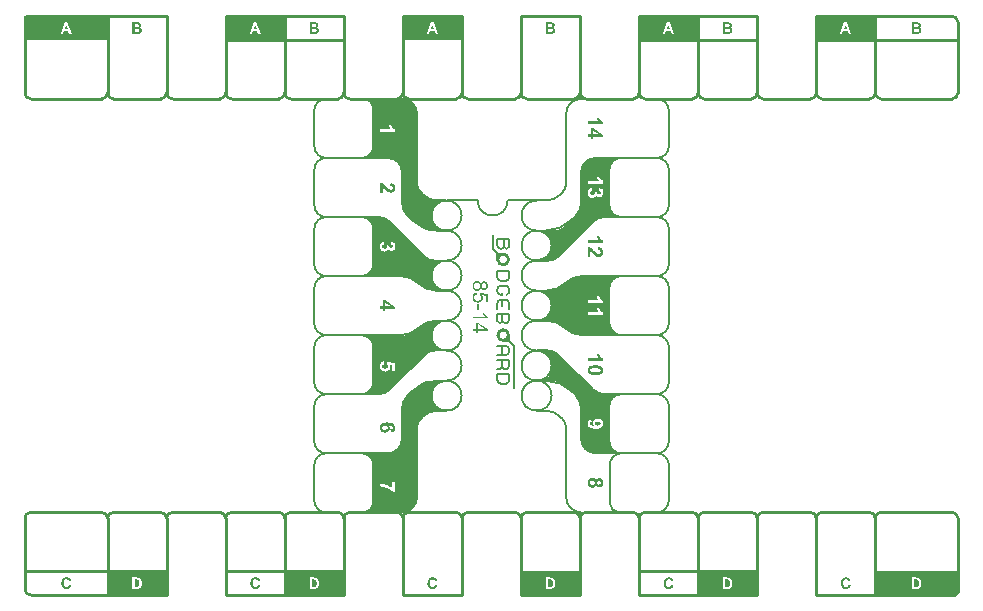
<source format=gto>
G04*
G04 #@! TF.GenerationSoftware,Altium Limited,Altium Designer,24.6.1 (21)*
G04*
G04 Layer_Color=65535*
%FSLAX44Y44*%
%MOMM*%
G71*
G04*
G04 #@! TF.SameCoordinates,9B16286B-4A24-460F-9477-999D6B2B2959*
G04*
G04*
G04 #@! TF.FilePolarity,Positive*
G04*
G01*
G75*
%ADD10C,0.2000*%
%ADD11C,0.2000*%
%ADD12C,0.2500*%
%ADD13C,0.2500*%
G36*
X760206Y-10206D02*
X760450D01*
X760731Y-10225D01*
X761012Y-10243D01*
X761275Y-10262D01*
X761396Y-10281D01*
X761509Y-10300D01*
X761537D01*
X761565Y-10309D01*
X761603Y-10318D01*
X761706Y-10346D01*
X761846Y-10384D01*
X762006Y-10440D01*
X762165Y-10506D01*
X762343Y-10590D01*
X762512Y-10693D01*
X762521D01*
X762531Y-10703D01*
X762587Y-10749D01*
X762671Y-10815D01*
X762774Y-10909D01*
X762887Y-11021D01*
X763018Y-11162D01*
X763140Y-11321D01*
X763252Y-11499D01*
Y-11509D01*
X763262Y-11518D01*
X763280Y-11546D01*
X763299Y-11584D01*
X763318Y-11631D01*
X763346Y-11687D01*
X763402Y-11827D01*
X763458Y-11996D01*
X763505Y-12184D01*
X763543Y-12399D01*
X763552Y-12624D01*
Y-12633D01*
Y-12652D01*
Y-12690D01*
X763543Y-12737D01*
Y-12793D01*
X763533Y-12868D01*
X763505Y-13027D01*
X763468Y-13224D01*
X763402Y-13430D01*
X763309Y-13646D01*
X763187Y-13861D01*
Y-13871D01*
X763168Y-13889D01*
X763149Y-13917D01*
X763121Y-13955D01*
X763037Y-14058D01*
X762924Y-14180D01*
X762784Y-14311D01*
X762615Y-14452D01*
X762418Y-14583D01*
X762203Y-14705D01*
X762212D01*
X762240Y-14714D01*
X762287Y-14733D01*
X762343Y-14752D01*
X762418Y-14780D01*
X762503Y-14817D01*
X762699Y-14911D01*
X762915Y-15033D01*
X763140Y-15183D01*
X763355Y-15370D01*
X763449Y-15473D01*
X763543Y-15586D01*
X763552Y-15595D01*
X763562Y-15614D01*
X763590Y-15651D01*
X763618Y-15698D01*
X763655Y-15754D01*
X763693Y-15820D01*
X763740Y-15904D01*
X763787Y-15998D01*
X763824Y-16092D01*
X763871Y-16204D01*
X763946Y-16448D01*
X764002Y-16729D01*
X764012Y-16879D01*
X764021Y-17029D01*
Y-17039D01*
Y-17057D01*
Y-17095D01*
Y-17142D01*
X764012Y-17198D01*
X764002Y-17263D01*
X763983Y-17432D01*
X763946Y-17620D01*
X763890Y-17835D01*
X763815Y-18069D01*
X763712Y-18304D01*
Y-18313D01*
X763702Y-18332D01*
X763683Y-18360D01*
X763655Y-18407D01*
X763627Y-18454D01*
X763590Y-18519D01*
X763496Y-18660D01*
X763374Y-18819D01*
X763234Y-18979D01*
X763065Y-19138D01*
X762877Y-19288D01*
X762868D01*
X762849Y-19307D01*
X762821Y-19325D01*
X762784Y-19344D01*
X762737Y-19372D01*
X762671Y-19410D01*
X762596Y-19447D01*
X762521Y-19485D01*
X762334Y-19560D01*
X762109Y-19635D01*
X761865Y-19700D01*
X761584Y-19747D01*
X761528D01*
X761481Y-19757D01*
X761415D01*
X761331Y-19766D01*
X761228D01*
X761106Y-19775D01*
X760965D01*
X760797Y-19785D01*
X760609D01*
X760394Y-19794D01*
X759878D01*
X759569Y-19803D01*
X755979D01*
Y-10196D01*
X760094D01*
X760206Y-10206D01*
D02*
G37*
G36*
X600206D02*
X600450D01*
X600731Y-10225D01*
X601012Y-10243D01*
X601275Y-10262D01*
X601397Y-10281D01*
X601509Y-10300D01*
X601537D01*
X601565Y-10309D01*
X601603Y-10318D01*
X601706Y-10346D01*
X601846Y-10384D01*
X602006Y-10440D01*
X602165Y-10506D01*
X602343Y-10590D01*
X602512Y-10693D01*
X602521D01*
X602531Y-10703D01*
X602587Y-10749D01*
X602671Y-10815D01*
X602774Y-10909D01*
X602887Y-11021D01*
X603018Y-11162D01*
X603140Y-11321D01*
X603252Y-11499D01*
Y-11509D01*
X603262Y-11518D01*
X603280Y-11546D01*
X603299Y-11584D01*
X603318Y-11631D01*
X603346Y-11687D01*
X603402Y-11827D01*
X603459Y-11996D01*
X603505Y-12184D01*
X603543Y-12399D01*
X603552Y-12624D01*
Y-12633D01*
Y-12652D01*
Y-12690D01*
X603543Y-12737D01*
Y-12793D01*
X603534Y-12868D01*
X603505Y-13027D01*
X603468Y-13224D01*
X603402Y-13430D01*
X603309Y-13646D01*
X603187Y-13861D01*
Y-13871D01*
X603168Y-13889D01*
X603149Y-13917D01*
X603121Y-13955D01*
X603037Y-14058D01*
X602924Y-14180D01*
X602784Y-14311D01*
X602615Y-14452D01*
X602418Y-14583D01*
X602203Y-14705D01*
X602212D01*
X602240Y-14714D01*
X602287Y-14733D01*
X602343Y-14752D01*
X602418Y-14780D01*
X602503Y-14817D01*
X602699Y-14911D01*
X602915Y-15033D01*
X603140Y-15183D01*
X603355Y-15370D01*
X603449Y-15473D01*
X603543Y-15586D01*
X603552Y-15595D01*
X603562Y-15614D01*
X603590Y-15651D01*
X603618Y-15698D01*
X603655Y-15754D01*
X603693Y-15820D01*
X603740Y-15904D01*
X603787Y-15998D01*
X603824Y-16092D01*
X603871Y-16204D01*
X603946Y-16448D01*
X604002Y-16729D01*
X604011Y-16879D01*
X604021Y-17029D01*
Y-17039D01*
Y-17057D01*
Y-17095D01*
Y-17142D01*
X604011Y-17198D01*
X604002Y-17263D01*
X603983Y-17432D01*
X603946Y-17620D01*
X603890Y-17835D01*
X603815Y-18069D01*
X603712Y-18304D01*
Y-18313D01*
X603702Y-18332D01*
X603684Y-18360D01*
X603655Y-18407D01*
X603627Y-18454D01*
X603590Y-18519D01*
X603496Y-18660D01*
X603374Y-18819D01*
X603234Y-18979D01*
X603065Y-19138D01*
X602877Y-19288D01*
X602868D01*
X602849Y-19307D01*
X602821Y-19325D01*
X602784Y-19344D01*
X602737Y-19372D01*
X602671Y-19410D01*
X602596Y-19447D01*
X602521Y-19485D01*
X602334Y-19560D01*
X602109Y-19635D01*
X601865Y-19700D01*
X601584Y-19747D01*
X601528D01*
X601481Y-19757D01*
X601415D01*
X601331Y-19766D01*
X601228D01*
X601106Y-19775D01*
X600965D01*
X600797Y-19785D01*
X600609D01*
X600394Y-19794D01*
X599878D01*
X599569Y-19803D01*
X595979D01*
Y-10196D01*
X600094D01*
X600206Y-10206D01*
D02*
G37*
G36*
X450206D02*
X450450D01*
X450731Y-10225D01*
X451012Y-10243D01*
X451275Y-10262D01*
X451397Y-10281D01*
X451509Y-10300D01*
X451537D01*
X451565Y-10309D01*
X451603Y-10318D01*
X451706Y-10346D01*
X451846Y-10384D01*
X452006Y-10440D01*
X452165Y-10506D01*
X452343Y-10590D01*
X452512Y-10693D01*
X452521D01*
X452531Y-10703D01*
X452587Y-10749D01*
X452671Y-10815D01*
X452774Y-10909D01*
X452887Y-11021D01*
X453018Y-11162D01*
X453140Y-11321D01*
X453252Y-11499D01*
Y-11509D01*
X453262Y-11518D01*
X453280Y-11546D01*
X453299Y-11584D01*
X453318Y-11631D01*
X453346Y-11687D01*
X453402Y-11827D01*
X453459Y-11996D01*
X453505Y-12184D01*
X453543Y-12399D01*
X453552Y-12624D01*
Y-12633D01*
Y-12652D01*
Y-12690D01*
X453543Y-12737D01*
Y-12793D01*
X453534Y-12868D01*
X453505Y-13027D01*
X453468Y-13224D01*
X453402Y-13430D01*
X453309Y-13646D01*
X453187Y-13861D01*
Y-13871D01*
X453168Y-13889D01*
X453149Y-13917D01*
X453121Y-13955D01*
X453037Y-14058D01*
X452924Y-14180D01*
X452784Y-14311D01*
X452615Y-14452D01*
X452418Y-14583D01*
X452203Y-14705D01*
X452212D01*
X452240Y-14714D01*
X452287Y-14733D01*
X452343Y-14752D01*
X452418Y-14780D01*
X452503Y-14817D01*
X452699Y-14911D01*
X452915Y-15033D01*
X453140Y-15183D01*
X453355Y-15370D01*
X453449Y-15473D01*
X453543Y-15586D01*
X453552Y-15595D01*
X453562Y-15614D01*
X453590Y-15651D01*
X453618Y-15698D01*
X453655Y-15754D01*
X453693Y-15820D01*
X453740Y-15904D01*
X453787Y-15998D01*
X453824Y-16092D01*
X453871Y-16204D01*
X453946Y-16448D01*
X454002Y-16729D01*
X454011Y-16879D01*
X454021Y-17029D01*
Y-17039D01*
Y-17057D01*
Y-17095D01*
Y-17142D01*
X454011Y-17198D01*
X454002Y-17263D01*
X453983Y-17432D01*
X453946Y-17620D01*
X453890Y-17835D01*
X453815Y-18069D01*
X453712Y-18304D01*
Y-18313D01*
X453702Y-18332D01*
X453684Y-18360D01*
X453655Y-18407D01*
X453627Y-18454D01*
X453590Y-18519D01*
X453496Y-18660D01*
X453374Y-18819D01*
X453234Y-18979D01*
X453065Y-19138D01*
X452877Y-19288D01*
X452868D01*
X452849Y-19307D01*
X452821Y-19325D01*
X452784Y-19344D01*
X452737Y-19372D01*
X452671Y-19410D01*
X452596Y-19447D01*
X452521Y-19485D01*
X452334Y-19560D01*
X452109Y-19635D01*
X451865Y-19700D01*
X451584Y-19747D01*
X451528D01*
X451481Y-19757D01*
X451415D01*
X451331Y-19766D01*
X451228D01*
X451106Y-19775D01*
X450965D01*
X450797Y-19785D01*
X450609D01*
X450394Y-19794D01*
X449878D01*
X449569Y-19803D01*
X445979D01*
Y-10196D01*
X450094D01*
X450206Y-10206D01*
D02*
G37*
G36*
X250206D02*
X250450D01*
X250731Y-10225D01*
X251012Y-10243D01*
X251275Y-10262D01*
X251397Y-10281D01*
X251509Y-10300D01*
X251537D01*
X251565Y-10309D01*
X251603Y-10318D01*
X251706Y-10346D01*
X251846Y-10384D01*
X252006Y-10440D01*
X252165Y-10506D01*
X252343Y-10590D01*
X252512Y-10693D01*
X252521D01*
X252531Y-10703D01*
X252587Y-10749D01*
X252671Y-10815D01*
X252774Y-10909D01*
X252887Y-11021D01*
X253018Y-11162D01*
X253140Y-11321D01*
X253252Y-11499D01*
Y-11509D01*
X253262Y-11518D01*
X253280Y-11546D01*
X253299Y-11584D01*
X253318Y-11631D01*
X253346Y-11687D01*
X253402Y-11827D01*
X253458Y-11996D01*
X253505Y-12184D01*
X253543Y-12399D01*
X253552Y-12624D01*
Y-12633D01*
Y-12652D01*
Y-12690D01*
X253543Y-12737D01*
Y-12793D01*
X253533Y-12868D01*
X253505Y-13027D01*
X253468Y-13224D01*
X253402Y-13430D01*
X253309Y-13646D01*
X253187Y-13861D01*
Y-13871D01*
X253168Y-13889D01*
X253149Y-13917D01*
X253121Y-13955D01*
X253037Y-14058D01*
X252924Y-14180D01*
X252784Y-14311D01*
X252615Y-14452D01*
X252418Y-14583D01*
X252203Y-14705D01*
X252212D01*
X252240Y-14714D01*
X252287Y-14733D01*
X252343Y-14752D01*
X252418Y-14780D01*
X252502Y-14817D01*
X252699Y-14911D01*
X252915Y-15033D01*
X253140Y-15183D01*
X253355Y-15370D01*
X253449Y-15473D01*
X253543Y-15586D01*
X253552Y-15595D01*
X253562Y-15614D01*
X253590Y-15651D01*
X253618Y-15698D01*
X253655Y-15754D01*
X253693Y-15820D01*
X253740Y-15904D01*
X253787Y-15998D01*
X253824Y-16092D01*
X253871Y-16204D01*
X253946Y-16448D01*
X254002Y-16729D01*
X254011Y-16879D01*
X254021Y-17029D01*
Y-17039D01*
Y-17057D01*
Y-17095D01*
Y-17142D01*
X254011Y-17198D01*
X254002Y-17263D01*
X253983Y-17432D01*
X253946Y-17620D01*
X253890Y-17835D01*
X253815Y-18069D01*
X253712Y-18304D01*
Y-18313D01*
X253702Y-18332D01*
X253683Y-18360D01*
X253655Y-18407D01*
X253627Y-18454D01*
X253590Y-18519D01*
X253496Y-18660D01*
X253374Y-18819D01*
X253234Y-18979D01*
X253065Y-19138D01*
X252877Y-19288D01*
X252868D01*
X252849Y-19307D01*
X252821Y-19325D01*
X252784Y-19344D01*
X252737Y-19372D01*
X252671Y-19410D01*
X252596Y-19447D01*
X252521Y-19485D01*
X252334Y-19560D01*
X252109Y-19635D01*
X251865Y-19700D01*
X251584Y-19747D01*
X251528D01*
X251481Y-19757D01*
X251415D01*
X251331Y-19766D01*
X251228D01*
X251106Y-19775D01*
X250965D01*
X250797Y-19785D01*
X250609D01*
X250394Y-19794D01*
X249878D01*
X249569Y-19803D01*
X245979D01*
Y-10196D01*
X250094D01*
X250206Y-10206D01*
D02*
G37*
G36*
X100206D02*
X100450D01*
X100731Y-10225D01*
X101012Y-10243D01*
X101275Y-10262D01*
X101397Y-10281D01*
X101509Y-10300D01*
X101537D01*
X101565Y-10309D01*
X101603Y-10318D01*
X101706Y-10346D01*
X101846Y-10384D01*
X102006Y-10440D01*
X102165Y-10506D01*
X102343Y-10590D01*
X102512Y-10693D01*
X102521D01*
X102531Y-10703D01*
X102587Y-10749D01*
X102671Y-10815D01*
X102774Y-10909D01*
X102887Y-11021D01*
X103018Y-11162D01*
X103140Y-11321D01*
X103252Y-11499D01*
Y-11509D01*
X103262Y-11518D01*
X103280Y-11546D01*
X103299Y-11584D01*
X103318Y-11631D01*
X103346Y-11687D01*
X103402Y-11827D01*
X103458Y-11996D01*
X103505Y-12184D01*
X103543Y-12399D01*
X103552Y-12624D01*
Y-12633D01*
Y-12652D01*
Y-12690D01*
X103543Y-12737D01*
Y-12793D01*
X103533Y-12868D01*
X103505Y-13027D01*
X103468Y-13224D01*
X103402Y-13430D01*
X103308Y-13646D01*
X103187Y-13861D01*
Y-13871D01*
X103168Y-13889D01*
X103149Y-13917D01*
X103121Y-13955D01*
X103037Y-14058D01*
X102924Y-14180D01*
X102784Y-14311D01*
X102615Y-14452D01*
X102418Y-14583D01*
X102203Y-14705D01*
X102212D01*
X102240Y-14714D01*
X102287Y-14733D01*
X102343Y-14752D01*
X102418Y-14780D01*
X102502Y-14817D01*
X102699Y-14911D01*
X102915Y-15033D01*
X103140Y-15183D01*
X103355Y-15370D01*
X103449Y-15473D01*
X103543Y-15586D01*
X103552Y-15595D01*
X103562Y-15614D01*
X103590Y-15651D01*
X103618Y-15698D01*
X103655Y-15754D01*
X103693Y-15820D01*
X103740Y-15904D01*
X103786Y-15998D01*
X103824Y-16092D01*
X103871Y-16204D01*
X103946Y-16448D01*
X104002Y-16729D01*
X104011Y-16879D01*
X104021Y-17029D01*
Y-17039D01*
Y-17057D01*
Y-17095D01*
Y-17142D01*
X104011Y-17198D01*
X104002Y-17263D01*
X103983Y-17432D01*
X103946Y-17620D01*
X103890Y-17835D01*
X103815Y-18069D01*
X103712Y-18304D01*
Y-18313D01*
X103702Y-18332D01*
X103683Y-18360D01*
X103655Y-18407D01*
X103627Y-18454D01*
X103590Y-18519D01*
X103496Y-18660D01*
X103374Y-18819D01*
X103234Y-18979D01*
X103065Y-19138D01*
X102877Y-19288D01*
X102868D01*
X102849Y-19307D01*
X102821Y-19325D01*
X102784Y-19344D01*
X102737Y-19372D01*
X102671Y-19410D01*
X102596Y-19447D01*
X102521Y-19485D01*
X102334Y-19560D01*
X102109Y-19635D01*
X101865Y-19700D01*
X101584Y-19747D01*
X101528D01*
X101481Y-19757D01*
X101415D01*
X101331Y-19766D01*
X101228D01*
X101106Y-19775D01*
X100965D01*
X100797Y-19785D01*
X100609D01*
X100394Y-19794D01*
X99878D01*
X99569Y-19803D01*
X95979D01*
Y-10196D01*
X100094D01*
X100206Y-10206D01*
D02*
G37*
G36*
X725000Y-25000D02*
X675000D01*
Y-5000D01*
X725000D01*
Y-25000D01*
D02*
G37*
G36*
X575000D02*
X525000D01*
Y-5000D01*
X575000D01*
Y-25000D01*
D02*
G37*
G36*
X375000D02*
X325000D01*
Y-5000D01*
X375000D01*
Y-25000D01*
D02*
G37*
G36*
X225000D02*
X175000D01*
Y-5000D01*
X225000D01*
Y-25000D01*
D02*
G37*
G36*
X75000D02*
X5000D01*
Y-5000D01*
X75000D01*
Y-25000D01*
D02*
G37*
G36*
X491203Y-90964D02*
X491222Y-90982D01*
X491240Y-91038D01*
X491259Y-91112D01*
X491352Y-91297D01*
X491463Y-91557D01*
X491611Y-91871D01*
X491814Y-92223D01*
X492074Y-92612D01*
X492370Y-93019D01*
X492388Y-93038D01*
X492407Y-93075D01*
X492463Y-93130D01*
X492537Y-93204D01*
X492722Y-93408D01*
X492962Y-93630D01*
X493259Y-93890D01*
X493629Y-94149D01*
X494018Y-94389D01*
X494444Y-94575D01*
Y-96574D01*
X481556D01*
Y-94112D01*
X490833D01*
X490815Y-94093D01*
X490778Y-94056D01*
X490722Y-93982D01*
X490629Y-93871D01*
X490518Y-93741D01*
X490407Y-93593D01*
X490277Y-93408D01*
X490129Y-93204D01*
X489981Y-92982D01*
X489833Y-92741D01*
X489666Y-92482D01*
X489518Y-92205D01*
X489241Y-91612D01*
X488981Y-90945D01*
X491203D01*
Y-90964D01*
D02*
G37*
G36*
X494425Y-105388D02*
Y-107462D01*
X486278D01*
Y-109055D01*
X484130D01*
Y-107462D01*
X481556D01*
Y-105092D01*
X484130D01*
Y-99833D01*
X486259D01*
X494425Y-105388D01*
D02*
G37*
G36*
X305686Y-145714D02*
X305779Y-145732D01*
X305890Y-145751D01*
X306019Y-145769D01*
X306353Y-145843D01*
X306723Y-145954D01*
X307130Y-146102D01*
X307575Y-146287D01*
X308001Y-146528D01*
X308019D01*
X308056Y-146565D01*
X308130Y-146602D01*
X308204Y-146676D01*
X308334Y-146750D01*
X308463Y-146861D01*
X308630Y-146991D01*
X308815Y-147139D01*
X309037Y-147306D01*
X309260Y-147510D01*
X309519Y-147732D01*
X309797Y-147991D01*
X310074Y-148269D01*
X310389Y-148583D01*
X310722Y-148917D01*
X311074Y-149287D01*
X311093Y-149306D01*
X311148Y-149361D01*
X311222Y-149435D01*
X311333Y-149546D01*
X311444Y-149694D01*
X311593Y-149843D01*
X311926Y-150176D01*
X312278Y-150509D01*
X312630Y-150843D01*
X312778Y-150991D01*
X312944Y-151139D01*
X313074Y-151250D01*
X313185Y-151324D01*
X313222Y-151342D01*
X313315Y-151398D01*
X313463Y-151491D01*
X313666Y-151583D01*
X313889Y-151676D01*
X314148Y-151768D01*
X314407Y-151824D01*
X314685Y-151842D01*
X314704D01*
X314722D01*
X314815D01*
X314981Y-151824D01*
X315166Y-151787D01*
X315370Y-151731D01*
X315574Y-151657D01*
X315777Y-151546D01*
X315963Y-151398D01*
X315981Y-151380D01*
X316037Y-151324D01*
X316111Y-151213D01*
X316185Y-151083D01*
X316259Y-150898D01*
X316333Y-150694D01*
X316388Y-150454D01*
X316407Y-150176D01*
Y-150046D01*
X316388Y-149898D01*
X316351Y-149732D01*
X316296Y-149528D01*
X316203Y-149324D01*
X316092Y-149121D01*
X315944Y-148935D01*
X315926Y-148917D01*
X315851Y-148861D01*
X315740Y-148787D01*
X315574Y-148713D01*
X315370Y-148621D01*
X315092Y-148546D01*
X314778Y-148472D01*
X314407Y-148435D01*
X314648Y-145991D01*
X314666D01*
X314741Y-146010D01*
X314833D01*
X314981Y-146047D01*
X315148Y-146065D01*
X315333Y-146121D01*
X315537Y-146176D01*
X315777Y-146232D01*
X316240Y-146417D01*
X316722Y-146639D01*
X316963Y-146787D01*
X317185Y-146954D01*
X317370Y-147139D01*
X317555Y-147343D01*
X317574Y-147361D01*
X317592Y-147399D01*
X317629Y-147454D01*
X317703Y-147547D01*
X317759Y-147658D01*
X317833Y-147806D01*
X317925Y-147954D01*
X317999Y-148139D01*
X318092Y-148343D01*
X318166Y-148565D01*
X318314Y-149046D01*
X318407Y-149621D01*
X318425Y-149917D01*
X318444Y-150232D01*
Y-150417D01*
X318425Y-150546D01*
X318407Y-150713D01*
X318388Y-150898D01*
X318351Y-151102D01*
X318314Y-151324D01*
X318185Y-151805D01*
X317999Y-152287D01*
X317888Y-152546D01*
X317759Y-152768D01*
X317592Y-153009D01*
X317407Y-153213D01*
X317388Y-153231D01*
X317370Y-153268D01*
X317296Y-153305D01*
X317222Y-153379D01*
X317129Y-153472D01*
X316999Y-153565D01*
X316870Y-153657D01*
X316703Y-153768D01*
X316333Y-153953D01*
X315907Y-154138D01*
X315666Y-154213D01*
X315407Y-154250D01*
X315129Y-154287D01*
X314852Y-154305D01*
X314815D01*
X314704D01*
X314537Y-154287D01*
X314333Y-154268D01*
X314074Y-154231D01*
X313796Y-154176D01*
X313500Y-154101D01*
X313204Y-153990D01*
X313167Y-153972D01*
X313074Y-153935D01*
X312907Y-153861D01*
X312704Y-153750D01*
X312463Y-153620D01*
X312185Y-153453D01*
X311889Y-153250D01*
X311574Y-153009D01*
X311556Y-152991D01*
X311463Y-152916D01*
X311333Y-152805D01*
X311148Y-152639D01*
X310926Y-152416D01*
X310630Y-152139D01*
X310315Y-151805D01*
X309926Y-151398D01*
X309908Y-151380D01*
X309889Y-151342D01*
X309834Y-151287D01*
X309760Y-151213D01*
X309574Y-151009D01*
X309352Y-150768D01*
X309111Y-150528D01*
X308871Y-150287D01*
X308667Y-150065D01*
X308575Y-149991D01*
X308500Y-149917D01*
X308482Y-149898D01*
X308445Y-149861D01*
X308371Y-149806D01*
X308278Y-149732D01*
X308074Y-149565D01*
X307834Y-149417D01*
Y-154305D01*
X305556D01*
Y-145695D01*
X305575D01*
X305612D01*
X305686Y-145714D01*
D02*
G37*
G36*
X507059Y-124933D02*
X506722Y-125000D01*
X509761D01*
X507000Y-126000D01*
X506216Y-126039D01*
X504678Y-126344D01*
X503229Y-126945D01*
X502293Y-127570D01*
X502225Y-127645D01*
X501109Y-129314D01*
X500341Y-131169D01*
X499949Y-133139D01*
X499900Y-134143D01*
Y-137900D01*
X499564Y-137914D01*
Y-162304D01*
X499568Y-162304D01*
X499717Y-162243D01*
X499831Y-162129D01*
X499892Y-161980D01*
X499900Y-161900D01*
Y-164900D01*
X499948Y-165880D01*
X500331Y-167803D01*
X501081Y-169614D01*
X502170Y-171244D01*
X503556Y-172630D01*
X505186Y-173719D01*
X506997Y-174469D01*
X508920Y-174852D01*
X509900Y-174900D01*
X495757D01*
X494418Y-174966D01*
X491792Y-175488D01*
X489319Y-176513D01*
X487093Y-178000D01*
X486100Y-178900D01*
X456633Y-208367D01*
X456633Y-208367D01*
X455817Y-209183D01*
X453897Y-210466D01*
X451764Y-211350D01*
X449499Y-211800D01*
X448345Y-211800D01*
X438993Y-211800D01*
X447735Y-207549D01*
X451116Y-200289D01*
X448345Y-189867D01*
X438136Y-186436D01*
Y-186400D01*
X450622D01*
X450622Y-186400D01*
X452462Y-186310D01*
X456073Y-185592D01*
X459474Y-184183D01*
X462535Y-182138D01*
X463900Y-180900D01*
X463947Y-180898D01*
X464040Y-180879D01*
X464128Y-180843D01*
X464206Y-180790D01*
X464241Y-180759D01*
X471100Y-173900D01*
X471100Y-173900D01*
X472180Y-172708D01*
X473965Y-170037D01*
X475194Y-167069D01*
X475821Y-163918D01*
X475900Y-162312D01*
X476436D01*
Y-138878D01*
X475900Y-138900D01*
Y-136143D01*
Y-135134D01*
X476294Y-133155D01*
X477066Y-131291D01*
X478187Y-129613D01*
X478900Y-128900D01*
X479435Y-128365D01*
X479435D01*
X480259Y-127541D01*
X482197Y-126246D01*
X484349Y-125355D01*
X486635Y-124900D01*
X507728D01*
X507059Y-124933D01*
D02*
G37*
G36*
X328004Y-75488D02*
X330316Y-76445D01*
X332396Y-77835D01*
X334165Y-79604D01*
X335555Y-81684D01*
X336512Y-83996D01*
X337000Y-86449D01*
Y-87700D01*
Y-124200D01*
Y-145308D01*
X337066Y-146655D01*
X337592Y-149297D01*
X338623Y-151786D01*
X340119Y-154026D01*
X341025Y-155025D01*
X341025Y-155025D01*
X342509Y-156369D01*
X345834Y-158591D01*
X349528Y-160122D01*
X353450Y-160902D01*
X355450Y-161000D01*
X357879D01*
X351914Y-166966D01*
X351258Y-167689D01*
X350175Y-169310D01*
X349428Y-171112D01*
X349048Y-173025D01*
X349000Y-174000D01*
X349000D01*
X349000Y-174000D01*
Y-174000D01*
X349119Y-174000D01*
X349352Y-174046D01*
X349571Y-174137D01*
X349769Y-174269D01*
X349853Y-174354D01*
X349853Y-174353D01*
X351914Y-183000D01*
X362000Y-186500D01*
X350278D01*
X348429Y-186500D01*
X344801Y-185778D01*
X341383Y-184363D01*
X338308Y-182308D01*
X337000Y-181000D01*
Y-181000D01*
X326293Y-170293D01*
X325748Y-169748D01*
X324891Y-168465D01*
X324301Y-167041D01*
X324000Y-165528D01*
Y-164757D01*
Y-164757D01*
X324000Y-135016D01*
X323688Y-133446D01*
X322795Y-131290D01*
X321499Y-129351D01*
X319849Y-127701D01*
X317910Y-126405D01*
X315755Y-125513D01*
X313466Y-125057D01*
X312300Y-125000D01*
X290000Y-125000D01*
X290980Y-124952D01*
X292903Y-124570D01*
X294714Y-123819D01*
X296344Y-122730D01*
X297730Y-121344D01*
X298819Y-119714D01*
X299569Y-117903D01*
X299952Y-115980D01*
X300000Y-115000D01*
X300000Y-108000D01*
X300556D01*
Y-92000D01*
X300000D01*
Y-82850D01*
X300000Y-82850D01*
X299962Y-82081D01*
X299662Y-80571D01*
X299073Y-79150D01*
X298218Y-77870D01*
X297130Y-76782D01*
X295851Y-75927D01*
X294429Y-75338D01*
X292920Y-75038D01*
X292150Y-75000D01*
X324300Y-75000D01*
X325551D01*
X328004Y-75488D01*
D02*
G37*
G36*
X491203Y-191214D02*
X491222Y-191232D01*
X491240Y-191288D01*
X491259Y-191362D01*
X491352Y-191547D01*
X491463Y-191806D01*
X491611Y-192121D01*
X491814Y-192473D01*
X492074Y-192862D01*
X492370Y-193269D01*
X492388Y-193288D01*
X492407Y-193325D01*
X492463Y-193380D01*
X492537Y-193454D01*
X492722Y-193658D01*
X492962Y-193880D01*
X493259Y-194139D01*
X493629Y-194399D01*
X494018Y-194639D01*
X494444Y-194825D01*
Y-196824D01*
X481556D01*
Y-194362D01*
X490833D01*
X490815Y-194343D01*
X490778Y-194306D01*
X490722Y-194232D01*
X490629Y-194121D01*
X490518Y-193991D01*
X490407Y-193843D01*
X490277Y-193658D01*
X490129Y-193454D01*
X489981Y-193232D01*
X489833Y-192992D01*
X489666Y-192732D01*
X489518Y-192454D01*
X489241Y-191862D01*
X488981Y-191195D01*
X491203D01*
Y-191214D01*
D02*
G37*
G36*
X481686Y-200213D02*
X481778Y-200231D01*
X481889Y-200250D01*
X482019Y-200268D01*
X482352Y-200343D01*
X482723Y-200454D01*
X483130Y-200602D01*
X483574Y-200787D01*
X484000Y-201028D01*
X484019D01*
X484056Y-201065D01*
X484130Y-201102D01*
X484204Y-201176D01*
X484334Y-201250D01*
X484463Y-201361D01*
X484630Y-201491D01*
X484815Y-201639D01*
X485037Y-201805D01*
X485260Y-202009D01*
X485519Y-202231D01*
X485797Y-202491D01*
X486074Y-202768D01*
X486389Y-203083D01*
X486722Y-203416D01*
X487074Y-203787D01*
X487093Y-203805D01*
X487148Y-203861D01*
X487222Y-203935D01*
X487333Y-204046D01*
X487444Y-204194D01*
X487593Y-204342D01*
X487926Y-204676D01*
X488278Y-205009D01*
X488630Y-205342D01*
X488778Y-205490D01*
X488944Y-205638D01*
X489074Y-205749D01*
X489185Y-205823D01*
X489222Y-205842D01*
X489315Y-205898D01*
X489463Y-205990D01*
X489666Y-206083D01*
X489889Y-206175D01*
X490148Y-206268D01*
X490407Y-206323D01*
X490685Y-206342D01*
X490703D01*
X490722D01*
X490815D01*
X490981Y-206323D01*
X491166Y-206286D01*
X491370Y-206231D01*
X491574Y-206157D01*
X491777Y-206046D01*
X491963Y-205898D01*
X491981Y-205879D01*
X492037Y-205823D01*
X492111Y-205712D01*
X492185Y-205583D01*
X492259Y-205398D01*
X492333Y-205194D01*
X492388Y-204953D01*
X492407Y-204676D01*
Y-204546D01*
X492388Y-204398D01*
X492351Y-204231D01*
X492296Y-204027D01*
X492203Y-203824D01*
X492092Y-203620D01*
X491944Y-203435D01*
X491926Y-203416D01*
X491851Y-203361D01*
X491740Y-203287D01*
X491574Y-203213D01*
X491370Y-203120D01*
X491092Y-203046D01*
X490778Y-202972D01*
X490407Y-202935D01*
X490648Y-200491D01*
X490666D01*
X490740Y-200509D01*
X490833D01*
X490981Y-200546D01*
X491148Y-200565D01*
X491333Y-200620D01*
X491537Y-200676D01*
X491777Y-200731D01*
X492240Y-200917D01*
X492722Y-201139D01*
X492962Y-201287D01*
X493185Y-201454D01*
X493370Y-201639D01*
X493555Y-201842D01*
X493573Y-201861D01*
X493592Y-201898D01*
X493629Y-201954D01*
X493703Y-202046D01*
X493759Y-202157D01*
X493833Y-202305D01*
X493925Y-202453D01*
X493999Y-202639D01*
X494092Y-202842D01*
X494166Y-203064D01*
X494314Y-203546D01*
X494407Y-204120D01*
X494425Y-204416D01*
X494444Y-204731D01*
Y-204916D01*
X494425Y-205046D01*
X494407Y-205212D01*
X494388Y-205398D01*
X494351Y-205601D01*
X494314Y-205823D01*
X494184Y-206305D01*
X493999Y-206786D01*
X493888Y-207046D01*
X493759Y-207268D01*
X493592Y-207509D01*
X493407Y-207712D01*
X493388Y-207731D01*
X493370Y-207768D01*
X493296Y-207805D01*
X493222Y-207879D01*
X493129Y-207971D01*
X492999Y-208064D01*
X492870Y-208157D01*
X492703Y-208268D01*
X492333Y-208453D01*
X491907Y-208638D01*
X491666Y-208712D01*
X491407Y-208749D01*
X491129Y-208786D01*
X490852Y-208805D01*
X490815D01*
X490703D01*
X490537Y-208786D01*
X490333Y-208768D01*
X490074Y-208731D01*
X489796Y-208675D01*
X489500Y-208601D01*
X489204Y-208490D01*
X489166Y-208471D01*
X489074Y-208434D01*
X488907Y-208360D01*
X488704Y-208249D01*
X488463Y-208120D01*
X488185Y-207953D01*
X487889Y-207749D01*
X487574Y-207509D01*
X487556Y-207490D01*
X487463Y-207416D01*
X487333Y-207305D01*
X487148Y-207138D01*
X486926Y-206916D01*
X486630Y-206638D01*
X486315Y-206305D01*
X485926Y-205898D01*
X485908Y-205879D01*
X485889Y-205842D01*
X485834Y-205786D01*
X485760Y-205712D01*
X485574Y-205509D01*
X485352Y-205268D01*
X485111Y-205027D01*
X484871Y-204787D01*
X484667Y-204564D01*
X484574Y-204490D01*
X484500Y-204416D01*
X484482Y-204398D01*
X484445Y-204361D01*
X484371Y-204305D01*
X484278Y-204231D01*
X484075Y-204064D01*
X483834Y-203916D01*
Y-208805D01*
X481556D01*
Y-200194D01*
X481575D01*
X481612D01*
X481686Y-200213D01*
D02*
G37*
G36*
X304343Y-175000D02*
X305688Y-175000D01*
X308327Y-175525D01*
X310812Y-176554D01*
X313049Y-178049D01*
X314000Y-179000D01*
X314000Y-179000D01*
X322375Y-187375D01*
X323564D01*
Y-188564D01*
X343467Y-208467D01*
X344344Y-209262D01*
X346310Y-210576D01*
X348495Y-211481D01*
X350814Y-211942D01*
X351997Y-212000D01*
X360410D01*
X359291Y-212055D01*
X357098Y-212491D01*
X355031Y-213347D01*
X353171Y-214590D01*
X351590Y-216171D01*
X350347Y-218031D01*
X349491Y-220098D01*
X349055Y-222291D01*
X349000Y-223410D01*
Y-225000D01*
X349059Y-226206D01*
X349530Y-228570D01*
X350452Y-230798D01*
X351792Y-232803D01*
X353497Y-234508D01*
X355502Y-235848D01*
X357729Y-236770D01*
X360094Y-237241D01*
X361300Y-237300D01*
X351091D01*
X346936Y-236473D01*
X343021Y-234852D01*
X339498Y-232498D01*
X338000Y-231000D01*
X336386Y-229538D01*
X332769Y-227120D01*
X328750Y-225456D01*
X324483Y-224607D01*
X322308Y-224500D01*
X322308Y-224500D01*
X315150D01*
X311800Y-225500D01*
X300000D01*
Y-225000D01*
X294000D01*
X300000Y-218665D01*
Y-210741D01*
X300436Y-210747D01*
Y-189000D01*
X300000D01*
Y-181000D01*
X296707Y-177707D01*
X296539Y-177539D01*
X296275Y-177143D01*
X296093Y-176704D01*
X296000Y-176238D01*
Y-176000D01*
Y-176000D01*
X290000Y-175000D01*
X304343Y-175000D01*
D02*
G37*
G36*
X509768Y-225032D02*
X503207Y-227993D01*
X499800Y-235000D01*
Y-240517D01*
Y-240517D01*
X499803Y-240584D01*
X499829Y-240716D01*
X499881Y-240839D01*
X499955Y-240950D01*
X500000Y-241000D01*
X499564D01*
Y-260500D01*
X499025D01*
X499069Y-261408D01*
X499619Y-264170D01*
X500696Y-266772D01*
X502261Y-269113D01*
X503207Y-270157D01*
X508050Y-275000D01*
X474668D01*
X470710Y-274213D01*
X466982Y-272668D01*
X463627Y-270427D01*
X462200Y-269000D01*
X462200Y-269000D01*
X460636Y-267583D01*
X457130Y-265240D01*
X453234Y-263626D01*
X449099Y-262804D01*
X446990Y-262700D01*
X438200Y-262700D01*
X446990Y-260000D01*
X450900Y-250000D01*
X448600Y-241000D01*
X438200Y-237300D01*
X448540D01*
X448600Y-237240D01*
X448600D01*
X450342Y-237154D01*
X453758Y-236475D01*
X456976Y-235142D01*
X459873Y-233206D01*
X461165Y-232035D01*
X462200Y-231000D01*
X462200Y-231000D01*
X463627Y-229573D01*
X466982Y-227332D01*
X470710Y-225787D01*
X474668Y-225000D01*
X476685Y-225000D01*
X509768Y-225000D01*
Y-225032D01*
D02*
G37*
G36*
X318435Y-250944D02*
Y-253018D01*
X310287D01*
Y-254611D01*
X308139D01*
Y-253018D01*
X305565D01*
Y-250648D01*
X308139D01*
Y-245389D01*
X310269D01*
X318435Y-250944D01*
D02*
G37*
G36*
X360094Y-262759D02*
X357730Y-263230D01*
X355502Y-264152D01*
X353497Y-265492D01*
X351792Y-267197D01*
X350452Y-269202D01*
X349530Y-271430D01*
X349059Y-273794D01*
X349000Y-275000D01*
Y-276590D01*
X349055Y-277709D01*
X349491Y-279902D01*
X350347Y-281969D01*
X351590Y-283829D01*
X353172Y-285410D01*
X355031Y-286653D01*
X357098Y-287509D01*
X359291Y-287945D01*
X360410Y-288000D01*
X351997D01*
X350814Y-288058D01*
X348495Y-288519D01*
X346310Y-289424D01*
X344344Y-290738D01*
X343467Y-291533D01*
X323564Y-311436D01*
Y-312000D01*
X323000D01*
X314000Y-321000D01*
X314000Y-321000D01*
X313049Y-321951D01*
X310812Y-323446D01*
X308327Y-324475D01*
X305688Y-325000D01*
X304343Y-325000D01*
X290000Y-325000D01*
X296000Y-324000D01*
Y-324000D01*
Y-323762D01*
X296093Y-323296D01*
X296275Y-322856D01*
X296539Y-322461D01*
X296707Y-322293D01*
X300000Y-319000D01*
Y-311000D01*
X300436D01*
Y-291000D01*
X302078D01*
X301418Y-290869D01*
X300797Y-290611D01*
X300238Y-290238D01*
X300000Y-290000D01*
Y-282414D01*
X299984Y-282080D01*
X299853Y-281423D01*
X299597Y-280805D01*
X299225Y-280248D01*
X299000Y-280000D01*
X296806Y-277806D01*
Y-277806D01*
X296109Y-277175D01*
X294548Y-276131D01*
X292813Y-275413D01*
X290971Y-275046D01*
X290032Y-275000D01*
X324483Y-275393D01*
X328750Y-274544D01*
X332769Y-272880D01*
X336386Y-270463D01*
X338000Y-269000D01*
X339498Y-267502D01*
X343021Y-265148D01*
X346936Y-263527D01*
X351091Y-262700D01*
X361300D01*
X360094Y-262759D01*
D02*
G37*
G36*
X451864Y-288550D02*
X453997Y-289434D01*
X455917Y-290717D01*
X456733Y-291533D01*
X456733Y-291533D01*
X486200Y-321000D01*
X487193Y-321900D01*
X489419Y-323387D01*
X491892Y-324412D01*
X494518Y-324934D01*
X495857Y-325000D01*
X510000D01*
X509020Y-325048D01*
X507097Y-325431D01*
X505286Y-326181D01*
X503656Y-327270D01*
X502270Y-328656D01*
X501181Y-330286D01*
X500431Y-332097D01*
X500048Y-334020D01*
X500000Y-335000D01*
Y-338000D01*
X499992Y-337920D01*
X499930Y-337771D01*
X499817Y-337658D01*
X499668Y-337596D01*
X499588Y-337588D01*
X499564D01*
Y-361982D01*
X500000Y-362000D01*
Y-365757D01*
X500049Y-366761D01*
X500441Y-368731D01*
X501209Y-370586D01*
X502325Y-372255D01*
X503000Y-373000D01*
X503000Y-373000D01*
X503497Y-373450D01*
X504609Y-374194D01*
X505846Y-374706D01*
X507159Y-374967D01*
X507828Y-375000D01*
X486735D01*
X484449Y-374545D01*
X482296Y-373654D01*
X480359Y-372359D01*
X479535Y-371535D01*
X479535D01*
X479000Y-371000D01*
X478287Y-370287D01*
X477166Y-368609D01*
X476394Y-366745D01*
X476000Y-364766D01*
Y-363757D01*
Y-361000D01*
X476436Y-361018D01*
Y-337588D01*
X476000D01*
X475921Y-335982D01*
X475294Y-332831D01*
X474065Y-329863D01*
X472280Y-327192D01*
X471200Y-326000D01*
X471200Y-326000D01*
X464341Y-319141D01*
X464306Y-319110D01*
X464228Y-319057D01*
X464140Y-319021D01*
X464047Y-319002D01*
X464000Y-319000D01*
X462635Y-317762D01*
X459574Y-315717D01*
X456173Y-314308D01*
X452562Y-313590D01*
X450722Y-313500D01*
X450722Y-313500D01*
X438236D01*
Y-313464D01*
X448445Y-310033D01*
X451216Y-299611D01*
X447835Y-292351D01*
X439093Y-288100D01*
X448445Y-288100D01*
X449599Y-288100D01*
X451864Y-288550D01*
D02*
G37*
G36*
X491324Y-291205D02*
X491342Y-291223D01*
X491361Y-291279D01*
X491379Y-291353D01*
X491472Y-291538D01*
X491583Y-291797D01*
X491731Y-292112D01*
X491935Y-292464D01*
X492194Y-292853D01*
X492490Y-293260D01*
X492509Y-293279D01*
X492527Y-293316D01*
X492583Y-293371D01*
X492657Y-293445D01*
X492842Y-293649D01*
X493083Y-293871D01*
X493379Y-294130D01*
X493749Y-294389D01*
X494138Y-294630D01*
X494564Y-294815D01*
Y-296815D01*
X481677D01*
Y-294352D01*
X490953D01*
X490935Y-294334D01*
X490898Y-294297D01*
X490842Y-294223D01*
X490750Y-294112D01*
X490639Y-293982D01*
X490527Y-293834D01*
X490398Y-293649D01*
X490250Y-293445D01*
X490102Y-293223D01*
X489953Y-292982D01*
X489787Y-292723D01*
X489639Y-292445D01*
X489361Y-291853D01*
X489102Y-291186D01*
X491324D01*
Y-291205D01*
D02*
G37*
G36*
X488602Y-300518D02*
X488898Y-300537D01*
X489250Y-300574D01*
X489620Y-300611D01*
X490028Y-300648D01*
X490453Y-300722D01*
X490879Y-300796D01*
X491324Y-300907D01*
X491750Y-301018D01*
X492157Y-301167D01*
X492546Y-301333D01*
X492916Y-301518D01*
X493231Y-301741D01*
X493249Y-301759D01*
X493287Y-301796D01*
X493360Y-301852D01*
X493435Y-301944D01*
X493546Y-302037D01*
X493657Y-302167D01*
X493768Y-302333D01*
X493898Y-302500D01*
X494027Y-302703D01*
X494138Y-302907D01*
X494249Y-303148D01*
X494360Y-303407D01*
X494435Y-303685D01*
X494509Y-304000D01*
X494546Y-304314D01*
X494564Y-304648D01*
Y-304833D01*
X494546Y-304963D01*
X494527Y-305111D01*
X494490Y-305296D01*
X494453Y-305481D01*
X494398Y-305703D01*
X494323Y-305944D01*
X494231Y-306166D01*
X494138Y-306407D01*
X494009Y-306647D01*
X493842Y-306888D01*
X493675Y-307129D01*
X493472Y-307351D01*
X493231Y-307555D01*
X493212Y-307573D01*
X493157Y-307610D01*
X493064Y-307666D01*
X492935Y-307759D01*
X492749Y-307851D01*
X492527Y-307962D01*
X492287Y-308073D01*
X491972Y-308184D01*
X491638Y-308295D01*
X491250Y-308425D01*
X490824Y-308518D01*
X490342Y-308610D01*
X489824Y-308703D01*
X489268Y-308758D01*
X488657Y-308795D01*
X487991Y-308814D01*
X487972D01*
X487954D01*
X487898D01*
X487824D01*
X487639D01*
X487398Y-308795D01*
X487102Y-308777D01*
X486750Y-308740D01*
X486380Y-308703D01*
X485972Y-308666D01*
X485546Y-308592D01*
X485102Y-308499D01*
X484676Y-308407D01*
X484250Y-308277D01*
X483825Y-308147D01*
X483436Y-307962D01*
X483065Y-307777D01*
X482751Y-307555D01*
X482732Y-307536D01*
X482695Y-307499D01*
X482621Y-307444D01*
X482547Y-307370D01*
X482454Y-307258D01*
X482343Y-307129D01*
X482214Y-306962D01*
X482102Y-306796D01*
X481973Y-306592D01*
X481843Y-306388D01*
X481732Y-306147D01*
X481640Y-305888D01*
X481566Y-305611D01*
X481491Y-305296D01*
X481454Y-304981D01*
X481436Y-304648D01*
Y-304574D01*
X481454Y-304463D01*
Y-304333D01*
X481473Y-304185D01*
X481510Y-304000D01*
X481547Y-303796D01*
X481621Y-303574D01*
X481695Y-303333D01*
X481788Y-303092D01*
X481899Y-302833D01*
X482047Y-302592D01*
X482195Y-302333D01*
X482399Y-302092D01*
X482602Y-301852D01*
X482862Y-301630D01*
X482880Y-301611D01*
X482936Y-301574D01*
X483028Y-301518D01*
X483139Y-301463D01*
X483306Y-301370D01*
X483510Y-301278D01*
X483769Y-301167D01*
X484047Y-301074D01*
X484380Y-300963D01*
X484750Y-300852D01*
X485176Y-300759D01*
X485639Y-300685D01*
X486158Y-300611D01*
X486732Y-300555D01*
X487343Y-300518D01*
X488009Y-300500D01*
X488028D01*
X488046D01*
X488102D01*
X488176D01*
X488361D01*
X488602Y-300518D01*
D02*
G37*
G36*
X350278Y-313500D02*
X362000D01*
X351914Y-317000D01*
X349853Y-325647D01*
X349853Y-325647D01*
X349769Y-325731D01*
X349572Y-325863D01*
X349352Y-325954D01*
X349119Y-326000D01*
X349000Y-326000D01*
Y-326000D01*
X349000Y-326000D01*
X349000D01*
X349048Y-326975D01*
X349428Y-328888D01*
X350175Y-330690D01*
X351258Y-332311D01*
X351914Y-333035D01*
X357879Y-339000D01*
X355450D01*
X353450Y-339098D01*
X349528Y-339878D01*
X345834Y-341409D01*
X342509Y-343630D01*
X341025Y-344975D01*
X341025Y-344975D01*
X340120Y-345974D01*
X338623Y-348214D01*
X337592Y-350703D01*
X337066Y-353345D01*
X337000Y-354692D01*
Y-381000D01*
Y-412300D01*
Y-413551D01*
X336512Y-416004D01*
X335555Y-418316D01*
X334165Y-420396D01*
X332396Y-422165D01*
X330316Y-423555D01*
X328005Y-424512D01*
X325551Y-425000D01*
X324300D01*
X292150Y-425000D01*
X292920Y-424962D01*
X294429Y-424662D01*
X295851Y-424073D01*
X297130Y-423218D01*
X298218Y-422130D01*
X299073Y-420850D01*
X299662Y-419429D01*
X299962Y-417919D01*
X300000Y-417150D01*
X300000Y-417150D01*
Y-408000D01*
X300436D01*
Y-392000D01*
X300000D01*
X300000Y-385000D01*
X299952Y-384020D01*
X299569Y-382097D01*
X298819Y-380286D01*
X297730Y-378656D01*
X296344Y-377270D01*
X294714Y-376181D01*
X292903Y-375431D01*
X290980Y-375048D01*
X290000Y-375000D01*
X312300Y-375000D01*
X313467Y-374943D01*
X315755Y-374487D01*
X317910Y-373595D01*
X319849Y-372299D01*
X321499Y-370649D01*
X322795Y-368710D01*
X323688Y-366554D01*
X324000Y-364984D01*
X324000Y-335243D01*
Y-335243D01*
Y-334472D01*
X324301Y-332959D01*
X324891Y-331535D01*
X325748Y-330252D01*
X326293Y-329707D01*
X337000Y-319000D01*
Y-319000D01*
X338308Y-317692D01*
X341384Y-315637D01*
X344801Y-314222D01*
X348429Y-313500D01*
X350278Y-313500D01*
D02*
G37*
G36*
X312472Y-348932D02*
X312769Y-348951D01*
X313102Y-348988D01*
X313472Y-349025D01*
X313861Y-349080D01*
X314268Y-349136D01*
X314694Y-349228D01*
X315120Y-349339D01*
X315546Y-349469D01*
X315935Y-349617D01*
X316324Y-349784D01*
X316676Y-349987D01*
X316990Y-350210D01*
X317009Y-350228D01*
X317064Y-350265D01*
X317139Y-350339D01*
X317231Y-350450D01*
X317361Y-350580D01*
X317490Y-350728D01*
X317638Y-350913D01*
X317787Y-351117D01*
X317916Y-351358D01*
X318064Y-351598D01*
X318194Y-351895D01*
X318324Y-352191D01*
X318416Y-352506D01*
X318490Y-352858D01*
X318546Y-353209D01*
X318564Y-353598D01*
Y-353746D01*
X318546Y-353839D01*
Y-353969D01*
X318527Y-354117D01*
X318453Y-354450D01*
X318361Y-354820D01*
X318213Y-355228D01*
X318009Y-355635D01*
X317879Y-355820D01*
X317731Y-356005D01*
Y-356024D01*
X317694Y-356042D01*
X317638Y-356098D01*
X317583Y-356153D01*
X317490Y-356246D01*
X317398Y-356320D01*
X317139Y-356524D01*
X316787Y-356727D01*
X316379Y-356931D01*
X315916Y-357116D01*
X315361Y-357246D01*
X315102Y-354876D01*
X315139D01*
X315213Y-354857D01*
X315342Y-354820D01*
X315509Y-354783D01*
X315676Y-354728D01*
X315861Y-354635D01*
X316028Y-354543D01*
X316176Y-354413D01*
X316194Y-354394D01*
X316231Y-354339D01*
X316287Y-354265D01*
X316361Y-354154D01*
X316416Y-354024D01*
X316472Y-353857D01*
X316509Y-353654D01*
X316528Y-353450D01*
Y-353413D01*
X316509Y-353321D01*
X316490Y-353172D01*
X316435Y-352987D01*
X316361Y-352784D01*
X316231Y-352561D01*
X316064Y-352339D01*
X315824Y-352135D01*
X315787Y-352117D01*
X315750Y-352080D01*
X315676Y-352043D01*
X315602Y-352006D01*
X315490Y-351950D01*
X315361Y-351913D01*
X315194Y-351858D01*
X315009Y-351784D01*
X314805Y-351728D01*
X314565Y-351673D01*
X314305Y-351617D01*
X314009Y-351561D01*
X313676Y-351524D01*
X313306Y-351487D01*
X312917Y-351450D01*
X312935Y-351469D01*
X312972Y-351487D01*
X313009Y-351543D01*
X313083Y-351617D01*
X313176Y-351710D01*
X313269Y-351821D01*
X313472Y-352080D01*
X313657Y-352413D01*
X313843Y-352802D01*
X313917Y-353024D01*
X313954Y-353246D01*
X313991Y-353487D01*
X314009Y-353746D01*
Y-353895D01*
X313991Y-354006D01*
X313972Y-354135D01*
X313954Y-354283D01*
X313917Y-354468D01*
X313861Y-354654D01*
X313713Y-355061D01*
X313620Y-355283D01*
X313509Y-355505D01*
X313380Y-355728D01*
X313213Y-355950D01*
X313028Y-356172D01*
X312824Y-356376D01*
X312806Y-356394D01*
X312769Y-356431D01*
X312713Y-356487D01*
X312621Y-356542D01*
X312491Y-356635D01*
X312361Y-356727D01*
X312195Y-356820D01*
X312009Y-356931D01*
X311806Y-357042D01*
X311565Y-357135D01*
X311324Y-357228D01*
X311047Y-357320D01*
X310769Y-357376D01*
X310454Y-357431D01*
X310139Y-357468D01*
X309787Y-357487D01*
X309769D01*
X309695D01*
X309602D01*
X309454Y-357468D01*
X309287Y-357450D01*
X309102Y-357431D01*
X308880Y-357394D01*
X308658Y-357339D01*
X308139Y-357209D01*
X307880Y-357116D01*
X307621Y-356987D01*
X307362Y-356857D01*
X307103Y-356709D01*
X306843Y-356524D01*
X306621Y-356320D01*
X306603Y-356302D01*
X306565Y-356265D01*
X306510Y-356209D01*
X306436Y-356116D01*
X306343Y-356005D01*
X306251Y-355857D01*
X306140Y-355709D01*
X306028Y-355524D01*
X305917Y-355320D01*
X305806Y-355098D01*
X305714Y-354857D01*
X305621Y-354580D01*
X305547Y-354302D01*
X305492Y-354006D01*
X305455Y-353691D01*
X305436Y-353358D01*
Y-353265D01*
X305455Y-353172D01*
Y-353043D01*
X305492Y-352876D01*
X305510Y-352672D01*
X305566Y-352469D01*
X305621Y-352228D01*
X305695Y-351987D01*
X305806Y-351728D01*
X305917Y-351450D01*
X306066Y-351191D01*
X306232Y-350913D01*
X306436Y-350654D01*
X306677Y-350395D01*
X306936Y-350154D01*
X306954Y-350136D01*
X307010Y-350099D01*
X307103Y-350043D01*
X307232Y-349969D01*
X307399Y-349858D01*
X307603Y-349765D01*
X307843Y-349654D01*
X308121Y-349543D01*
X308454Y-349413D01*
X308806Y-349302D01*
X309213Y-349210D01*
X309676Y-349117D01*
X310158Y-349025D01*
X310695Y-348969D01*
X311269Y-348932D01*
X311898Y-348913D01*
X311917D01*
X311935D01*
X311991D01*
X312046D01*
X312232D01*
X312472Y-348932D01*
D02*
G37*
G36*
X485713Y-395797D02*
X485954Y-395834D01*
X486250Y-395908D01*
X486584Y-395982D01*
X486917Y-396111D01*
X487250Y-396278D01*
X487269D01*
X487287Y-396297D01*
X487398Y-396371D01*
X487546Y-396500D01*
X487750Y-396685D01*
X487972Y-396908D01*
X488194Y-397186D01*
X488398Y-397519D01*
X488602Y-397908D01*
Y-397889D01*
X488620Y-397871D01*
X488676Y-397760D01*
X488768Y-397593D01*
X488880Y-397389D01*
X489046Y-397148D01*
X489231Y-396926D01*
X489454Y-396704D01*
X489694Y-396519D01*
X489731Y-396500D01*
X489824Y-396445D01*
X489953Y-396389D01*
X490157Y-396315D01*
X490379Y-396223D01*
X490657Y-396167D01*
X490935Y-396111D01*
X491250Y-396093D01*
X491268D01*
X491305D01*
X491379D01*
X491490Y-396111D01*
X491601Y-396130D01*
X491750Y-396148D01*
X492083Y-396223D01*
X492453Y-396334D01*
X492861Y-396519D01*
X493046Y-396630D01*
X493250Y-396760D01*
X493435Y-396926D01*
X493620Y-397093D01*
X493638Y-397111D01*
X493657Y-397148D01*
X493712Y-397204D01*
X493768Y-397278D01*
X493842Y-397389D01*
X493916Y-397500D01*
X494009Y-397648D01*
X494101Y-397834D01*
X494175Y-398019D01*
X494268Y-398222D01*
X494342Y-398463D01*
X494416Y-398722D01*
X494472Y-399000D01*
X494527Y-399296D01*
X494546Y-399611D01*
X494564Y-399944D01*
Y-400130D01*
X494546Y-400241D01*
X494527Y-400407D01*
X494509Y-400574D01*
X494490Y-400778D01*
X494453Y-400981D01*
X494342Y-401444D01*
X494175Y-401926D01*
X494064Y-402148D01*
X493935Y-402389D01*
X493786Y-402592D01*
X493620Y-402796D01*
X493601Y-402814D01*
X493583Y-402833D01*
X493527Y-402889D01*
X493453Y-402963D01*
X493361Y-403037D01*
X493250Y-403111D01*
X492972Y-403315D01*
X492620Y-403500D01*
X492231Y-403648D01*
X491768Y-403777D01*
X491509Y-403796D01*
X491250Y-403814D01*
X491231D01*
X491213D01*
X491101D01*
X490935Y-403796D01*
X490713Y-403759D01*
X490472Y-403703D01*
X490213Y-403611D01*
X489935Y-403500D01*
X489657Y-403333D01*
X489620Y-403315D01*
X489546Y-403240D01*
X489417Y-403148D01*
X489268Y-403000D01*
X489083Y-402814D01*
X488917Y-402592D01*
X488750Y-402333D01*
X488602Y-402037D01*
Y-402055D01*
X488583Y-402092D01*
X488565Y-402148D01*
X488528Y-402222D01*
X488417Y-402407D01*
X488269Y-402648D01*
X488102Y-402907D01*
X487880Y-403185D01*
X487620Y-403444D01*
X487324Y-403666D01*
X487287Y-403685D01*
X487176Y-403759D01*
X487009Y-403851D01*
X486787Y-403944D01*
X486509Y-404055D01*
X486176Y-404129D01*
X485824Y-404203D01*
X485435Y-404222D01*
X485417D01*
X485361D01*
X485269D01*
X485139Y-404203D01*
X484991Y-404185D01*
X484806Y-404166D01*
X484621Y-404129D01*
X484417Y-404074D01*
X483954Y-403944D01*
X483713Y-403851D01*
X483473Y-403740D01*
X483232Y-403611D01*
X482991Y-403444D01*
X482769Y-403277D01*
X482547Y-403074D01*
X482528Y-403055D01*
X482491Y-403018D01*
X482436Y-402963D01*
X482380Y-402870D01*
X482288Y-402759D01*
X482195Y-402611D01*
X482103Y-402463D01*
X481991Y-402277D01*
X481880Y-402074D01*
X481788Y-401833D01*
X481695Y-401592D01*
X481603Y-401333D01*
X481547Y-401037D01*
X481491Y-400722D01*
X481454Y-400407D01*
X481436Y-400056D01*
Y-399889D01*
X481454Y-399759D01*
X481473Y-399611D01*
X481491Y-399445D01*
X481510Y-399259D01*
X481547Y-399037D01*
X481658Y-398574D01*
X481825Y-398093D01*
X481917Y-397852D01*
X482047Y-397611D01*
X482177Y-397371D01*
X482343Y-397148D01*
X482362Y-397130D01*
X482399Y-397093D01*
X482454Y-397019D01*
X482547Y-396926D01*
X482658Y-396834D01*
X482788Y-396722D01*
X482954Y-396593D01*
X483121Y-396463D01*
X483325Y-396334D01*
X483547Y-396204D01*
X483787Y-396093D01*
X484065Y-396000D01*
X484343Y-395908D01*
X484658Y-395834D01*
X484972Y-395797D01*
X485324Y-395778D01*
X485343D01*
X485380D01*
X485435D01*
X485509D01*
X485713Y-395797D01*
D02*
G37*
G36*
X40596Y-480042D02*
X40749Y-480056D01*
X40915Y-480084D01*
X41109Y-480111D01*
X41318Y-480153D01*
X41539Y-480208D01*
X41775Y-480278D01*
X42011Y-480361D01*
X42260Y-480472D01*
X42496Y-480583D01*
X42718Y-480722D01*
X42954Y-480888D01*
X43162Y-481068D01*
X43176D01*
X43190Y-481096D01*
X43231Y-481138D01*
X43273Y-481179D01*
X43328Y-481249D01*
X43384Y-481332D01*
X43536Y-481526D01*
X43689Y-481776D01*
X43855Y-482081D01*
X44008Y-482427D01*
X44147Y-482830D01*
X42233Y-483287D01*
Y-483273D01*
X42219Y-483260D01*
Y-483218D01*
X42191Y-483162D01*
X42150Y-483038D01*
X42080Y-482871D01*
X41983Y-482677D01*
X41858Y-482483D01*
X41692Y-482289D01*
X41512Y-482122D01*
X41484Y-482108D01*
X41414Y-482053D01*
X41304Y-481984D01*
X41151Y-481900D01*
X40957Y-481817D01*
X40735Y-481748D01*
X40485Y-481692D01*
X40208Y-481679D01*
X40111D01*
X40028Y-481692D01*
X39945Y-481706D01*
X39834Y-481720D01*
X39598Y-481776D01*
X39320Y-481873D01*
X39029Y-482011D01*
X38877Y-482094D01*
X38738Y-482192D01*
X38599Y-482316D01*
X38474Y-482455D01*
Y-482469D01*
X38447Y-482497D01*
X38419Y-482538D01*
X38377Y-482608D01*
X38322Y-482691D01*
X38266Y-482788D01*
X38211Y-482913D01*
X38156Y-483051D01*
X38086Y-483218D01*
X38031Y-483398D01*
X37975Y-483606D01*
X37920Y-483828D01*
X37878Y-484078D01*
X37850Y-484341D01*
X37836Y-484632D01*
X37823Y-484951D01*
Y-484965D01*
Y-485035D01*
Y-485132D01*
X37836Y-485243D01*
Y-485395D01*
X37864Y-485575D01*
X37878Y-485756D01*
X37906Y-485964D01*
X37989Y-486394D01*
X38100Y-486824D01*
X38169Y-487032D01*
X38266Y-487226D01*
X38363Y-487406D01*
X38474Y-487559D01*
X38488Y-487573D01*
X38502Y-487586D01*
X38544Y-487628D01*
X38599Y-487683D01*
X38738Y-487794D01*
X38932Y-487933D01*
X39168Y-488086D01*
X39459Y-488197D01*
X39792Y-488294D01*
X39972Y-488308D01*
X40166Y-488321D01*
X40236D01*
X40291Y-488308D01*
X40444Y-488294D01*
X40624Y-488266D01*
X40818Y-488197D01*
X41040Y-488113D01*
X41262Y-488003D01*
X41484Y-487836D01*
X41512Y-487808D01*
X41581Y-487739D01*
X41678Y-487628D01*
X41789Y-487462D01*
X41928Y-487240D01*
X42052Y-486976D01*
X42177Y-486657D01*
X42288Y-486283D01*
X44174Y-486865D01*
Y-486879D01*
X44160Y-486935D01*
X44133Y-487018D01*
X44091Y-487129D01*
X44036Y-487254D01*
X43980Y-487406D01*
X43911Y-487573D01*
X43828Y-487753D01*
X43633Y-488127D01*
X43384Y-488516D01*
X43079Y-488890D01*
X42912Y-489057D01*
X42732Y-489209D01*
X42718Y-489223D01*
X42690Y-489237D01*
X42635Y-489278D01*
X42552Y-489334D01*
X42455Y-489389D01*
X42330Y-489445D01*
X42191Y-489514D01*
X42039Y-489584D01*
X41858Y-489667D01*
X41664Y-489736D01*
X41456Y-489791D01*
X41234Y-489847D01*
X40999Y-489902D01*
X40735Y-489944D01*
X40472Y-489958D01*
X40180Y-489972D01*
X40097D01*
X40000Y-489958D01*
X39861Y-489944D01*
X39709Y-489930D01*
X39515Y-489902D01*
X39307Y-489861D01*
X39071Y-489805D01*
X38835Y-489736D01*
X38585Y-489653D01*
X38322Y-489542D01*
X38058Y-489417D01*
X37795Y-489278D01*
X37531Y-489098D01*
X37282Y-488904D01*
X37046Y-488668D01*
X37032Y-488654D01*
X36990Y-488613D01*
X36935Y-488530D01*
X36852Y-488432D01*
X36769Y-488294D01*
X36658Y-488141D01*
X36547Y-487947D01*
X36436Y-487725D01*
X36325Y-487489D01*
X36214Y-487226D01*
X36103Y-486921D01*
X36020Y-486602D01*
X35937Y-486269D01*
X35881Y-485895D01*
X35840Y-485506D01*
X35826Y-485090D01*
Y-485076D01*
Y-485062D01*
Y-484979D01*
X35840Y-484854D01*
Y-484688D01*
X35867Y-484494D01*
X35895Y-484258D01*
X35923Y-484008D01*
X35978Y-483717D01*
X36047Y-483426D01*
X36131Y-483121D01*
X36228Y-482816D01*
X36353Y-482497D01*
X36491Y-482192D01*
X36658Y-481900D01*
X36838Y-481623D01*
X37060Y-481359D01*
X37074Y-481346D01*
X37115Y-481304D01*
X37185Y-481235D01*
X37282Y-481152D01*
X37407Y-481054D01*
X37559Y-480943D01*
X37726Y-480819D01*
X37934Y-480694D01*
X38156Y-480569D01*
X38391Y-480444D01*
X38669Y-480333D01*
X38946Y-480236D01*
X39265Y-480153D01*
X39584Y-480084D01*
X39945Y-480042D01*
X40305Y-480028D01*
X40472D01*
X40596Y-480042D01*
D02*
G37*
G36*
X700596D02*
X700749Y-480056D01*
X700915Y-480084D01*
X701109Y-480111D01*
X701318Y-480153D01*
X701539Y-480208D01*
X701775Y-480278D01*
X702011Y-480361D01*
X702261Y-480472D01*
X702496Y-480583D01*
X702718Y-480722D01*
X702954Y-480888D01*
X703162Y-481068D01*
X703176D01*
X703190Y-481096D01*
X703231Y-481138D01*
X703273Y-481179D01*
X703328Y-481249D01*
X703384Y-481332D01*
X703536Y-481526D01*
X703689Y-481776D01*
X703855Y-482081D01*
X704008Y-482427D01*
X704147Y-482830D01*
X702233Y-483287D01*
Y-483273D01*
X702219Y-483260D01*
Y-483218D01*
X702191Y-483162D01*
X702150Y-483038D01*
X702080Y-482871D01*
X701983Y-482677D01*
X701858Y-482483D01*
X701692Y-482289D01*
X701512Y-482122D01*
X701484Y-482108D01*
X701415Y-482053D01*
X701304Y-481984D01*
X701151Y-481900D01*
X700957Y-481817D01*
X700735Y-481748D01*
X700485Y-481692D01*
X700208Y-481679D01*
X700111D01*
X700028Y-481692D01*
X699945Y-481706D01*
X699834Y-481720D01*
X699598Y-481776D01*
X699320Y-481873D01*
X699029Y-482011D01*
X698877Y-482094D01*
X698738Y-482192D01*
X698599Y-482316D01*
X698475Y-482455D01*
Y-482469D01*
X698447Y-482497D01*
X698419Y-482538D01*
X698377Y-482608D01*
X698322Y-482691D01*
X698266Y-482788D01*
X698211Y-482913D01*
X698156Y-483051D01*
X698086Y-483218D01*
X698031Y-483398D01*
X697975Y-483606D01*
X697920Y-483828D01*
X697878Y-484078D01*
X697850Y-484341D01*
X697837Y-484632D01*
X697823Y-484951D01*
Y-484965D01*
Y-485035D01*
Y-485132D01*
X697837Y-485243D01*
Y-485395D01*
X697864Y-485575D01*
X697878Y-485756D01*
X697906Y-485964D01*
X697989Y-486394D01*
X698100Y-486824D01*
X698169Y-487032D01*
X698266Y-487226D01*
X698363Y-487406D01*
X698475Y-487559D01*
X698488Y-487573D01*
X698502Y-487586D01*
X698544Y-487628D01*
X698599Y-487683D01*
X698738Y-487794D01*
X698932Y-487933D01*
X699168Y-488086D01*
X699459Y-488197D01*
X699792Y-488294D01*
X699972Y-488308D01*
X700166Y-488321D01*
X700236D01*
X700291Y-488308D01*
X700444Y-488294D01*
X700624Y-488266D01*
X700818Y-488197D01*
X701040Y-488113D01*
X701262Y-488003D01*
X701484Y-487836D01*
X701512Y-487808D01*
X701581Y-487739D01*
X701678Y-487628D01*
X701789Y-487462D01*
X701928Y-487240D01*
X702053Y-486976D01*
X702177Y-486657D01*
X702288Y-486283D01*
X704174Y-486865D01*
Y-486879D01*
X704161Y-486935D01*
X704133Y-487018D01*
X704091Y-487129D01*
X704036Y-487254D01*
X703980Y-487406D01*
X703911Y-487573D01*
X703828Y-487753D01*
X703633Y-488127D01*
X703384Y-488516D01*
X703079Y-488890D01*
X702912Y-489057D01*
X702732Y-489209D01*
X702718Y-489223D01*
X702691Y-489237D01*
X702635Y-489278D01*
X702552Y-489334D01*
X702455Y-489389D01*
X702330Y-489445D01*
X702191Y-489514D01*
X702039Y-489584D01*
X701858Y-489667D01*
X701664Y-489736D01*
X701456Y-489791D01*
X701234Y-489847D01*
X700999Y-489902D01*
X700735Y-489944D01*
X700471Y-489958D01*
X700180Y-489972D01*
X700097D01*
X700000Y-489958D01*
X699861Y-489944D01*
X699709Y-489930D01*
X699515Y-489902D01*
X699307Y-489861D01*
X699071Y-489805D01*
X698835Y-489736D01*
X698585Y-489653D01*
X698322Y-489542D01*
X698058Y-489417D01*
X697795Y-489278D01*
X697531Y-489098D01*
X697282Y-488904D01*
X697046Y-488668D01*
X697032Y-488654D01*
X696991Y-488613D01*
X696935Y-488530D01*
X696852Y-488432D01*
X696769Y-488294D01*
X696658Y-488141D01*
X696547Y-487947D01*
X696436Y-487725D01*
X696325Y-487489D01*
X696214Y-487226D01*
X696103Y-486921D01*
X696020Y-486602D01*
X695937Y-486269D01*
X695881Y-485895D01*
X695839Y-485506D01*
X695826Y-485090D01*
Y-485076D01*
Y-485062D01*
Y-484979D01*
X695839Y-484854D01*
Y-484688D01*
X695867Y-484494D01*
X695895Y-484258D01*
X695923Y-484008D01*
X695978Y-483717D01*
X696048Y-483426D01*
X696131Y-483121D01*
X696228Y-482816D01*
X696353Y-482497D01*
X696491Y-482192D01*
X696658Y-481900D01*
X696838Y-481623D01*
X697060Y-481359D01*
X697074Y-481346D01*
X697115Y-481304D01*
X697185Y-481235D01*
X697282Y-481152D01*
X697407Y-481054D01*
X697559Y-480943D01*
X697726Y-480819D01*
X697934Y-480694D01*
X698156Y-480569D01*
X698391Y-480444D01*
X698669Y-480333D01*
X698946Y-480236D01*
X699265Y-480153D01*
X699584Y-480084D01*
X699945Y-480042D01*
X700305Y-480028D01*
X700471D01*
X700596Y-480042D01*
D02*
G37*
G36*
X550596D02*
X550749Y-480056D01*
X550915Y-480084D01*
X551110Y-480111D01*
X551317Y-480153D01*
X551539Y-480208D01*
X551775Y-480278D01*
X552011Y-480361D01*
X552261Y-480472D01*
X552496Y-480583D01*
X552718Y-480722D01*
X552954Y-480888D01*
X553162Y-481068D01*
X553176D01*
X553190Y-481096D01*
X553231Y-481138D01*
X553273Y-481179D01*
X553328Y-481249D01*
X553384Y-481332D01*
X553536Y-481526D01*
X553689Y-481776D01*
X553855Y-482081D01*
X554008Y-482427D01*
X554147Y-482830D01*
X552233Y-483287D01*
Y-483273D01*
X552219Y-483260D01*
Y-483218D01*
X552191Y-483162D01*
X552150Y-483038D01*
X552080Y-482871D01*
X551983Y-482677D01*
X551858Y-482483D01*
X551692Y-482289D01*
X551512Y-482122D01*
X551484Y-482108D01*
X551415Y-482053D01*
X551304Y-481984D01*
X551151Y-481900D01*
X550957Y-481817D01*
X550735Y-481748D01*
X550485Y-481692D01*
X550208Y-481679D01*
X550111D01*
X550028Y-481692D01*
X549944Y-481706D01*
X549834Y-481720D01*
X549598Y-481776D01*
X549320Y-481873D01*
X549029Y-482011D01*
X548877Y-482094D01*
X548738Y-482192D01*
X548599Y-482316D01*
X548475Y-482455D01*
Y-482469D01*
X548447Y-482497D01*
X548419Y-482538D01*
X548377Y-482608D01*
X548322Y-482691D01*
X548266Y-482788D01*
X548211Y-482913D01*
X548156Y-483051D01*
X548086Y-483218D01*
X548031Y-483398D01*
X547975Y-483606D01*
X547920Y-483828D01*
X547878Y-484078D01*
X547850Y-484341D01*
X547836Y-484632D01*
X547823Y-484951D01*
Y-484965D01*
Y-485035D01*
Y-485132D01*
X547836Y-485243D01*
Y-485395D01*
X547864Y-485575D01*
X547878Y-485756D01*
X547906Y-485964D01*
X547989Y-486394D01*
X548100Y-486824D01*
X548169Y-487032D01*
X548266Y-487226D01*
X548363Y-487406D01*
X548475Y-487559D01*
X548488Y-487573D01*
X548502Y-487586D01*
X548544Y-487628D01*
X548599Y-487683D01*
X548738Y-487794D01*
X548932Y-487933D01*
X549168Y-488086D01*
X549459Y-488197D01*
X549792Y-488294D01*
X549972Y-488308D01*
X550166Y-488321D01*
X550236D01*
X550291Y-488308D01*
X550444Y-488294D01*
X550624Y-488266D01*
X550818Y-488197D01*
X551040Y-488113D01*
X551262Y-488003D01*
X551484Y-487836D01*
X551512Y-487808D01*
X551581Y-487739D01*
X551678Y-487628D01*
X551789Y-487462D01*
X551928Y-487240D01*
X552052Y-486976D01*
X552177Y-486657D01*
X552288Y-486283D01*
X554174Y-486865D01*
Y-486879D01*
X554160Y-486935D01*
X554133Y-487018D01*
X554091Y-487129D01*
X554036Y-487254D01*
X553980Y-487406D01*
X553911Y-487573D01*
X553828Y-487753D01*
X553633Y-488127D01*
X553384Y-488516D01*
X553079Y-488890D01*
X552912Y-489057D01*
X552732Y-489209D01*
X552718Y-489223D01*
X552691Y-489237D01*
X552635Y-489278D01*
X552552Y-489334D01*
X552455Y-489389D01*
X552330Y-489445D01*
X552191Y-489514D01*
X552039Y-489584D01*
X551858Y-489667D01*
X551664Y-489736D01*
X551456Y-489791D01*
X551234Y-489847D01*
X550998Y-489902D01*
X550735Y-489944D01*
X550471Y-489958D01*
X550180Y-489972D01*
X550097D01*
X550000Y-489958D01*
X549861Y-489944D01*
X549709Y-489930D01*
X549515Y-489902D01*
X549307Y-489861D01*
X549071Y-489805D01*
X548835Y-489736D01*
X548585Y-489653D01*
X548322Y-489542D01*
X548058Y-489417D01*
X547795Y-489278D01*
X547531Y-489098D01*
X547282Y-488904D01*
X547046Y-488668D01*
X547032Y-488654D01*
X546991Y-488613D01*
X546935Y-488530D01*
X546852Y-488432D01*
X546769Y-488294D01*
X546658Y-488141D01*
X546547Y-487947D01*
X546436Y-487725D01*
X546325Y-487489D01*
X546214Y-487226D01*
X546103Y-486921D01*
X546020Y-486602D01*
X545937Y-486269D01*
X545881Y-485895D01*
X545840Y-485506D01*
X545826Y-485090D01*
Y-485076D01*
Y-485062D01*
Y-484979D01*
X545840Y-484854D01*
Y-484688D01*
X545867Y-484494D01*
X545895Y-484258D01*
X545923Y-484008D01*
X545978Y-483717D01*
X546048Y-483426D01*
X546131Y-483121D01*
X546228Y-482816D01*
X546353Y-482497D01*
X546491Y-482192D01*
X546658Y-481900D01*
X546838Y-481623D01*
X547060Y-481359D01*
X547074Y-481346D01*
X547115Y-481304D01*
X547185Y-481235D01*
X547282Y-481152D01*
X547407Y-481054D01*
X547559Y-480943D01*
X547726Y-480819D01*
X547934Y-480694D01*
X548156Y-480569D01*
X548391Y-480444D01*
X548669Y-480333D01*
X548946Y-480236D01*
X549265Y-480153D01*
X549584Y-480084D01*
X549944Y-480042D01*
X550305Y-480028D01*
X550471D01*
X550596Y-480042D01*
D02*
G37*
G36*
X350596D02*
X350749Y-480056D01*
X350915Y-480084D01*
X351109Y-480111D01*
X351317Y-480153D01*
X351539Y-480208D01*
X351775Y-480278D01*
X352011Y-480361D01*
X352261Y-480472D01*
X352496Y-480583D01*
X352718Y-480722D01*
X352954Y-480888D01*
X353162Y-481068D01*
X353176D01*
X353190Y-481096D01*
X353231Y-481138D01*
X353273Y-481179D01*
X353328Y-481249D01*
X353384Y-481332D01*
X353536Y-481526D01*
X353689Y-481776D01*
X353855Y-482081D01*
X354008Y-482427D01*
X354147Y-482830D01*
X352233Y-483287D01*
Y-483273D01*
X352219Y-483260D01*
Y-483218D01*
X352191Y-483162D01*
X352150Y-483038D01*
X352080Y-482871D01*
X351983Y-482677D01*
X351858Y-482483D01*
X351692Y-482289D01*
X351512Y-482122D01*
X351484Y-482108D01*
X351414Y-482053D01*
X351304Y-481984D01*
X351151Y-481900D01*
X350957Y-481817D01*
X350735Y-481748D01*
X350485Y-481692D01*
X350208Y-481679D01*
X350111D01*
X350028Y-481692D01*
X349944Y-481706D01*
X349833Y-481720D01*
X349598Y-481776D01*
X349320Y-481873D01*
X349029Y-482011D01*
X348877Y-482094D01*
X348738Y-482192D01*
X348599Y-482316D01*
X348474Y-482455D01*
Y-482469D01*
X348447Y-482497D01*
X348419Y-482538D01*
X348377Y-482608D01*
X348322Y-482691D01*
X348266Y-482788D01*
X348211Y-482913D01*
X348156Y-483051D01*
X348086Y-483218D01*
X348031Y-483398D01*
X347975Y-483606D01*
X347920Y-483828D01*
X347878Y-484078D01*
X347850Y-484341D01*
X347836Y-484632D01*
X347823Y-484951D01*
Y-484965D01*
Y-485035D01*
Y-485132D01*
X347836Y-485243D01*
Y-485395D01*
X347864Y-485575D01*
X347878Y-485756D01*
X347906Y-485964D01*
X347989Y-486394D01*
X348100Y-486824D01*
X348169Y-487032D01*
X348266Y-487226D01*
X348363Y-487406D01*
X348474Y-487559D01*
X348488Y-487573D01*
X348502Y-487586D01*
X348544Y-487628D01*
X348599Y-487683D01*
X348738Y-487794D01*
X348932Y-487933D01*
X349168Y-488086D01*
X349459Y-488197D01*
X349792Y-488294D01*
X349972Y-488308D01*
X350166Y-488321D01*
X350236D01*
X350291Y-488308D01*
X350444Y-488294D01*
X350624Y-488266D01*
X350818Y-488197D01*
X351040Y-488113D01*
X351262Y-488003D01*
X351484Y-487836D01*
X351512Y-487808D01*
X351581Y-487739D01*
X351678Y-487628D01*
X351789Y-487462D01*
X351928Y-487240D01*
X352052Y-486976D01*
X352177Y-486657D01*
X352288Y-486283D01*
X354174Y-486865D01*
Y-486879D01*
X354160Y-486935D01*
X354133Y-487018D01*
X354091Y-487129D01*
X354036Y-487254D01*
X353980Y-487406D01*
X353911Y-487573D01*
X353828Y-487753D01*
X353633Y-488127D01*
X353384Y-488516D01*
X353079Y-488890D01*
X352912Y-489057D01*
X352732Y-489209D01*
X352718Y-489223D01*
X352690Y-489237D01*
X352635Y-489278D01*
X352552Y-489334D01*
X352455Y-489389D01*
X352330Y-489445D01*
X352191Y-489514D01*
X352039Y-489584D01*
X351858Y-489667D01*
X351664Y-489736D01*
X351456Y-489791D01*
X351234Y-489847D01*
X350998Y-489902D01*
X350735Y-489944D01*
X350471Y-489958D01*
X350180Y-489972D01*
X350097D01*
X350000Y-489958D01*
X349861Y-489944D01*
X349709Y-489930D01*
X349515Y-489902D01*
X349306Y-489861D01*
X349071Y-489805D01*
X348835Y-489736D01*
X348585Y-489653D01*
X348322Y-489542D01*
X348058Y-489417D01*
X347795Y-489278D01*
X347531Y-489098D01*
X347282Y-488904D01*
X347046Y-488668D01*
X347032Y-488654D01*
X346991Y-488613D01*
X346935Y-488530D01*
X346852Y-488432D01*
X346769Y-488294D01*
X346658Y-488141D01*
X346547Y-487947D01*
X346436Y-487725D01*
X346325Y-487489D01*
X346214Y-487226D01*
X346103Y-486921D01*
X346020Y-486602D01*
X345937Y-486269D01*
X345881Y-485895D01*
X345839Y-485506D01*
X345826Y-485090D01*
Y-485076D01*
Y-485062D01*
Y-484979D01*
X345839Y-484854D01*
Y-484688D01*
X345867Y-484494D01*
X345895Y-484258D01*
X345923Y-484008D01*
X345978Y-483717D01*
X346048Y-483426D01*
X346131Y-483121D01*
X346228Y-482816D01*
X346353Y-482497D01*
X346491Y-482192D01*
X346658Y-481900D01*
X346838Y-481623D01*
X347060Y-481359D01*
X347074Y-481346D01*
X347115Y-481304D01*
X347185Y-481235D01*
X347282Y-481152D01*
X347407Y-481054D01*
X347559Y-480943D01*
X347725Y-480819D01*
X347934Y-480694D01*
X348156Y-480569D01*
X348391Y-480444D01*
X348669Y-480333D01*
X348946Y-480236D01*
X349265Y-480153D01*
X349584Y-480084D01*
X349944Y-480042D01*
X350305Y-480028D01*
X350471D01*
X350596Y-480042D01*
D02*
G37*
G36*
X200596D02*
X200749Y-480056D01*
X200915Y-480084D01*
X201109Y-480111D01*
X201318Y-480153D01*
X201539Y-480208D01*
X201775Y-480278D01*
X202011Y-480361D01*
X202260Y-480472D01*
X202496Y-480583D01*
X202718Y-480722D01*
X202954Y-480888D01*
X203162Y-481068D01*
X203176D01*
X203190Y-481096D01*
X203231Y-481138D01*
X203273Y-481179D01*
X203328Y-481249D01*
X203384Y-481332D01*
X203536Y-481526D01*
X203689Y-481776D01*
X203855Y-482081D01*
X204008Y-482427D01*
X204147Y-482830D01*
X202233Y-483287D01*
Y-483273D01*
X202219Y-483260D01*
Y-483218D01*
X202191Y-483162D01*
X202150Y-483038D01*
X202080Y-482871D01*
X201983Y-482677D01*
X201858Y-482483D01*
X201692Y-482289D01*
X201512Y-482122D01*
X201484Y-482108D01*
X201415Y-482053D01*
X201304Y-481984D01*
X201151Y-481900D01*
X200957Y-481817D01*
X200735Y-481748D01*
X200485Y-481692D01*
X200208Y-481679D01*
X200111D01*
X200028Y-481692D01*
X199944Y-481706D01*
X199834Y-481720D01*
X199598Y-481776D01*
X199320Y-481873D01*
X199029Y-482011D01*
X198877Y-482094D01*
X198738Y-482192D01*
X198599Y-482316D01*
X198474Y-482455D01*
Y-482469D01*
X198447Y-482497D01*
X198419Y-482538D01*
X198377Y-482608D01*
X198322Y-482691D01*
X198266Y-482788D01*
X198211Y-482913D01*
X198155Y-483051D01*
X198086Y-483218D01*
X198031Y-483398D01*
X197975Y-483606D01*
X197920Y-483828D01*
X197878Y-484078D01*
X197850Y-484341D01*
X197836Y-484632D01*
X197823Y-484951D01*
Y-484965D01*
Y-485035D01*
Y-485132D01*
X197836Y-485243D01*
Y-485395D01*
X197864Y-485575D01*
X197878Y-485756D01*
X197906Y-485964D01*
X197989Y-486394D01*
X198100Y-486824D01*
X198169Y-487032D01*
X198266Y-487226D01*
X198363Y-487406D01*
X198474Y-487559D01*
X198488Y-487573D01*
X198502Y-487586D01*
X198544Y-487628D01*
X198599Y-487683D01*
X198738Y-487794D01*
X198932Y-487933D01*
X199168Y-488086D01*
X199459Y-488197D01*
X199792Y-488294D01*
X199972Y-488308D01*
X200166Y-488321D01*
X200236D01*
X200291Y-488308D01*
X200444Y-488294D01*
X200624Y-488266D01*
X200818Y-488197D01*
X201040Y-488113D01*
X201262Y-488003D01*
X201484Y-487836D01*
X201512Y-487808D01*
X201581Y-487739D01*
X201678Y-487628D01*
X201789Y-487462D01*
X201928Y-487240D01*
X202052Y-486976D01*
X202177Y-486657D01*
X202288Y-486283D01*
X204174Y-486865D01*
Y-486879D01*
X204160Y-486935D01*
X204133Y-487018D01*
X204091Y-487129D01*
X204036Y-487254D01*
X203980Y-487406D01*
X203911Y-487573D01*
X203828Y-487753D01*
X203633Y-488127D01*
X203384Y-488516D01*
X203079Y-488890D01*
X202912Y-489057D01*
X202732Y-489209D01*
X202718Y-489223D01*
X202690Y-489237D01*
X202635Y-489278D01*
X202552Y-489334D01*
X202455Y-489389D01*
X202330Y-489445D01*
X202191Y-489514D01*
X202039Y-489584D01*
X201858Y-489667D01*
X201664Y-489736D01*
X201456Y-489791D01*
X201234Y-489847D01*
X200998Y-489902D01*
X200735Y-489944D01*
X200471Y-489958D01*
X200180Y-489972D01*
X200097D01*
X200000Y-489958D01*
X199861Y-489944D01*
X199709Y-489930D01*
X199515Y-489902D01*
X199307Y-489861D01*
X199071Y-489805D01*
X198835Y-489736D01*
X198585Y-489653D01*
X198322Y-489542D01*
X198058Y-489417D01*
X197795Y-489278D01*
X197531Y-489098D01*
X197282Y-488904D01*
X197046Y-488668D01*
X197032Y-488654D01*
X196991Y-488613D01*
X196935Y-488530D01*
X196852Y-488432D01*
X196769Y-488294D01*
X196658Y-488141D01*
X196547Y-487947D01*
X196436Y-487725D01*
X196325Y-487489D01*
X196214Y-487226D01*
X196103Y-486921D01*
X196020Y-486602D01*
X195937Y-486269D01*
X195881Y-485895D01*
X195839Y-485506D01*
X195826Y-485090D01*
Y-485076D01*
Y-485062D01*
Y-484979D01*
X195839Y-484854D01*
Y-484688D01*
X195867Y-484494D01*
X195895Y-484258D01*
X195923Y-484008D01*
X195978Y-483717D01*
X196047Y-483426D01*
X196131Y-483121D01*
X196228Y-482816D01*
X196353Y-482497D01*
X196491Y-482192D01*
X196658Y-481900D01*
X196838Y-481623D01*
X197060Y-481359D01*
X197074Y-481346D01*
X197115Y-481304D01*
X197185Y-481235D01*
X197282Y-481152D01*
X197407Y-481054D01*
X197559Y-480943D01*
X197726Y-480819D01*
X197934Y-480694D01*
X198155Y-480569D01*
X198391Y-480444D01*
X198669Y-480333D01*
X198946Y-480236D01*
X199265Y-480153D01*
X199584Y-480084D01*
X199944Y-480042D01*
X200305Y-480028D01*
X200471D01*
X200596Y-480042D01*
D02*
G37*
G36*
X795000Y-495000D02*
X725000D01*
Y-475000D01*
X795000D01*
Y-495000D01*
D02*
G37*
G36*
X625000D02*
X575000D01*
Y-475000D01*
X625000D01*
Y-495000D01*
D02*
G37*
G36*
X475000D02*
X425000D01*
Y-475000D01*
X475000D01*
Y-495000D01*
D02*
G37*
G36*
X275000D02*
X225000D01*
Y-475000D01*
X275000D01*
Y-495000D01*
D02*
G37*
G36*
X125000D02*
X75000D01*
Y-475000D01*
X125000D01*
Y-495000D01*
D02*
G37*
G36*
X388111Y-229018D02*
X388222D01*
X388351Y-229037D01*
X388648Y-229074D01*
X388981Y-229148D01*
X389314Y-229259D01*
X389666Y-229426D01*
X389999Y-229630D01*
X390018D01*
X390036Y-229667D01*
X390129Y-229741D01*
X390277Y-229889D01*
X390462Y-230093D01*
X390648Y-230352D01*
X390851Y-230667D01*
X391018Y-231018D01*
X391147Y-231444D01*
Y-231426D01*
X391166Y-231407D01*
X391184Y-231352D01*
X391222Y-231278D01*
X391296Y-231111D01*
X391407Y-230889D01*
X391555Y-230648D01*
X391740Y-230407D01*
X391944Y-230185D01*
X392166Y-229981D01*
X392203Y-229963D01*
X392277Y-229907D01*
X392425Y-229833D01*
X392610Y-229759D01*
X392851Y-229667D01*
X393129Y-229592D01*
X393443Y-229537D01*
X393777Y-229519D01*
X393795D01*
X393832D01*
X393906D01*
X394017Y-229537D01*
X394129Y-229555D01*
X394277Y-229574D01*
X394591Y-229648D01*
X394962Y-229759D01*
X395351Y-229944D01*
X395554Y-230055D01*
X395758Y-230185D01*
X395943Y-230352D01*
X396128Y-230518D01*
X396147Y-230537D01*
X396165Y-230574D01*
X396221Y-230630D01*
X396277Y-230704D01*
X396351Y-230796D01*
X396425Y-230926D01*
X396517Y-231074D01*
X396610Y-231222D01*
X396702Y-231407D01*
X396795Y-231611D01*
X396869Y-231833D01*
X396943Y-232074D01*
X397054Y-232592D01*
X397073Y-232889D01*
X397091Y-233185D01*
Y-233351D01*
X397073Y-233463D01*
X397054Y-233611D01*
X397036Y-233777D01*
X397017Y-233962D01*
X396962Y-234148D01*
X396851Y-234592D01*
X396684Y-235036D01*
X396573Y-235259D01*
X396443Y-235481D01*
X396277Y-235685D01*
X396110Y-235888D01*
X396091Y-235907D01*
X396073Y-235925D01*
X396017Y-235981D01*
X395943Y-236055D01*
X395832Y-236129D01*
X395721Y-236222D01*
X395443Y-236407D01*
X395091Y-236592D01*
X394684Y-236758D01*
X394221Y-236888D01*
X393980Y-236907D01*
X393721Y-236925D01*
X393703D01*
X393684D01*
X393573D01*
X393406Y-236907D01*
X393203Y-236870D01*
X392943Y-236814D01*
X392684Y-236721D01*
X392425Y-236610D01*
X392166Y-236444D01*
X392129Y-236425D01*
X392055Y-236351D01*
X391944Y-236240D01*
X391796Y-236092D01*
X391629Y-235888D01*
X391462Y-235648D01*
X391296Y-235370D01*
X391147Y-235036D01*
Y-235055D01*
X391129Y-235092D01*
X391110Y-235147D01*
X391073Y-235222D01*
X390981Y-235444D01*
X390851Y-235703D01*
X390666Y-235981D01*
X390462Y-236277D01*
X390203Y-236555D01*
X389907Y-236814D01*
X389888D01*
X389870Y-236833D01*
X389759Y-236907D01*
X389574Y-237018D01*
X389333Y-237129D01*
X389036Y-237240D01*
X388685Y-237351D01*
X388296Y-237425D01*
X387870Y-237444D01*
X387851D01*
X387796D01*
X387703D01*
X387592Y-237425D01*
X387463Y-237407D01*
X387296Y-237388D01*
X387111Y-237351D01*
X386907Y-237295D01*
X386481Y-237166D01*
X386241Y-237073D01*
X386018Y-236944D01*
X385778Y-236814D01*
X385555Y-236666D01*
X385333Y-236481D01*
X385111Y-236277D01*
X385093Y-236259D01*
X385055Y-236222D01*
X385000Y-236166D01*
X384944Y-236073D01*
X384852Y-235944D01*
X384759Y-235814D01*
X384667Y-235648D01*
X384556Y-235462D01*
X384444Y-235259D01*
X384352Y-235018D01*
X384259Y-234759D01*
X384167Y-234499D01*
X384111Y-234203D01*
X384055Y-233888D01*
X384019Y-233574D01*
X384000Y-233222D01*
Y-233037D01*
X384019Y-232907D01*
X384037Y-232740D01*
X384055Y-232555D01*
X384093Y-232351D01*
X384148Y-232129D01*
X384278Y-231629D01*
X384370Y-231370D01*
X384463Y-231129D01*
X384593Y-230870D01*
X384741Y-230611D01*
X384907Y-230370D01*
X385111Y-230148D01*
X385130Y-230130D01*
X385167Y-230093D01*
X385222Y-230037D01*
X385315Y-229963D01*
X385426Y-229889D01*
X385555Y-229778D01*
X385704Y-229685D01*
X385889Y-229574D01*
X386074Y-229463D01*
X386296Y-229370D01*
X386759Y-229185D01*
X387037Y-229111D01*
X387314Y-229056D01*
X387611Y-229018D01*
X387907Y-229000D01*
X387925D01*
X387962D01*
X388037D01*
X388111Y-229018D01*
D02*
G37*
G36*
X387703Y-240628D02*
X387685D01*
X387648D01*
X387592Y-240647D01*
X387500Y-240665D01*
X387296Y-240721D01*
X387018Y-240795D01*
X386740Y-240906D01*
X386426Y-241054D01*
X386148Y-241239D01*
X385889Y-241462D01*
X385870Y-241499D01*
X385796Y-241573D01*
X385704Y-241721D01*
X385592Y-241925D01*
X385481Y-242147D01*
X385389Y-242425D01*
X385315Y-242739D01*
X385296Y-243091D01*
Y-243202D01*
X385315Y-243276D01*
X385333Y-243498D01*
X385407Y-243758D01*
X385500Y-244072D01*
X385648Y-244387D01*
X385870Y-244721D01*
X386000Y-244869D01*
X386148Y-245017D01*
X386166Y-245035D01*
X386185Y-245054D01*
X386241Y-245091D01*
X386296Y-245147D01*
X386500Y-245276D01*
X386759Y-245424D01*
X387074Y-245554D01*
X387463Y-245683D01*
X387925Y-245776D01*
X388166Y-245813D01*
X388425D01*
X388444D01*
X388481D01*
X388555D01*
X388648Y-245795D01*
X388759D01*
X388888Y-245776D01*
X389185Y-245721D01*
X389537Y-245628D01*
X389888Y-245498D01*
X390222Y-245313D01*
X390536Y-245054D01*
X390555D01*
X390573Y-245017D01*
X390666Y-244924D01*
X390796Y-244758D01*
X390944Y-244535D01*
X391073Y-244239D01*
X391203Y-243906D01*
X391296Y-243517D01*
X391333Y-243295D01*
Y-242943D01*
X391314Y-242795D01*
X391296Y-242610D01*
X391240Y-242388D01*
X391184Y-242165D01*
X391092Y-241925D01*
X390981Y-241684D01*
X390962Y-241665D01*
X390925Y-241591D01*
X390833Y-241480D01*
X390740Y-241332D01*
X390610Y-241184D01*
X390444Y-241036D01*
X390277Y-240869D01*
X390073Y-240739D01*
X390277Y-239258D01*
X396869Y-240499D01*
Y-246868D01*
X395369D01*
Y-241739D01*
X391907Y-241054D01*
X391925Y-241073D01*
X391944Y-241110D01*
X391981Y-241165D01*
X392036Y-241258D01*
X392092Y-241369D01*
X392166Y-241499D01*
X392314Y-241795D01*
X392462Y-242165D01*
X392592Y-242573D01*
X392684Y-243017D01*
X392721Y-243239D01*
Y-243647D01*
X392703Y-243758D01*
X392684Y-243906D01*
X392666Y-244072D01*
X392629Y-244258D01*
X392573Y-244461D01*
X392444Y-244906D01*
X392351Y-245147D01*
X392221Y-245387D01*
X392092Y-245628D01*
X391944Y-245869D01*
X391758Y-246091D01*
X391555Y-246313D01*
X391536Y-246332D01*
X391499Y-246369D01*
X391444Y-246424D01*
X391351Y-246498D01*
X391222Y-246591D01*
X391092Y-246683D01*
X390925Y-246794D01*
X390740Y-246906D01*
X390536Y-246998D01*
X390314Y-247109D01*
X390055Y-247202D01*
X389796Y-247294D01*
X389518Y-247369D01*
X389203Y-247424D01*
X388888Y-247461D01*
X388555Y-247480D01*
X388537D01*
X388481D01*
X388388D01*
X388259Y-247461D01*
X388111Y-247442D01*
X387944Y-247424D01*
X387740Y-247387D01*
X387537Y-247350D01*
X387055Y-247239D01*
X386555Y-247054D01*
X386296Y-246943D01*
X386055Y-246794D01*
X385796Y-246646D01*
X385555Y-246461D01*
X385537Y-246443D01*
X385481Y-246406D01*
X385407Y-246332D01*
X385315Y-246239D01*
X385204Y-246109D01*
X385055Y-245961D01*
X384926Y-245776D01*
X384778Y-245572D01*
X384630Y-245350D01*
X384500Y-245091D01*
X384370Y-244813D01*
X384241Y-244517D01*
X384148Y-244202D01*
X384074Y-243850D01*
X384019Y-243480D01*
X384000Y-243091D01*
Y-242924D01*
X384019Y-242795D01*
X384037Y-242647D01*
X384055Y-242480D01*
X384074Y-242276D01*
X384130Y-242073D01*
X384241Y-241610D01*
X384407Y-241147D01*
X384519Y-240906D01*
X384648Y-240665D01*
X384796Y-240443D01*
X384963Y-240221D01*
X384981Y-240203D01*
X385000Y-240166D01*
X385074Y-240128D01*
X385148Y-240054D01*
X385241Y-239962D01*
X385352Y-239869D01*
X385500Y-239758D01*
X385667Y-239666D01*
X385833Y-239555D01*
X386037Y-239443D01*
X386481Y-239240D01*
X387000Y-239073D01*
X387277Y-239018D01*
X387574Y-238980D01*
X387703Y-240628D01*
D02*
G37*
G36*
X389648Y-253627D02*
X388074D01*
Y-248757D01*
X389648D01*
Y-253627D01*
D02*
G37*
G36*
X393869Y-256127D02*
X393906Y-256164D01*
X393925Y-256238D01*
X393980Y-256331D01*
X394036Y-256442D01*
X394110Y-256571D01*
X394295Y-256886D01*
X394499Y-257256D01*
X394758Y-257627D01*
X395054Y-258015D01*
X395369Y-258404D01*
X395388Y-258423D01*
X395406Y-258441D01*
X395462Y-258497D01*
X395517Y-258571D01*
X395703Y-258738D01*
X395925Y-258960D01*
X396184Y-259182D01*
X396480Y-259423D01*
X396776Y-259627D01*
X397091Y-259812D01*
Y-260830D01*
X384222D01*
Y-259256D01*
X394240D01*
X394221Y-259238D01*
X394147Y-259145D01*
X394036Y-259034D01*
X393906Y-258849D01*
X393740Y-258645D01*
X393555Y-258386D01*
X393351Y-258090D01*
X393147Y-257756D01*
Y-257738D01*
X393129Y-257719D01*
X393055Y-257608D01*
X392962Y-257423D01*
X392851Y-257201D01*
X392721Y-256942D01*
X392592Y-256664D01*
X392462Y-256386D01*
X392351Y-256108D01*
X393869D01*
Y-256127D01*
D02*
G37*
G36*
X397036Y-270199D02*
Y-271477D01*
X388740D01*
Y-273218D01*
X387296D01*
Y-271477D01*
X384222D01*
Y-269903D01*
X387296D01*
Y-264330D01*
X388740D01*
X397036Y-270199D01*
D02*
G37*
%LPC*%
G36*
X759691Y-11799D02*
X757919D01*
Y-14021D01*
X759784D01*
X760028Y-14011D01*
X760263D01*
X760366Y-14002D01*
X760459D01*
X760534Y-13992D01*
X760619D01*
X760647Y-13983D01*
X760684D01*
X760769Y-13955D01*
X760881Y-13927D01*
X761012Y-13889D01*
X761134Y-13824D01*
X761265Y-13749D01*
X761378Y-13655D01*
X761387Y-13646D01*
X761425Y-13599D01*
X761471Y-13542D01*
X761528Y-13449D01*
X761575Y-13346D01*
X761621Y-13214D01*
X761659Y-13065D01*
X761668Y-12896D01*
Y-12887D01*
Y-12877D01*
Y-12821D01*
X761659Y-12746D01*
X761640Y-12643D01*
X761603Y-12530D01*
X761565Y-12408D01*
X761500Y-12287D01*
X761415Y-12174D01*
X761406Y-12165D01*
X761368Y-12127D01*
X761312Y-12080D01*
X761237Y-12024D01*
X761134Y-11968D01*
X761003Y-11912D01*
X760853Y-11865D01*
X760684Y-11837D01*
X760647D01*
X760619Y-11827D01*
X760525D01*
X760459Y-11818D01*
X760272D01*
X760159Y-11809D01*
X759869D01*
X759691Y-11799D01*
D02*
G37*
G36*
X759719Y-15623D02*
X757919D01*
Y-18182D01*
X760056D01*
X760272Y-18173D01*
X760497D01*
X760712Y-18154D01*
X760815D01*
X760900Y-18145D01*
X760975Y-18135D01*
X761040Y-18126D01*
X761059D01*
X761115Y-18107D01*
X761190Y-18088D01*
X761293Y-18051D01*
X761406Y-18004D01*
X761518Y-17938D01*
X761631Y-17854D01*
X761743Y-17751D01*
X761753Y-17732D01*
X761790Y-17695D01*
X761837Y-17629D01*
X761884Y-17535D01*
X761940Y-17413D01*
X761978Y-17273D01*
X762015Y-17113D01*
X762025Y-16935D01*
Y-16926D01*
Y-16917D01*
Y-16860D01*
X762015Y-16786D01*
X761996Y-16682D01*
X761968Y-16570D01*
X761931Y-16448D01*
X761884Y-16326D01*
X761809Y-16204D01*
X761800Y-16195D01*
X761771Y-16157D01*
X761725Y-16101D01*
X761659Y-16036D01*
X761565Y-15961D01*
X761462Y-15895D01*
X761340Y-15820D01*
X761200Y-15764D01*
X761181Y-15754D01*
X761153D01*
X761115Y-15745D01*
X761068Y-15726D01*
X761003Y-15717D01*
X760928Y-15708D01*
X760834Y-15689D01*
X760731Y-15680D01*
X760609Y-15670D01*
X760469Y-15651D01*
X760309Y-15642D01*
X760131Y-15633D01*
X759934D01*
X759719Y-15623D01*
D02*
G37*
G36*
X599691Y-11799D02*
X597919D01*
Y-14021D01*
X599785D01*
X600028Y-14011D01*
X600262D01*
X600366Y-14002D01*
X600459D01*
X600534Y-13992D01*
X600619D01*
X600647Y-13983D01*
X600684D01*
X600769Y-13955D01*
X600881Y-13927D01*
X601012Y-13889D01*
X601134Y-13824D01*
X601265Y-13749D01*
X601378Y-13655D01*
X601387Y-13646D01*
X601425Y-13599D01*
X601471Y-13542D01*
X601528Y-13449D01*
X601575Y-13346D01*
X601622Y-13214D01*
X601659Y-13065D01*
X601668Y-12896D01*
Y-12887D01*
Y-12877D01*
Y-12821D01*
X601659Y-12746D01*
X601640Y-12643D01*
X601603Y-12530D01*
X601565Y-12408D01*
X601500Y-12287D01*
X601415Y-12174D01*
X601406Y-12165D01*
X601368Y-12127D01*
X601312Y-12080D01*
X601237Y-12024D01*
X601134Y-11968D01*
X601003Y-11912D01*
X600853Y-11865D01*
X600684Y-11837D01*
X600647D01*
X600619Y-11827D01*
X600525D01*
X600459Y-11818D01*
X600272D01*
X600159Y-11809D01*
X599869D01*
X599691Y-11799D01*
D02*
G37*
G36*
X599719Y-15623D02*
X597919D01*
Y-18182D01*
X600056D01*
X600272Y-18173D01*
X600497D01*
X600712Y-18154D01*
X600816D01*
X600900Y-18145D01*
X600975Y-18135D01*
X601040Y-18126D01*
X601059D01*
X601115Y-18107D01*
X601190Y-18088D01*
X601293Y-18051D01*
X601406Y-18004D01*
X601518Y-17938D01*
X601631Y-17854D01*
X601743Y-17751D01*
X601753Y-17732D01*
X601790Y-17695D01*
X601837Y-17629D01*
X601884Y-17535D01*
X601940Y-17413D01*
X601978Y-17273D01*
X602015Y-17113D01*
X602024Y-16935D01*
Y-16926D01*
Y-16917D01*
Y-16860D01*
X602015Y-16786D01*
X601996Y-16682D01*
X601968Y-16570D01*
X601931Y-16448D01*
X601884Y-16326D01*
X601809Y-16204D01*
X601800Y-16195D01*
X601772Y-16157D01*
X601725Y-16101D01*
X601659Y-16036D01*
X601565Y-15961D01*
X601462Y-15895D01*
X601340Y-15820D01*
X601200Y-15764D01*
X601181Y-15754D01*
X601153D01*
X601115Y-15745D01*
X601068Y-15726D01*
X601003Y-15717D01*
X600928Y-15708D01*
X600834Y-15689D01*
X600731Y-15680D01*
X600609Y-15670D01*
X600469Y-15651D01*
X600309Y-15642D01*
X600131Y-15633D01*
X599934D01*
X599719Y-15623D01*
D02*
G37*
G36*
X449691Y-11799D02*
X447919D01*
Y-14021D01*
X449785D01*
X450028Y-14011D01*
X450262D01*
X450366Y-14002D01*
X450459D01*
X450534Y-13992D01*
X450619D01*
X450647Y-13983D01*
X450684D01*
X450769Y-13955D01*
X450881Y-13927D01*
X451012Y-13889D01*
X451134Y-13824D01*
X451265Y-13749D01*
X451378Y-13655D01*
X451387Y-13646D01*
X451425Y-13599D01*
X451471Y-13542D01*
X451528Y-13449D01*
X451575Y-13346D01*
X451622Y-13214D01*
X451659Y-13065D01*
X451668Y-12896D01*
Y-12887D01*
Y-12877D01*
Y-12821D01*
X451659Y-12746D01*
X451640Y-12643D01*
X451603Y-12530D01*
X451565Y-12408D01*
X451500Y-12287D01*
X451415Y-12174D01*
X451406Y-12165D01*
X451368Y-12127D01*
X451312Y-12080D01*
X451237Y-12024D01*
X451134Y-11968D01*
X451003Y-11912D01*
X450853Y-11865D01*
X450684Y-11837D01*
X450647D01*
X450619Y-11827D01*
X450525D01*
X450459Y-11818D01*
X450272D01*
X450159Y-11809D01*
X449869D01*
X449691Y-11799D01*
D02*
G37*
G36*
X449719Y-15623D02*
X447919D01*
Y-18182D01*
X450056D01*
X450272Y-18173D01*
X450497D01*
X450712Y-18154D01*
X450816D01*
X450900Y-18145D01*
X450975Y-18135D01*
X451040Y-18126D01*
X451059D01*
X451115Y-18107D01*
X451190Y-18088D01*
X451293Y-18051D01*
X451406Y-18004D01*
X451518Y-17938D01*
X451631Y-17854D01*
X451743Y-17751D01*
X451753Y-17732D01*
X451790Y-17695D01*
X451837Y-17629D01*
X451884Y-17535D01*
X451940Y-17413D01*
X451978Y-17273D01*
X452015Y-17113D01*
X452024Y-16935D01*
Y-16926D01*
Y-16917D01*
Y-16860D01*
X452015Y-16786D01*
X451996Y-16682D01*
X451968Y-16570D01*
X451931Y-16448D01*
X451884Y-16326D01*
X451809Y-16204D01*
X451800Y-16195D01*
X451772Y-16157D01*
X451725Y-16101D01*
X451659Y-16036D01*
X451565Y-15961D01*
X451462Y-15895D01*
X451340Y-15820D01*
X451200Y-15764D01*
X451181Y-15754D01*
X451153D01*
X451115Y-15745D01*
X451068Y-15726D01*
X451003Y-15717D01*
X450928Y-15708D01*
X450834Y-15689D01*
X450731Y-15680D01*
X450609Y-15670D01*
X450469Y-15651D01*
X450309Y-15642D01*
X450131Y-15633D01*
X449934D01*
X449719Y-15623D01*
D02*
G37*
G36*
X249691Y-11799D02*
X247919D01*
Y-14021D01*
X249784D01*
X250028Y-14011D01*
X250262D01*
X250366Y-14002D01*
X250459D01*
X250534Y-13992D01*
X250619D01*
X250647Y-13983D01*
X250684D01*
X250769Y-13955D01*
X250881Y-13927D01*
X251012Y-13889D01*
X251134Y-13824D01*
X251265Y-13749D01*
X251378Y-13655D01*
X251387Y-13646D01*
X251425Y-13599D01*
X251472Y-13542D01*
X251528Y-13449D01*
X251575Y-13346D01*
X251621Y-13214D01*
X251659Y-13065D01*
X251668Y-12896D01*
Y-12887D01*
Y-12877D01*
Y-12821D01*
X251659Y-12746D01*
X251640Y-12643D01*
X251603Y-12530D01*
X251565Y-12408D01*
X251500Y-12287D01*
X251415Y-12174D01*
X251406Y-12165D01*
X251368Y-12127D01*
X251312Y-12080D01*
X251237Y-12024D01*
X251134Y-11968D01*
X251003Y-11912D01*
X250853Y-11865D01*
X250684Y-11837D01*
X250647D01*
X250619Y-11827D01*
X250525D01*
X250459Y-11818D01*
X250272D01*
X250159Y-11809D01*
X249869D01*
X249691Y-11799D01*
D02*
G37*
G36*
X249719Y-15623D02*
X247919D01*
Y-18182D01*
X250056D01*
X250272Y-18173D01*
X250497D01*
X250712Y-18154D01*
X250815D01*
X250900Y-18145D01*
X250975Y-18135D01*
X251040Y-18126D01*
X251059D01*
X251115Y-18107D01*
X251190Y-18088D01*
X251293Y-18051D01*
X251406Y-18004D01*
X251518Y-17938D01*
X251631Y-17854D01*
X251743Y-17751D01*
X251753Y-17732D01*
X251790Y-17695D01*
X251837Y-17629D01*
X251884Y-17535D01*
X251940Y-17413D01*
X251978Y-17273D01*
X252015Y-17113D01*
X252024Y-16935D01*
Y-16926D01*
Y-16917D01*
Y-16860D01*
X252015Y-16786D01*
X251996Y-16682D01*
X251968Y-16570D01*
X251931Y-16448D01*
X251884Y-16326D01*
X251809Y-16204D01*
X251800Y-16195D01*
X251771Y-16157D01*
X251725Y-16101D01*
X251659Y-16036D01*
X251565Y-15961D01*
X251462Y-15895D01*
X251340Y-15820D01*
X251200Y-15764D01*
X251181Y-15754D01*
X251153D01*
X251115Y-15745D01*
X251068Y-15726D01*
X251003Y-15717D01*
X250928Y-15708D01*
X250834Y-15689D01*
X250731Y-15680D01*
X250609Y-15670D01*
X250469Y-15651D01*
X250309Y-15642D01*
X250131Y-15633D01*
X249934D01*
X249719Y-15623D01*
D02*
G37*
G36*
X99691Y-11799D02*
X97919D01*
Y-14021D01*
X99784D01*
X100028Y-14011D01*
X100262D01*
X100365Y-14002D01*
X100459D01*
X100534Y-13992D01*
X100619D01*
X100647Y-13983D01*
X100684D01*
X100769Y-13955D01*
X100881Y-13927D01*
X101012Y-13889D01*
X101134Y-13824D01*
X101265Y-13749D01*
X101378Y-13655D01*
X101387Y-13646D01*
X101425Y-13599D01*
X101472Y-13542D01*
X101528Y-13449D01*
X101575Y-13346D01*
X101622Y-13214D01*
X101659Y-13065D01*
X101668Y-12896D01*
Y-12887D01*
Y-12877D01*
Y-12821D01*
X101659Y-12746D01*
X101640Y-12643D01*
X101603Y-12530D01*
X101565Y-12408D01*
X101500Y-12287D01*
X101415Y-12174D01*
X101406Y-12165D01*
X101368Y-12127D01*
X101312Y-12080D01*
X101237Y-12024D01*
X101134Y-11968D01*
X101003Y-11912D01*
X100853Y-11865D01*
X100684Y-11837D01*
X100647D01*
X100619Y-11827D01*
X100525D01*
X100459Y-11818D01*
X100272D01*
X100159Y-11809D01*
X99869D01*
X99691Y-11799D01*
D02*
G37*
G36*
X99719Y-15623D02*
X97919D01*
Y-18182D01*
X100056D01*
X100272Y-18173D01*
X100497D01*
X100712Y-18154D01*
X100815D01*
X100900Y-18145D01*
X100975Y-18135D01*
X101040Y-18126D01*
X101059D01*
X101115Y-18107D01*
X101190Y-18088D01*
X101293Y-18051D01*
X101406Y-18004D01*
X101518Y-17938D01*
X101631Y-17854D01*
X101743Y-17751D01*
X101753Y-17732D01*
X101790Y-17695D01*
X101837Y-17629D01*
X101884Y-17535D01*
X101940Y-17413D01*
X101978Y-17273D01*
X102015Y-17113D01*
X102024Y-16935D01*
Y-16926D01*
Y-16917D01*
Y-16860D01*
X102015Y-16786D01*
X101996Y-16682D01*
X101968Y-16570D01*
X101931Y-16448D01*
X101884Y-16326D01*
X101809Y-16204D01*
X101799Y-16195D01*
X101771Y-16157D01*
X101725Y-16101D01*
X101659Y-16036D01*
X101565Y-15961D01*
X101462Y-15895D01*
X101340Y-15820D01*
X101200Y-15764D01*
X101181Y-15754D01*
X101153D01*
X101115Y-15745D01*
X101068Y-15726D01*
X101003Y-15717D01*
X100928Y-15708D01*
X100834Y-15689D01*
X100731Y-15680D01*
X100609Y-15670D01*
X100469Y-15651D01*
X100309Y-15642D01*
X100131Y-15633D01*
X99934D01*
X99719Y-15623D01*
D02*
G37*
G36*
X700980Y-10196D02*
X698908D01*
X695178Y-19803D01*
X697230D01*
X698027Y-17620D01*
X701870D01*
X702704Y-19803D01*
X704822D01*
X700980Y-10196D01*
D02*
G37*
%LPD*%
G36*
X701251Y-15998D02*
X698618D01*
X699920Y-12437D01*
X701251Y-15998D01*
D02*
G37*
%LPC*%
G36*
X550979Y-10196D02*
X548908D01*
X545178Y-19803D01*
X547230D01*
X548027Y-17620D01*
X551870D01*
X552704Y-19803D01*
X554822D01*
X550979Y-10196D01*
D02*
G37*
%LPD*%
G36*
X551251Y-15998D02*
X548618D01*
X549920Y-12437D01*
X551251Y-15998D01*
D02*
G37*
%LPC*%
G36*
X350979Y-10196D02*
X348908D01*
X345178Y-19803D01*
X347230D01*
X348027Y-17620D01*
X351870D01*
X352704Y-19803D01*
X354822D01*
X350979Y-10196D01*
D02*
G37*
%LPD*%
G36*
X351251Y-15998D02*
X348618D01*
X349920Y-12437D01*
X351251Y-15998D01*
D02*
G37*
%LPC*%
G36*
X200979Y-10196D02*
X198908D01*
X195178Y-19803D01*
X197230D01*
X198027Y-17620D01*
X201870D01*
X202704Y-19803D01*
X204822D01*
X200979Y-10196D01*
D02*
G37*
%LPD*%
G36*
X201251Y-15998D02*
X198618D01*
X199920Y-12437D01*
X201251Y-15998D01*
D02*
G37*
%LPC*%
G36*
X40979Y-10196D02*
X38908D01*
X35178Y-19803D01*
X37230D01*
X38027Y-17620D01*
X41870D01*
X42704Y-19803D01*
X44822D01*
X40979Y-10196D01*
D02*
G37*
%LPD*%
G36*
X41251Y-15998D02*
X38618D01*
X39920Y-12437D01*
X41251Y-15998D01*
D02*
G37*
%LPC*%
G36*
X486278Y-102111D02*
Y-105092D01*
X490685D01*
X486278Y-102111D01*
D02*
G37*
G36*
X494564Y-141131D02*
Y-144760D01*
X494138Y-144575D01*
X493749Y-144334D01*
X493379Y-144075D01*
X493083Y-143815D01*
X492842Y-143593D01*
X492657Y-143390D01*
X492583Y-143315D01*
X492527Y-143260D01*
X492509Y-143223D01*
X492490Y-143204D01*
X492194Y-142797D01*
X491935Y-142408D01*
X491731Y-142056D01*
X491583Y-141742D01*
X491472Y-141482D01*
X491379Y-141297D01*
X491361Y-141223D01*
X491342Y-141168D01*
X491324Y-141149D01*
Y-141131D01*
X489102D01*
X489361Y-141797D01*
X489639Y-142390D01*
X489787Y-142668D01*
X489953Y-142927D01*
X490102Y-143167D01*
X490250Y-143390D01*
X490398Y-143593D01*
X490527Y-143778D01*
X490639Y-143927D01*
X490750Y-144056D01*
X490842Y-144167D01*
X490898Y-144241D01*
X490935Y-144278D01*
X490953Y-144297D01*
X481677D01*
Y-146760D01*
X494564D01*
Y-141131D01*
D02*
G37*
G36*
Y-150352D02*
D01*
Y-154481D01*
X494546Y-154092D01*
X494509Y-153740D01*
X494435Y-153407D01*
X494360Y-153129D01*
X494286Y-152907D01*
X494212Y-152722D01*
X494175Y-152611D01*
X494157Y-152592D01*
Y-152574D01*
X493990Y-152278D01*
X493805Y-152000D01*
X493620Y-151778D01*
X493453Y-151593D01*
X493287Y-151444D01*
X493157Y-151333D01*
X493083Y-151259D01*
X493046Y-151241D01*
X492768Y-151074D01*
X492472Y-150926D01*
X492157Y-150815D01*
X491861Y-150704D01*
X491583Y-150630D01*
X491379Y-150574D01*
X491287Y-150555D01*
X491231D01*
X491194Y-150537D01*
X491176D01*
X490805Y-152796D01*
X491101Y-152852D01*
X491361Y-152926D01*
X491583Y-153000D01*
X491750Y-153092D01*
X491898Y-153185D01*
X492009Y-153259D01*
X492064Y-153315D01*
X492083Y-153333D01*
X492231Y-153500D01*
X492342Y-153685D01*
X492416Y-153870D01*
X492472Y-154037D01*
X492509Y-154185D01*
X492527Y-154296D01*
Y-154407D01*
X492509Y-154629D01*
X492472Y-154851D01*
X492398Y-155018D01*
X492342Y-155166D01*
X492268Y-155296D01*
X492194Y-155370D01*
X492157Y-155425D01*
X492138Y-155444D01*
X491990Y-155574D01*
X491805Y-155666D01*
X491638Y-155740D01*
X491472Y-155777D01*
X491324Y-155814D01*
X491213Y-155833D01*
X491138D01*
X491101D01*
X490824Y-155814D01*
X490583Y-155759D01*
X490379Y-155666D01*
X490213Y-155574D01*
X490065Y-155462D01*
X489972Y-155388D01*
X489898Y-155314D01*
X489879Y-155296D01*
X489731Y-155074D01*
X489620Y-154833D01*
X489546Y-154574D01*
X489491Y-154333D01*
X489472Y-154111D01*
X489454Y-153926D01*
Y-153759D01*
X487472Y-153500D01*
X487528Y-153740D01*
X487583Y-153944D01*
X487620Y-154148D01*
X487639Y-154314D01*
X487657Y-154444D01*
Y-154629D01*
X487639Y-154888D01*
X487565Y-155111D01*
X487491Y-155314D01*
X487380Y-155499D01*
X487287Y-155629D01*
X487195Y-155740D01*
X487120Y-155814D01*
X487102Y-155833D01*
X486880Y-155999D01*
X486639Y-156129D01*
X486398Y-156222D01*
X486158Y-156296D01*
X485935Y-156333D01*
X485769Y-156351D01*
X485658D01*
X485639D01*
X485621D01*
X485269Y-156333D01*
X484954Y-156277D01*
X484676Y-156185D01*
X484454Y-156092D01*
X484287Y-155981D01*
X484158Y-155907D01*
X484065Y-155833D01*
X484047Y-155814D01*
X483862Y-155611D01*
X483713Y-155388D01*
X483621Y-155185D01*
X483547Y-154981D01*
X483510Y-154796D01*
X483491Y-154666D01*
X483473Y-154574D01*
Y-154537D01*
X483491Y-154277D01*
X483547Y-154055D01*
X483621Y-153851D01*
X483713Y-153666D01*
X483787Y-153537D01*
X483862Y-153426D01*
X483917Y-153351D01*
X483936Y-153333D01*
X484139Y-153166D01*
X484361Y-153018D01*
X484602Y-152926D01*
X484824Y-152833D01*
X485028Y-152778D01*
X485195Y-152740D01*
X485306Y-152722D01*
X485324D01*
X485343D01*
X485047Y-150352D01*
D01*
X484750Y-150389D01*
X484473Y-150463D01*
X483954Y-150630D01*
X483510Y-150833D01*
X483325Y-150963D01*
X483139Y-151074D01*
X482973Y-151185D01*
X482843Y-151296D01*
X482714Y-151389D01*
X482621Y-151481D01*
X482547Y-151555D01*
X482491Y-151611D01*
X482454Y-151648D01*
X482436Y-151666D01*
X482269Y-151889D01*
X482102Y-152129D01*
X481973Y-152352D01*
X481862Y-152611D01*
X481677Y-153092D01*
X481566Y-153537D01*
X481528Y-153759D01*
X481491Y-153944D01*
X481473Y-154111D01*
X481454Y-154259D01*
X481436Y-154389D01*
Y-154555D01*
X481454Y-154888D01*
X481491Y-155222D01*
X481547Y-155518D01*
X481621Y-155814D01*
X481714Y-156074D01*
X481806Y-156333D01*
X481917Y-156573D01*
X482028Y-156777D01*
X482140Y-156962D01*
X482251Y-157147D01*
X482343Y-157277D01*
X482436Y-157407D01*
X482510Y-157499D01*
X482565Y-157573D01*
X482602Y-157610D01*
X482621Y-157629D01*
X482843Y-157851D01*
X483084Y-158036D01*
X483325Y-158203D01*
X483565Y-158351D01*
X483825Y-158462D01*
X484065Y-158573D01*
X484510Y-158721D01*
X484713Y-158758D01*
X484917Y-158795D01*
X485084Y-158832D01*
X485232Y-158851D01*
X485343Y-158869D01*
X481436D01*
D01*
X494564D01*
Y-150352D01*
D02*
G37*
%LPD*%
G36*
Y-158869D02*
X485509D01*
X485935Y-158832D01*
X486306Y-158758D01*
X486657Y-158666D01*
X486935Y-158536D01*
X487176Y-158407D01*
X487343Y-158314D01*
X487454Y-158240D01*
X487491Y-158203D01*
X487769Y-157944D01*
X488009Y-157647D01*
X488194Y-157351D01*
X488343Y-157073D01*
X488454Y-156833D01*
X488509Y-156629D01*
X488546Y-156555D01*
Y-156499D01*
X488565Y-156462D01*
Y-156444D01*
X488768Y-156777D01*
X488972Y-157055D01*
X489194Y-157296D01*
X489417Y-157518D01*
X489639Y-157703D01*
X489861Y-157851D01*
X490083Y-157962D01*
X490287Y-158073D01*
X490490Y-158147D01*
X490676Y-158203D01*
X490842Y-158240D01*
X490990Y-158258D01*
X491101Y-158277D01*
X491194Y-158295D01*
X491250D01*
X491268D01*
X491490Y-158277D01*
X491694Y-158258D01*
X492101Y-158147D01*
X492472Y-158018D01*
X492786Y-157851D01*
X493046Y-157684D01*
X493231Y-157536D01*
X493305Y-157481D01*
X493360Y-157425D01*
X493379Y-157407D01*
X493398Y-157388D01*
X493601Y-157184D01*
X493786Y-156944D01*
X493935Y-156722D01*
X494064Y-156481D01*
X494194Y-156222D01*
X494286Y-155981D01*
X494416Y-155518D01*
X494472Y-155314D01*
X494509Y-155111D01*
X494527Y-154944D01*
X494546Y-154777D01*
X494564Y-154648D01*
Y-158869D01*
D02*
G37*
%LPC*%
G36*
X315203Y-97185D02*
X312981D01*
X313241Y-97852D01*
X313519Y-98444D01*
X313667Y-98722D01*
X313833Y-98982D01*
X313981Y-99222D01*
X314130Y-99444D01*
X314278Y-99648D01*
X314407Y-99833D01*
X314518Y-99981D01*
X314629Y-100111D01*
X314722Y-100222D01*
X314778Y-100296D01*
X314815Y-100333D01*
X314833Y-100352D01*
X305556D01*
Y-97185D01*
D01*
Y-102814D01*
X318444D01*
Y-100815D01*
X318018Y-100630D01*
X317629Y-100389D01*
X317259Y-100129D01*
X316963Y-99870D01*
X316722Y-99648D01*
X316537Y-99444D01*
X316463Y-99370D01*
X316407Y-99315D01*
X316389Y-99278D01*
X316370Y-99259D01*
X316074Y-98852D01*
X315815Y-98463D01*
X315611Y-98111D01*
X315463Y-97796D01*
X315352Y-97537D01*
X315259Y-97352D01*
X315240Y-97278D01*
X315222Y-97222D01*
X315203Y-97204D01*
Y-97185D01*
D02*
G37*
G36*
X318564Y-195741D02*
D01*
Y-199870D01*
X318546Y-199482D01*
X318509Y-199130D01*
X318435Y-198797D01*
X318361Y-198519D01*
X318286Y-198297D01*
X318212Y-198111D01*
X318175Y-198000D01*
X318157Y-197982D01*
Y-197963D01*
X317990Y-197667D01*
X317805Y-197389D01*
X317620Y-197167D01*
X317453Y-196982D01*
X317286Y-196834D01*
X317157Y-196723D01*
X317083Y-196649D01*
X317046Y-196630D01*
X316768Y-196463D01*
X316472Y-196315D01*
X316157Y-196204D01*
X315861Y-196093D01*
X315583Y-196019D01*
X315379Y-195963D01*
X315287Y-195945D01*
X315231D01*
X315194Y-195926D01*
X315176D01*
X314805Y-198185D01*
X315102Y-198241D01*
X315361Y-198315D01*
X315583Y-198389D01*
X315750Y-198482D01*
X315898Y-198574D01*
X316009Y-198648D01*
X316064Y-198704D01*
X316083Y-198722D01*
X316231Y-198889D01*
X316342Y-199074D01*
X316416Y-199259D01*
X316472Y-199426D01*
X316509Y-199574D01*
X316527Y-199685D01*
Y-199796D01*
X316509Y-200019D01*
X316472Y-200241D01*
X316398Y-200407D01*
X316342Y-200555D01*
X316268Y-200685D01*
X316194Y-200759D01*
X316157Y-200815D01*
X316138Y-200833D01*
X315990Y-200963D01*
X315805Y-201056D01*
X315639Y-201129D01*
X315472Y-201167D01*
X315324Y-201204D01*
X315213Y-201222D01*
X315139D01*
X315102D01*
X314824Y-201204D01*
X314583Y-201148D01*
X314379Y-201056D01*
X314213Y-200963D01*
X314065Y-200852D01*
X313972Y-200778D01*
X313898Y-200704D01*
X313880Y-200685D01*
X313731Y-200463D01*
X313620Y-200222D01*
X313546Y-199963D01*
X313491Y-199722D01*
X313472Y-199500D01*
X313454Y-199315D01*
Y-199148D01*
X311472Y-198889D01*
X311528Y-199130D01*
X311583Y-199333D01*
X311621Y-199537D01*
X311639Y-199704D01*
X311658Y-199833D01*
Y-200019D01*
X311639Y-200278D01*
X311565Y-200500D01*
X311491Y-200704D01*
X311380Y-200889D01*
X311287Y-201018D01*
X311195Y-201129D01*
X311120Y-201204D01*
X311102Y-201222D01*
X310880Y-201389D01*
X310639Y-201518D01*
X310398Y-201611D01*
X310158Y-201685D01*
X309935Y-201722D01*
X309769Y-201741D01*
X309658D01*
X309639D01*
X309621D01*
X309269Y-201722D01*
X308954Y-201667D01*
X308676Y-201574D01*
X308454Y-201481D01*
X308288Y-201370D01*
X308158Y-201296D01*
X308065Y-201222D01*
X308047Y-201204D01*
X307862Y-201000D01*
X307714Y-200778D01*
X307621Y-200574D01*
X307547Y-200370D01*
X307510Y-200185D01*
X307491Y-200056D01*
X307473Y-199963D01*
Y-199926D01*
X307491Y-199667D01*
X307547Y-199445D01*
X307621Y-199241D01*
X307714Y-199056D01*
X307787Y-198926D01*
X307862Y-198815D01*
X307917Y-198741D01*
X307936Y-198722D01*
X308139Y-198556D01*
X308361Y-198408D01*
X308602Y-198315D01*
X308825Y-198222D01*
X309028Y-198167D01*
X309195Y-198130D01*
X309306Y-198111D01*
X309324D01*
X309343D01*
X309047Y-195741D01*
X308750Y-195778D01*
X308473Y-195852D01*
X307954Y-196019D01*
X307510Y-196223D01*
X307325Y-196352D01*
X307139Y-196463D01*
X306973Y-196574D01*
X306843Y-196686D01*
X306714Y-196778D01*
X306621Y-196871D01*
X306547Y-196945D01*
X306491Y-197000D01*
X306454Y-197037D01*
X306436Y-197056D01*
X306269Y-197278D01*
X306103Y-197519D01*
X305973Y-197741D01*
X305862Y-198000D01*
X305677Y-198482D01*
X305565Y-198926D01*
X305529Y-199148D01*
X305492Y-199333D01*
X305473Y-199500D01*
X305454Y-199648D01*
X305436Y-199778D01*
Y-199944D01*
X305454Y-200278D01*
X305492Y-200611D01*
X305547Y-200907D01*
X305621Y-201204D01*
X305714Y-201463D01*
X305806Y-201722D01*
X305917Y-201963D01*
X306028Y-202167D01*
X306140Y-202352D01*
X306251Y-202537D01*
X306343Y-202666D01*
X306436Y-202796D01*
X306510Y-202889D01*
X306565Y-202963D01*
X306602Y-203000D01*
X306621Y-203018D01*
X306843Y-203240D01*
X307084Y-203426D01*
X307325Y-203592D01*
X307565Y-203740D01*
X307825Y-203852D01*
X308065Y-203963D01*
X308510Y-204111D01*
X308713Y-204148D01*
X308917Y-204185D01*
X309084Y-204222D01*
X309232Y-204240D01*
X309343Y-204259D01*
X309510D01*
X309935Y-204222D01*
X310306Y-204148D01*
X310658Y-204055D01*
X310935Y-203926D01*
X311176Y-203796D01*
X311343Y-203703D01*
X311454Y-203629D01*
X311491Y-203592D01*
X311769Y-203333D01*
X312009Y-203037D01*
X312194Y-202740D01*
X312343Y-202463D01*
X312454Y-202222D01*
X312509Y-202018D01*
X312546Y-201944D01*
Y-201889D01*
X312565Y-201852D01*
Y-201833D01*
X312768Y-202167D01*
X312972Y-202444D01*
X313194Y-202685D01*
X313417Y-202907D01*
X313639Y-203092D01*
X313861Y-203240D01*
X314083Y-203351D01*
X314287Y-203463D01*
X314491Y-203537D01*
X314676Y-203592D01*
X314842Y-203629D01*
X314991Y-203648D01*
X315102Y-203666D01*
X315194Y-203685D01*
X315250D01*
X315268D01*
X315490Y-203666D01*
X315694Y-203648D01*
X316101Y-203537D01*
X316472Y-203407D01*
X316787Y-203240D01*
X317046Y-203074D01*
X317231Y-202926D01*
X317305Y-202870D01*
X317361Y-202815D01*
X317379Y-202796D01*
X317398Y-202778D01*
X317601Y-202574D01*
X317787Y-202333D01*
X317935Y-202111D01*
X318064Y-201870D01*
X318194Y-201611D01*
X318286Y-201370D01*
X318416Y-200907D01*
X318472Y-200704D01*
X318509Y-200500D01*
X318527Y-200333D01*
X318546Y-200167D01*
X318564Y-200037D01*
Y-204259D01*
D01*
Y-195741D01*
D02*
G37*
G36*
X494444Y-242204D02*
X481556D01*
D01*
X488981D01*
X489241Y-242871D01*
X489518Y-243464D01*
X489666Y-243741D01*
X489833Y-244001D01*
X489981Y-244241D01*
X490129Y-244464D01*
X490277Y-244667D01*
X490407Y-244852D01*
X490518Y-245000D01*
X490629Y-245130D01*
X490722Y-245241D01*
X490778Y-245315D01*
X490815Y-245352D01*
X490833Y-245371D01*
X481556D01*
D01*
Y-247834D01*
X494444D01*
Y-245834D01*
X494018Y-245649D01*
X493629Y-245408D01*
X493259Y-245149D01*
X492962Y-244889D01*
X492722Y-244667D01*
X492537Y-244464D01*
X492463Y-244389D01*
X492407Y-244334D01*
X492388Y-244297D01*
X492370Y-244278D01*
X492074Y-243871D01*
X491814Y-243482D01*
X491611Y-243130D01*
X491463Y-242816D01*
X491352Y-242556D01*
X491259Y-242371D01*
X491240Y-242297D01*
X491222Y-242242D01*
X491203Y-242223D01*
Y-242204D01*
X494444D01*
D02*
G37*
G36*
Y-252167D02*
X481556D01*
D01*
X488981D01*
X489241Y-252833D01*
X489518Y-253426D01*
X489666Y-253703D01*
X489833Y-253963D01*
X489981Y-254203D01*
X490129Y-254426D01*
X490277Y-254629D01*
X490407Y-254814D01*
X490518Y-254963D01*
X490629Y-255092D01*
X490722Y-255203D01*
X490778Y-255277D01*
X490815Y-255314D01*
X490833Y-255333D01*
X481556D01*
D01*
Y-257796D01*
X494444D01*
Y-255796D01*
X494018Y-255611D01*
X493629Y-255370D01*
X493259Y-255111D01*
X492962Y-254851D01*
X492722Y-254629D01*
X492537Y-254426D01*
X492463Y-254351D01*
X492407Y-254296D01*
X492388Y-254259D01*
X492370Y-254240D01*
X492074Y-253833D01*
X491814Y-253444D01*
X491611Y-253092D01*
X491463Y-252778D01*
X491352Y-252518D01*
X491259Y-252333D01*
X491240Y-252259D01*
X491222Y-252204D01*
X491203Y-252185D01*
Y-252167D01*
X494444D01*
D02*
G37*
G36*
X310287Y-247667D02*
Y-250648D01*
X314694D01*
X310287Y-247667D01*
D02*
G37*
G36*
X309056Y-297186D02*
D01*
X308760Y-297241D01*
X308482Y-297297D01*
X307982Y-297482D01*
X307538Y-297686D01*
X307352Y-297797D01*
X307167Y-297926D01*
X307019Y-298037D01*
X306889Y-298130D01*
X306778Y-298241D01*
X306667Y-298315D01*
X306593Y-298389D01*
X306538Y-298445D01*
X306519Y-298482D01*
X306501Y-298500D01*
X306334Y-298722D01*
X306186Y-298945D01*
X306056Y-299185D01*
X305964Y-299426D01*
X305779Y-299926D01*
X305667Y-300371D01*
X305630Y-300593D01*
X305612Y-300778D01*
X305593Y-300963D01*
X305575Y-301111D01*
X305556Y-301241D01*
Y-301407D01*
X305575Y-301815D01*
X305630Y-302204D01*
X305704Y-302556D01*
X305816Y-302889D01*
X305945Y-303204D01*
X306093Y-303481D01*
X306241Y-303741D01*
X306408Y-303981D01*
X306556Y-304185D01*
X306704Y-304370D01*
X306852Y-304537D01*
X306982Y-304666D01*
X307093Y-304759D01*
X307167Y-304833D01*
X307223Y-304870D01*
X307241Y-304888D01*
X307482Y-305055D01*
X307723Y-305203D01*
X307964Y-305314D01*
X308223Y-305425D01*
X308704Y-305592D01*
X309149Y-305703D01*
X309334Y-305740D01*
X309519Y-305759D01*
X309685Y-305796D01*
X309834D01*
X309945Y-305814D01*
X310093D01*
X310445Y-305796D01*
X310778Y-305759D01*
X311093Y-305703D01*
X311389Y-305629D01*
X311648Y-305555D01*
X311908Y-305444D01*
X312148Y-305352D01*
X312352Y-305240D01*
X312537Y-305129D01*
X312704Y-305037D01*
X312852Y-304926D01*
X312963Y-304851D01*
X313055Y-304777D01*
X313130Y-304722D01*
X313167Y-304685D01*
X313185Y-304666D01*
X313389Y-304444D01*
X313574Y-304222D01*
X313741Y-303981D01*
X313889Y-303741D01*
X314000Y-303518D01*
X314093Y-303278D01*
X314241Y-302852D01*
X314296Y-302648D01*
X314333Y-302463D01*
X314352Y-302296D01*
X314370Y-302167D01*
X314389Y-302055D01*
Y-301889D01*
X314370Y-301574D01*
X314315Y-301259D01*
X314259Y-300982D01*
X314185Y-300722D01*
X314093Y-300519D01*
X314037Y-300352D01*
X313981Y-300241D01*
X313963Y-300222D01*
Y-300204D01*
X316148Y-300593D01*
Y-305240D01*
X318444D01*
Y-298741D01*
X311759Y-297482D01*
X311482Y-299463D01*
X311648Y-299630D01*
X311796Y-299797D01*
X311926Y-299963D01*
X312037Y-300130D01*
X312204Y-300445D01*
X312315Y-300741D01*
X312370Y-301000D01*
X312407Y-301185D01*
X312426Y-301259D01*
Y-301370D01*
X312407Y-301667D01*
X312333Y-301944D01*
X312241Y-302185D01*
X312130Y-302389D01*
X312000Y-302537D01*
X311908Y-302667D01*
X311833Y-302741D01*
X311815Y-302759D01*
X311574Y-302944D01*
X311297Y-303074D01*
X311000Y-303167D01*
X310704Y-303222D01*
X310445Y-303278D01*
X310241Y-303296D01*
X310148D01*
X310093D01*
X310056D01*
X310037D01*
X309593Y-303278D01*
X309204Y-303222D01*
X308889Y-303130D01*
X308630Y-303037D01*
X308408Y-302926D01*
X308260Y-302852D01*
X308186Y-302778D01*
X308149Y-302759D01*
X307945Y-302556D01*
X307778Y-302333D01*
X307667Y-302111D01*
X307593Y-301907D01*
X307556Y-301722D01*
X307538Y-301574D01*
X307519Y-301481D01*
Y-301444D01*
X307538Y-301204D01*
X307593Y-300963D01*
X307667Y-300759D01*
X307760Y-300593D01*
X307852Y-300445D01*
X307926Y-300333D01*
X307982Y-300259D01*
X308001Y-300241D01*
X308204Y-300074D01*
X308408Y-299926D01*
X308630Y-299815D01*
X308834Y-299741D01*
X309019Y-299685D01*
X309186Y-299648D01*
X309278Y-299630D01*
X309315D01*
X309056Y-297186D01*
D02*
G37*
G36*
X494564Y-345723D02*
X481436D01*
Y-354277D01*
Y-349593D01*
X481454Y-349981D01*
X481510Y-350333D01*
X481584Y-350667D01*
X481677Y-351000D01*
X481806Y-351296D01*
X481936Y-351574D01*
X482065Y-351833D01*
X482214Y-352055D01*
X482362Y-352259D01*
X482491Y-352444D01*
X482639Y-352592D01*
X482751Y-352722D01*
X482843Y-352833D01*
X482917Y-352907D01*
X482973Y-352944D01*
X482991Y-352963D01*
X483306Y-353203D01*
X483658Y-353388D01*
X484047Y-353574D01*
X484436Y-353722D01*
X484861Y-353852D01*
X485287Y-353963D01*
X485695Y-354037D01*
X486121Y-354111D01*
X486509Y-354166D01*
X486861Y-354203D01*
X487195Y-354240D01*
X487491Y-354259D01*
X487732Y-354277D01*
X488065D01*
X488694Y-354259D01*
X489268Y-354222D01*
X489805Y-354166D01*
X490305Y-354074D01*
X490750Y-353981D01*
X491157Y-353889D01*
X491527Y-353759D01*
X491861Y-353648D01*
X492138Y-353537D01*
X492379Y-353426D01*
X492583Y-353315D01*
X492749Y-353222D01*
X492879Y-353129D01*
X492972Y-353074D01*
X493027Y-353037D01*
X493046Y-353018D01*
X493305Y-352777D01*
X493546Y-352518D01*
X493749Y-352259D01*
X493916Y-352000D01*
X494064Y-351722D01*
X494194Y-351463D01*
X494286Y-351204D01*
X494379Y-350944D01*
X494435Y-350722D01*
X494490Y-350500D01*
X494527Y-350315D01*
X494546Y-350148D01*
Y-350000D01*
X494564Y-349907D01*
Y-349815D01*
X494546Y-349482D01*
X494509Y-349185D01*
X494453Y-348889D01*
X494379Y-348611D01*
X494286Y-348352D01*
X494175Y-348111D01*
X494083Y-347871D01*
X493972Y-347685D01*
X493842Y-347500D01*
X493749Y-347334D01*
X493638Y-347204D01*
X493546Y-347074D01*
X493472Y-346982D01*
X493416Y-346926D01*
X493379Y-346889D01*
X493361Y-346871D01*
X493120Y-346667D01*
X492879Y-346500D01*
X492620Y-346334D01*
X492361Y-346204D01*
X492101Y-346093D01*
X491824Y-346000D01*
X491324Y-345871D01*
X491101Y-345815D01*
X490879Y-345778D01*
X490694Y-345760D01*
X490527Y-345741D01*
X490379Y-345723D01*
X494564D01*
D02*
G37*
%LPD*%
G36*
X490620Y-348148D02*
X490990Y-348204D01*
X491305Y-348278D01*
X491546Y-348352D01*
X491731Y-348426D01*
X491861Y-348500D01*
X491953Y-348556D01*
X491972Y-348574D01*
X492157Y-348759D01*
X492287Y-348945D01*
X492398Y-349130D01*
X492453Y-349315D01*
X492490Y-349463D01*
X492527Y-349593D01*
Y-349704D01*
X492490Y-349963D01*
X492416Y-350204D01*
X492324Y-350426D01*
X492194Y-350611D01*
X492064Y-350759D01*
X491972Y-350870D01*
X491898Y-350944D01*
X491861Y-350963D01*
X491583Y-351148D01*
X491287Y-351278D01*
X490972Y-351389D01*
X490676Y-351444D01*
X490398Y-351481D01*
X490194Y-351518D01*
X490102D01*
X490046D01*
X490009D01*
X489991D01*
X489602Y-351500D01*
X489268Y-351444D01*
X488991Y-351352D01*
X488750Y-351278D01*
X488583Y-351185D01*
X488454Y-351092D01*
X488361Y-351037D01*
X488343Y-351018D01*
X488157Y-350833D01*
X488028Y-350630D01*
X487917Y-350426D01*
X487861Y-350241D01*
X487824Y-350074D01*
X487806Y-349944D01*
X487787Y-349870D01*
Y-349833D01*
X487806Y-349574D01*
X487880Y-349333D01*
X487972Y-349130D01*
X488083Y-348945D01*
X488176Y-348796D01*
X488269Y-348704D01*
X488343Y-348630D01*
X488361Y-348611D01*
X488602Y-348445D01*
X488898Y-348334D01*
X489194Y-348241D01*
X489509Y-348185D01*
X489768Y-348148D01*
X489991Y-348130D01*
X490083D01*
X490139D01*
X490176D01*
X490194D01*
X490620Y-348148D01*
D02*
G37*
G36*
X489861Y-345741D02*
X489528Y-345778D01*
X489213Y-345815D01*
X488935Y-345889D01*
X488657Y-345982D01*
X488417Y-346074D01*
X488176Y-346167D01*
X487972Y-346278D01*
X487787Y-346371D01*
X487620Y-346463D01*
X487491Y-346556D01*
X487361Y-346648D01*
X487287Y-346723D01*
X487213Y-346760D01*
X487176Y-346797D01*
X487158Y-346815D01*
X486954Y-347019D01*
X486769Y-347241D01*
X486620Y-347463D01*
X486491Y-347685D01*
X486380Y-347908D01*
X486269Y-348111D01*
X486139Y-348519D01*
X486046Y-348871D01*
X486028Y-349019D01*
X486009Y-349148D01*
X485991Y-349259D01*
Y-349408D01*
X486009Y-349667D01*
X486046Y-349907D01*
X486083Y-350130D01*
X486158Y-350352D01*
X486324Y-350759D01*
X486528Y-351092D01*
X486732Y-351352D01*
X486824Y-351463D01*
X486898Y-351555D01*
X486972Y-351629D01*
X487028Y-351685D01*
X487046Y-351703D01*
X487065Y-351722D01*
X486676Y-351685D01*
X486306Y-351648D01*
X485972Y-351611D01*
X485676Y-351555D01*
X485417Y-351500D01*
X485176Y-351444D01*
X484972Y-351389D01*
X484787Y-351333D01*
X484621Y-351259D01*
X484491Y-351222D01*
X484380Y-351167D01*
X484306Y-351129D01*
X484232Y-351092D01*
X484195Y-351055D01*
X484158Y-351037D01*
X483936Y-350833D01*
X483769Y-350611D01*
X483639Y-350407D01*
X483565Y-350204D01*
X483510Y-350019D01*
X483491Y-349889D01*
X483473Y-349796D01*
Y-349759D01*
X483491Y-349556D01*
X483528Y-349352D01*
X483584Y-349204D01*
X483639Y-349056D01*
X483695Y-348945D01*
X483750Y-348871D01*
X483787Y-348815D01*
X483806Y-348796D01*
X483954Y-348667D01*
X484121Y-348574D01*
X484306Y-348500D01*
X484491Y-348445D01*
X484639Y-348389D01*
X484769Y-348371D01*
X484861Y-348352D01*
X484898D01*
X484621Y-345982D01*
X484324Y-346037D01*
X484065Y-346111D01*
X483806Y-346186D01*
X483584Y-346278D01*
X483362Y-346371D01*
X483158Y-346463D01*
X482991Y-346574D01*
X482825Y-346667D01*
X482695Y-346778D01*
X482565Y-346852D01*
X482473Y-346945D01*
X482380Y-347019D01*
X482325Y-347074D01*
X482269Y-347130D01*
X482251Y-347149D01*
X482232Y-347167D01*
X482084Y-347352D01*
X481973Y-347537D01*
X481769Y-347945D01*
X481640Y-348334D01*
X481529Y-348722D01*
X481473Y-349074D01*
X481454Y-349222D01*
Y-349352D01*
X481436Y-349445D01*
Y-345723D01*
X490194D01*
X489861Y-345741D01*
D02*
G37*
%LPC*%
G36*
X488398Y-303092D02*
X487991D01*
X487972D01*
X487898D01*
X487769D01*
X487620D01*
X487435D01*
X487231Y-303111D01*
X486991D01*
X486750Y-303129D01*
X486232Y-303148D01*
X485713Y-303185D01*
X485472Y-303203D01*
X485250Y-303240D01*
X485047Y-303277D01*
X484861Y-303314D01*
X484824Y-303333D01*
X484732Y-303351D01*
X484584Y-303407D01*
X484417Y-303463D01*
X484232Y-303555D01*
X484047Y-303648D01*
X483880Y-303759D01*
X483750Y-303870D01*
X483732Y-303888D01*
X483713Y-303926D01*
X483658Y-304000D01*
X483621Y-304092D01*
X483565Y-304203D01*
X483510Y-304333D01*
X483491Y-304481D01*
X483473Y-304648D01*
Y-304722D01*
X483491Y-304814D01*
X483510Y-304907D01*
X483547Y-305037D01*
X483584Y-305166D01*
X483658Y-305296D01*
X483750Y-305425D01*
X483769Y-305444D01*
X483806Y-305481D01*
X483880Y-305555D01*
X483991Y-305629D01*
X484121Y-305703D01*
X484306Y-305796D01*
X484510Y-305888D01*
X484769Y-305962D01*
X484787D01*
X484806Y-305981D01*
X484880D01*
X484954Y-305999D01*
X485065Y-306018D01*
X485195Y-306036D01*
X485343Y-306073D01*
X485528Y-306092D01*
X485732Y-306110D01*
X485972Y-306147D01*
X486232Y-306166D01*
X486528Y-306185D01*
X486843Y-306203D01*
X487195D01*
X487583Y-306222D01*
X487991D01*
X488009D01*
X488083D01*
X488213D01*
X488361D01*
X488546D01*
X488750Y-306203D01*
X488991D01*
X489231Y-306185D01*
X489750Y-306166D01*
X490250Y-306129D01*
X490490Y-306092D01*
X490731Y-306055D01*
X490935Y-306018D01*
X491101Y-305981D01*
X491120D01*
X491138Y-305962D01*
X491231Y-305944D01*
X491379Y-305888D01*
X491564Y-305833D01*
X491750Y-305740D01*
X491935Y-305648D01*
X492101Y-305536D01*
X492231Y-305425D01*
X492249Y-305407D01*
X492287Y-305370D01*
X492324Y-305296D01*
X492379Y-305203D01*
X492435Y-305092D01*
X492490Y-304963D01*
X492509Y-304814D01*
X492527Y-304648D01*
Y-304574D01*
X492509Y-304481D01*
X492490Y-304389D01*
X492453Y-304259D01*
X492398Y-304129D01*
X492324Y-303981D01*
X492231Y-303852D01*
X492212Y-303833D01*
X492175Y-303796D01*
X492101Y-303740D01*
X492009Y-303666D01*
X491861Y-303574D01*
X491694Y-303500D01*
X491472Y-303407D01*
X491213Y-303333D01*
X491194D01*
X491176Y-303314D01*
X491101D01*
X491027Y-303296D01*
X490916Y-303277D01*
X490787Y-303259D01*
X490639Y-303240D01*
X490453Y-303222D01*
X490231Y-303185D01*
X490009Y-303166D01*
X489731Y-303148D01*
X489454Y-303129D01*
X489120Y-303111D01*
X488787D01*
X488398Y-303092D01*
D02*
G37*
G36*
X318324Y-398997D02*
X316046D01*
Y-404570D01*
X315213Y-403959D01*
X314342Y-403422D01*
X313935Y-403163D01*
X313509Y-402941D01*
X313120Y-402737D01*
X312750Y-402552D01*
X312398Y-402385D01*
X312083Y-402237D01*
X311787Y-402108D01*
X311546Y-401997D01*
X311361Y-401922D01*
X311213Y-401867D01*
X311121Y-401830D01*
X311084Y-401811D01*
X310565Y-401626D01*
X310065Y-401460D01*
X309565Y-401330D01*
X309084Y-401200D01*
X308602Y-401108D01*
X308158Y-401015D01*
X307732Y-400941D01*
X307343Y-400886D01*
X306991Y-400830D01*
X306658Y-400793D01*
X306380Y-400756D01*
X306140Y-400737D01*
X305936D01*
X305788Y-400719D01*
X305714D01*
X305677D01*
Y-400574D01*
Y-407403D01*
X318324D01*
Y-398997D01*
D02*
G37*
%LPD*%
G36*
X306325Y-403108D02*
X306991Y-403163D01*
X307640Y-403256D01*
X307936Y-403293D01*
X308232Y-403348D01*
X308491Y-403404D01*
X308750Y-403459D01*
X308954Y-403496D01*
X309139Y-403533D01*
X309306Y-403571D01*
X309417Y-403607D01*
X309491Y-403626D01*
X309510D01*
X310306Y-403867D01*
X311065Y-404126D01*
X311417Y-404256D01*
X311750Y-404404D01*
X312065Y-404533D01*
X312361Y-404663D01*
X312621Y-404793D01*
X312861Y-404904D01*
X313083Y-405015D01*
X313250Y-405089D01*
X313398Y-405163D01*
X313491Y-405218D01*
X313565Y-405256D01*
X313583Y-405274D01*
X313935Y-405478D01*
X314268Y-405681D01*
X314565Y-405867D01*
X314861Y-406052D01*
X315120Y-406237D01*
X315361Y-406422D01*
X315583Y-406589D01*
X315787Y-406737D01*
X315972Y-406885D01*
X316120Y-407015D01*
X316250Y-407126D01*
X316361Y-407218D01*
X316435Y-407292D01*
X316490Y-407348D01*
X316528Y-407385D01*
X316546Y-407403D01*
X305677D01*
Y-403089D01*
X306325Y-403108D01*
D02*
G37*
%LPC*%
G36*
X309973Y-351673D02*
X309954D01*
X309917D01*
X309862D01*
X309769D01*
X309565Y-351710D01*
X309287Y-351747D01*
X308991Y-351802D01*
X308676Y-351895D01*
X308380Y-352024D01*
X308121Y-352210D01*
X308102Y-352228D01*
X308028Y-352302D01*
X307917Y-352432D01*
X307806Y-352580D01*
X307677Y-352765D01*
X307584Y-352969D01*
X307510Y-353209D01*
X307473Y-353469D01*
Y-353580D01*
X307510Y-353709D01*
X307547Y-353876D01*
X307603Y-354043D01*
X307695Y-354246D01*
X307825Y-354431D01*
X307991Y-354617D01*
X308010Y-354635D01*
X308102Y-354691D01*
X308232Y-354765D01*
X308417Y-354857D01*
X308658Y-354931D01*
X308954Y-355005D01*
X309324Y-355061D01*
X309750Y-355080D01*
X309769D01*
X309806D01*
X309880D01*
X309954D01*
X310176Y-355061D01*
X310454Y-355024D01*
X310750Y-354950D01*
X311065Y-354876D01*
X311361Y-354746D01*
X311602Y-354580D01*
X311621Y-354561D01*
X311695Y-354487D01*
X311787Y-354394D01*
X311898Y-354246D01*
X312009Y-354061D01*
X312102Y-353857D01*
X312176Y-353617D01*
X312195Y-353358D01*
Y-353246D01*
X312157Y-353098D01*
X312120Y-352932D01*
X312046Y-352747D01*
X311954Y-352543D01*
X311806Y-352339D01*
X311621Y-352154D01*
X311602Y-352135D01*
X311509Y-352080D01*
X311380Y-352006D01*
X311213Y-351913D01*
X310972Y-351821D01*
X310695Y-351747D01*
X310361Y-351691D01*
X309973Y-351673D01*
D02*
G37*
G36*
X491064Y-398426D02*
X491027D01*
X490935D01*
X490805Y-398445D01*
X490639Y-398482D01*
X490453Y-398519D01*
X490268Y-398593D01*
X490083Y-398704D01*
X489916Y-398833D01*
X489898Y-398852D01*
X489861Y-398908D01*
X489787Y-399000D01*
X489713Y-399130D01*
X489639Y-399296D01*
X489565Y-399482D01*
X489528Y-399704D01*
X489509Y-399944D01*
Y-400056D01*
X489528Y-400185D01*
X489565Y-400352D01*
X489602Y-400537D01*
X489676Y-400722D01*
X489787Y-400907D01*
X489916Y-401074D01*
X489935Y-401092D01*
X489991Y-401148D01*
X490083Y-401204D01*
X490231Y-401296D01*
X490398Y-401370D01*
X490583Y-401426D01*
X490824Y-401481D01*
X491083Y-401500D01*
X491120D01*
X491194D01*
X491324Y-401481D01*
X491472Y-401444D01*
X491657Y-401389D01*
X491842Y-401315D01*
X492027Y-401222D01*
X492194Y-401074D01*
X492212Y-401055D01*
X492268Y-401000D01*
X492324Y-400907D01*
X492416Y-400778D01*
X492490Y-400611D01*
X492546Y-400426D01*
X492601Y-400204D01*
X492620Y-399963D01*
Y-399852D01*
X492601Y-399722D01*
X492564Y-399556D01*
X492509Y-399370D01*
X492435Y-399185D01*
X492342Y-399000D01*
X492194Y-398833D01*
X492175Y-398815D01*
X492120Y-398778D01*
X492027Y-398704D01*
X491898Y-398630D01*
X491731Y-398556D01*
X491546Y-398482D01*
X491324Y-398445D01*
X491064Y-398426D01*
D02*
G37*
G36*
X485584Y-398204D02*
X485565D01*
X485547D01*
X485491D01*
X485417D01*
X485232Y-398241D01*
X484991Y-398278D01*
X484732Y-398334D01*
X484473Y-398426D01*
X484213Y-398556D01*
X483973Y-398722D01*
X483954Y-398741D01*
X483880Y-398815D01*
X483806Y-398926D01*
X483695Y-399074D01*
X483602Y-399259D01*
X483510Y-399482D01*
X483436Y-399741D01*
X483417Y-400019D01*
Y-400148D01*
X483454Y-400278D01*
X483491Y-400463D01*
X483547Y-400667D01*
X483639Y-400870D01*
X483769Y-401074D01*
X483954Y-401278D01*
X483973Y-401296D01*
X484065Y-401352D01*
X484176Y-401444D01*
X484361Y-401537D01*
X484584Y-401629D01*
X484861Y-401722D01*
X485176Y-401778D01*
X485547Y-401796D01*
X485565D01*
X485584D01*
X485695D01*
X485861Y-401778D01*
X486065Y-401740D01*
X486306Y-401666D01*
X486546Y-401574D01*
X486787Y-401444D01*
X487009Y-401278D01*
X487028Y-401259D01*
X487102Y-401185D01*
X487195Y-401074D01*
X487287Y-400926D01*
X487398Y-400741D01*
X487472Y-400518D01*
X487546Y-400259D01*
X487565Y-399981D01*
Y-399833D01*
X487528Y-399667D01*
X487491Y-399482D01*
X487417Y-399259D01*
X487306Y-399037D01*
X487139Y-398815D01*
X486935Y-398630D01*
X486898Y-398611D01*
X486824Y-398556D01*
X486695Y-398500D01*
X486528Y-398426D01*
X486324Y-398334D01*
X486102Y-398278D01*
X485843Y-398222D01*
X485584Y-398204D01*
D02*
G37*
G36*
X759813Y-480201D02*
X755985D01*
Y-489798D01*
X764015D01*
X759619D01*
X759993Y-489785D01*
X760340Y-489771D01*
X760631Y-489743D01*
X760867Y-489701D01*
X761061Y-489660D01*
X761214Y-489632D01*
X761255Y-489618D01*
X761297D01*
X761311Y-489604D01*
X761324D01*
X761629Y-489493D01*
X761907Y-489369D01*
X762129Y-489244D01*
X762323Y-489119D01*
X762476Y-489008D01*
X762587Y-488925D01*
X762656Y-488869D01*
X762683Y-488842D01*
X762919Y-488578D01*
X763127Y-488301D01*
X763308Y-488009D01*
X763446Y-487746D01*
X763557Y-487496D01*
X763613Y-487399D01*
X763641Y-487316D01*
X763668Y-487233D01*
X763696Y-487177D01*
X763710Y-487150D01*
Y-487136D01*
X763807Y-486803D01*
X763890Y-486456D01*
X763946Y-486123D01*
X763973Y-485804D01*
X763987Y-485652D01*
X764001Y-485513D01*
Y-485402D01*
X764015Y-485291D01*
Y-485097D01*
X764001Y-484612D01*
X763959Y-484182D01*
X763946Y-483974D01*
X763918Y-483793D01*
X763890Y-483613D01*
X763862Y-483461D01*
X763821Y-483322D01*
X763793Y-483197D01*
X763765Y-483086D01*
X763751Y-483003D01*
X763724Y-482934D01*
X763710Y-482878D01*
X763696Y-482850D01*
Y-482836D01*
X763571Y-482504D01*
X763419Y-482199D01*
X763266Y-481935D01*
X763113Y-481713D01*
X762989Y-481533D01*
X762878Y-481394D01*
X762808Y-481311D01*
X762794Y-481283D01*
X762781D01*
X762545Y-481061D01*
X762309Y-480881D01*
X762059Y-480728D01*
X761838Y-480604D01*
X761643Y-480507D01*
X761477Y-480437D01*
X761422Y-480423D01*
X761380Y-480410D01*
X761352Y-480396D01*
X761338D01*
X761075Y-480326D01*
X760784Y-480285D01*
X760479Y-480243D01*
X760187Y-480229D01*
X759924Y-480215D01*
X759813Y-480201D01*
D02*
G37*
%LPD*%
G36*
X759369Y-481838D02*
X759535D01*
X759674Y-481852D01*
X759799D01*
X759924Y-481866D01*
X760021D01*
X760173Y-481893D01*
X760284Y-481907D01*
X760354Y-481921D01*
X760368D01*
X760562Y-481977D01*
X760728Y-482046D01*
X760881Y-482115D01*
X761019Y-482199D01*
X761116Y-482268D01*
X761200Y-482323D01*
X761241Y-482365D01*
X761255Y-482379D01*
X761380Y-482518D01*
X761491Y-482670D01*
X761588Y-482823D01*
X761671Y-482961D01*
X761727Y-483100D01*
X761768Y-483211D01*
X761796Y-483280D01*
X761810Y-483294D01*
Y-483308D01*
X761879Y-483558D01*
X761935Y-483821D01*
X761962Y-484112D01*
X761990Y-484390D01*
X762004Y-484626D01*
X762018Y-484737D01*
Y-484833D01*
Y-484903D01*
Y-484958D01*
Y-485000D01*
Y-485014D01*
X762004Y-485402D01*
X761990Y-485763D01*
X761948Y-486054D01*
X761921Y-486304D01*
X761879Y-486512D01*
X761865Y-486595D01*
X761838Y-486650D01*
X761824Y-486706D01*
Y-486747D01*
X761810Y-486761D01*
Y-486775D01*
X761727Y-486997D01*
X761657Y-487191D01*
X761560Y-487344D01*
X761491Y-487468D01*
X761422Y-487566D01*
X761366Y-487635D01*
X761324Y-487677D01*
X761311Y-487690D01*
X761186Y-487788D01*
X761061Y-487871D01*
X760936Y-487940D01*
X760811Y-487995D01*
X760700Y-488037D01*
X760617Y-488065D01*
X760562Y-488093D01*
X760534D01*
X760381Y-488120D01*
X760201Y-488134D01*
X760007Y-488162D01*
X759813D01*
X759632Y-488176D01*
X757927D01*
Y-481824D01*
X759189D01*
X759369Y-481838D01*
D02*
G37*
%LPC*%
G36*
X604015Y-480201D02*
X595985D01*
Y-489798D01*
X599619D01*
X599993Y-489785D01*
X600340Y-489771D01*
X600631Y-489743D01*
X600867Y-489701D01*
X601061Y-489660D01*
X601213Y-489632D01*
X601255Y-489618D01*
X601297D01*
X601311Y-489604D01*
X601324D01*
X601629Y-489493D01*
X601907Y-489369D01*
X602129Y-489244D01*
X602323Y-489119D01*
X602476Y-489008D01*
X602587Y-488925D01*
X602656Y-488869D01*
X602683Y-488842D01*
X602919Y-488578D01*
X603127Y-488301D01*
X603308Y-488009D01*
X603446Y-487746D01*
X603557Y-487496D01*
X603613Y-487399D01*
X603640Y-487316D01*
X603668Y-487233D01*
X603696Y-487177D01*
X603710Y-487150D01*
Y-487136D01*
X603807Y-486803D01*
X603890Y-486456D01*
X603946Y-486123D01*
X603973Y-485804D01*
X603987Y-485652D01*
X604001Y-485513D01*
Y-485402D01*
X604015Y-485291D01*
Y-485097D01*
X604001Y-484612D01*
X603959Y-484182D01*
X603946Y-483974D01*
X603918Y-483793D01*
X603890Y-483613D01*
X603862Y-483461D01*
X603821Y-483322D01*
X603793Y-483197D01*
X603765Y-483086D01*
X603751Y-483003D01*
X603724Y-482934D01*
X603710Y-482878D01*
X603696Y-482850D01*
Y-482836D01*
X603571Y-482504D01*
X603419Y-482199D01*
X603266Y-481935D01*
X603113Y-481713D01*
X602989Y-481533D01*
X602878Y-481394D01*
X602808Y-481311D01*
X602794Y-481283D01*
X602781D01*
X602545Y-481061D01*
X602309Y-480881D01*
X602060Y-480728D01*
X601838Y-480604D01*
X601643Y-480507D01*
X601477Y-480437D01*
X601422Y-480423D01*
X601380Y-480410D01*
X601352Y-480396D01*
X601338D01*
X601075Y-480326D01*
X600784Y-480285D01*
X600479Y-480243D01*
X600187Y-480229D01*
X599924Y-480215D01*
X599813Y-480201D01*
X604015D01*
D01*
D02*
G37*
%LPD*%
G36*
X599369Y-481838D02*
X599535D01*
X599674Y-481852D01*
X599799D01*
X599924Y-481866D01*
X600021D01*
X600173Y-481893D01*
X600284Y-481907D01*
X600354Y-481921D01*
X600368D01*
X600562Y-481977D01*
X600728Y-482046D01*
X600881Y-482115D01*
X601019Y-482199D01*
X601116Y-482268D01*
X601200Y-482323D01*
X601241Y-482365D01*
X601255Y-482379D01*
X601380Y-482518D01*
X601491Y-482670D01*
X601588Y-482823D01*
X601671Y-482961D01*
X601727Y-483100D01*
X601768Y-483211D01*
X601796Y-483280D01*
X601810Y-483294D01*
Y-483308D01*
X601879Y-483558D01*
X601935Y-483821D01*
X601962Y-484112D01*
X601990Y-484390D01*
X602004Y-484626D01*
X602018Y-484737D01*
Y-484833D01*
Y-484903D01*
Y-484958D01*
Y-485000D01*
Y-485014D01*
X602004Y-485402D01*
X601990Y-485763D01*
X601949Y-486054D01*
X601921Y-486304D01*
X601879Y-486512D01*
X601865Y-486595D01*
X601838Y-486650D01*
X601824Y-486706D01*
Y-486747D01*
X601810Y-486761D01*
Y-486775D01*
X601727Y-486997D01*
X601657Y-487191D01*
X601560Y-487344D01*
X601491Y-487468D01*
X601422Y-487566D01*
X601366Y-487635D01*
X601324Y-487677D01*
X601311Y-487690D01*
X601186Y-487788D01*
X601061Y-487871D01*
X600936Y-487940D01*
X600811Y-487995D01*
X600700Y-488037D01*
X600617Y-488065D01*
X600562Y-488093D01*
X600534D01*
X600381Y-488120D01*
X600201Y-488134D01*
X600007Y-488162D01*
X599813D01*
X599632Y-488176D01*
X597927D01*
Y-481824D01*
X599189D01*
X599369Y-481838D01*
D02*
G37*
%LPC*%
G36*
X449813Y-480201D02*
X445985D01*
Y-489798D01*
X454015D01*
X449619D01*
X449993Y-489785D01*
X450340Y-489771D01*
X450631Y-489743D01*
X450867Y-489701D01*
X451061Y-489660D01*
X451213Y-489632D01*
X451255Y-489618D01*
X451297D01*
X451311Y-489604D01*
X451324D01*
X451629Y-489493D01*
X451907Y-489369D01*
X452129Y-489244D01*
X452323Y-489119D01*
X452476Y-489008D01*
X452586Y-488925D01*
X452656Y-488869D01*
X452683Y-488842D01*
X452919Y-488578D01*
X453127Y-488301D01*
X453308Y-488009D01*
X453446Y-487746D01*
X453557Y-487496D01*
X453613Y-487399D01*
X453640Y-487316D01*
X453668Y-487233D01*
X453696Y-487177D01*
X453710Y-487150D01*
Y-487136D01*
X453807Y-486803D01*
X453890Y-486456D01*
X453946Y-486123D01*
X453973Y-485804D01*
X453987Y-485652D01*
X454001Y-485513D01*
Y-485402D01*
X454015Y-485291D01*
Y-485097D01*
X454001Y-484612D01*
X453959Y-484182D01*
X453946Y-483974D01*
X453918Y-483793D01*
X453890Y-483613D01*
X453862Y-483461D01*
X453821Y-483322D01*
X453793Y-483197D01*
X453765Y-483086D01*
X453751Y-483003D01*
X453724Y-482934D01*
X453710Y-482878D01*
X453696Y-482850D01*
Y-482836D01*
X453571Y-482504D01*
X453419Y-482199D01*
X453266Y-481935D01*
X453113Y-481713D01*
X452989Y-481533D01*
X452878Y-481394D01*
X452808Y-481311D01*
X452794Y-481283D01*
X452781D01*
X452545Y-481061D01*
X452309Y-480881D01*
X452059Y-480728D01*
X451838Y-480604D01*
X451643Y-480507D01*
X451477Y-480437D01*
X451422Y-480423D01*
X451380Y-480410D01*
X451352Y-480396D01*
X451338D01*
X451075Y-480326D01*
X450784Y-480285D01*
X450478Y-480243D01*
X450187Y-480229D01*
X449924Y-480215D01*
X449813Y-480201D01*
D02*
G37*
%LPD*%
G36*
X449369Y-481838D02*
X449535D01*
X449674Y-481852D01*
X449799D01*
X449924Y-481866D01*
X450021D01*
X450173Y-481893D01*
X450284Y-481907D01*
X450354Y-481921D01*
X450368D01*
X450562Y-481977D01*
X450728Y-482046D01*
X450881Y-482115D01*
X451019Y-482199D01*
X451116Y-482268D01*
X451200Y-482323D01*
X451241Y-482365D01*
X451255Y-482379D01*
X451380Y-482518D01*
X451491Y-482670D01*
X451588Y-482823D01*
X451671Y-482961D01*
X451727Y-483100D01*
X451768Y-483211D01*
X451796Y-483280D01*
X451810Y-483294D01*
Y-483308D01*
X451879Y-483558D01*
X451935Y-483821D01*
X451962Y-484112D01*
X451990Y-484390D01*
X452004Y-484626D01*
X452018Y-484737D01*
Y-484833D01*
Y-484903D01*
Y-484958D01*
Y-485000D01*
Y-485014D01*
X452004Y-485402D01*
X451990Y-485763D01*
X451949Y-486054D01*
X451921Y-486304D01*
X451879Y-486512D01*
X451865Y-486595D01*
X451838Y-486650D01*
X451824Y-486706D01*
Y-486747D01*
X451810Y-486761D01*
Y-486775D01*
X451727Y-486997D01*
X451657Y-487191D01*
X451560Y-487344D01*
X451491Y-487468D01*
X451422Y-487566D01*
X451366Y-487635D01*
X451324Y-487677D01*
X451311Y-487690D01*
X451186Y-487788D01*
X451061Y-487871D01*
X450936Y-487940D01*
X450811Y-487995D01*
X450700Y-488037D01*
X450617Y-488065D01*
X450562Y-488093D01*
X450534D01*
X450381Y-488120D01*
X450201Y-488134D01*
X450007Y-488162D01*
X449813D01*
X449632Y-488176D01*
X447927D01*
Y-481824D01*
X449189D01*
X449369Y-481838D01*
D02*
G37*
%LPC*%
G36*
X249813Y-480201D02*
X245985D01*
Y-489798D01*
X254015D01*
Y-485097D01*
X254001Y-484612D01*
X253959Y-484182D01*
X253946Y-483974D01*
X253918Y-483793D01*
X253890Y-483613D01*
X253862Y-483461D01*
X253821Y-483322D01*
X253793Y-483197D01*
X253765Y-483086D01*
X253751Y-483003D01*
X253724Y-482934D01*
X253710Y-482878D01*
X253696Y-482850D01*
Y-482836D01*
X253571Y-482504D01*
X253419Y-482199D01*
X253266Y-481935D01*
X253113Y-481713D01*
X252989Y-481533D01*
X252878Y-481394D01*
X252808Y-481311D01*
X252794Y-481283D01*
X252781D01*
X252545Y-481061D01*
X252309Y-480881D01*
X252059Y-480728D01*
X251838Y-480604D01*
X251643Y-480507D01*
X251477Y-480437D01*
X251422Y-480423D01*
X251380Y-480410D01*
X251352Y-480396D01*
X251338D01*
X251075Y-480326D01*
X250784Y-480285D01*
X250478Y-480243D01*
X250187Y-480229D01*
X249924Y-480215D01*
X249813Y-480201D01*
D02*
G37*
%LPD*%
G36*
X249369Y-481838D02*
X249535D01*
X249674Y-481852D01*
X249799D01*
X249924Y-481866D01*
X250021D01*
X250173Y-481893D01*
X250284Y-481907D01*
X250354Y-481921D01*
X250368D01*
X250562Y-481977D01*
X250728Y-482046D01*
X250881Y-482115D01*
X251019Y-482199D01*
X251116Y-482268D01*
X251200Y-482323D01*
X251241Y-482365D01*
X251255Y-482379D01*
X251380Y-482518D01*
X251491Y-482670D01*
X251588Y-482823D01*
X251671Y-482961D01*
X251727Y-483100D01*
X251768Y-483211D01*
X251796Y-483280D01*
X251810Y-483294D01*
Y-483308D01*
X251879Y-483558D01*
X251935Y-483821D01*
X251962Y-484112D01*
X251990Y-484390D01*
X252004Y-484626D01*
X252018Y-484737D01*
Y-484833D01*
Y-484903D01*
Y-484958D01*
Y-485000D01*
Y-485014D01*
X252004Y-485402D01*
X251990Y-485763D01*
X251949Y-486054D01*
X251921Y-486304D01*
X251879Y-486512D01*
X251865Y-486595D01*
X251838Y-486650D01*
X251824Y-486706D01*
Y-486747D01*
X251810Y-486761D01*
Y-486775D01*
X251727Y-486997D01*
X251657Y-487191D01*
X251560Y-487344D01*
X251491Y-487468D01*
X251422Y-487566D01*
X251366Y-487635D01*
X251324Y-487677D01*
X251311Y-487690D01*
X251186Y-487788D01*
X251061Y-487871D01*
X250936Y-487940D01*
X250811Y-487995D01*
X250700Y-488037D01*
X250617Y-488065D01*
X250562Y-488093D01*
X250534D01*
X250381Y-488120D01*
X250201Y-488134D01*
X250007Y-488162D01*
X249813D01*
X249632Y-488176D01*
X247927D01*
Y-481824D01*
X249189D01*
X249369Y-481838D01*
D02*
G37*
G36*
X254015Y-489798D02*
X249619D01*
X249993Y-489785D01*
X250340Y-489771D01*
X250631Y-489743D01*
X250867Y-489701D01*
X251061Y-489660D01*
X251213Y-489632D01*
X251255Y-489618D01*
X251297D01*
X251311Y-489604D01*
X251324D01*
X251630Y-489493D01*
X251907Y-489369D01*
X252129Y-489244D01*
X252323Y-489119D01*
X252475Y-489008D01*
X252586Y-488925D01*
X252656Y-488869D01*
X252684Y-488842D01*
X252919Y-488578D01*
X253127Y-488301D01*
X253308Y-488009D01*
X253446Y-487746D01*
X253557Y-487496D01*
X253613Y-487399D01*
X253640Y-487316D01*
X253668Y-487233D01*
X253696Y-487177D01*
X253710Y-487150D01*
Y-487136D01*
X253807Y-486803D01*
X253890Y-486456D01*
X253946Y-486123D01*
X253973Y-485804D01*
X253987Y-485652D01*
X254001Y-485513D01*
Y-485402D01*
X254015Y-485291D01*
Y-489798D01*
D02*
G37*
%LPC*%
G36*
X99813Y-480201D02*
X95985D01*
Y-489798D01*
X104015D01*
Y-485097D01*
X104001Y-484612D01*
X103959Y-484182D01*
X103946Y-483974D01*
X103918Y-483793D01*
X103890Y-483613D01*
X103862Y-483461D01*
X103821Y-483322D01*
X103793Y-483197D01*
X103765Y-483086D01*
X103751Y-483003D01*
X103724Y-482934D01*
X103710Y-482878D01*
X103696Y-482850D01*
Y-482836D01*
X103571Y-482504D01*
X103419Y-482199D01*
X103266Y-481935D01*
X103113Y-481713D01*
X102989Y-481533D01*
X102878Y-481394D01*
X102808Y-481311D01*
X102795Y-481283D01*
X102781D01*
X102545Y-481061D01*
X102309Y-480881D01*
X102059Y-480728D01*
X101838Y-480604D01*
X101643Y-480507D01*
X101477Y-480437D01*
X101421Y-480423D01*
X101380Y-480410D01*
X101352Y-480396D01*
X101338D01*
X101075Y-480326D01*
X100784Y-480285D01*
X100478Y-480243D01*
X100187Y-480229D01*
X99924Y-480215D01*
X99813Y-480201D01*
D02*
G37*
%LPD*%
G36*
X99369Y-481838D02*
X99535D01*
X99674Y-481852D01*
X99799D01*
X99924Y-481866D01*
X100021D01*
X100173Y-481893D01*
X100284Y-481907D01*
X100354Y-481921D01*
X100367D01*
X100562Y-481977D01*
X100728Y-482046D01*
X100881Y-482115D01*
X101019Y-482199D01*
X101116Y-482268D01*
X101200Y-482323D01*
X101241Y-482365D01*
X101255Y-482379D01*
X101380Y-482518D01*
X101491Y-482670D01*
X101588Y-482823D01*
X101671Y-482961D01*
X101727Y-483100D01*
X101768Y-483211D01*
X101796Y-483280D01*
X101810Y-483294D01*
Y-483308D01*
X101879Y-483558D01*
X101935Y-483821D01*
X101962Y-484112D01*
X101990Y-484390D01*
X102004Y-484626D01*
X102018Y-484737D01*
Y-484833D01*
Y-484903D01*
Y-484958D01*
Y-485000D01*
Y-485014D01*
X102004Y-485402D01*
X101990Y-485763D01*
X101948Y-486054D01*
X101921Y-486304D01*
X101879Y-486512D01*
X101865Y-486595D01*
X101838Y-486650D01*
X101824Y-486706D01*
Y-486747D01*
X101810Y-486761D01*
Y-486775D01*
X101727Y-486997D01*
X101657Y-487191D01*
X101560Y-487344D01*
X101491Y-487468D01*
X101421Y-487566D01*
X101366Y-487635D01*
X101324Y-487677D01*
X101311Y-487690D01*
X101186Y-487788D01*
X101061Y-487871D01*
X100936Y-487940D01*
X100811Y-487995D01*
X100700Y-488037D01*
X100617Y-488065D01*
X100562Y-488093D01*
X100534D01*
X100381Y-488120D01*
X100201Y-488134D01*
X100007Y-488162D01*
X99813D01*
X99633Y-488176D01*
X97927D01*
Y-481824D01*
X99189D01*
X99369Y-481838D01*
D02*
G37*
G36*
X104015Y-489798D02*
X99619D01*
X99993Y-489785D01*
X100340Y-489771D01*
X100631Y-489743D01*
X100867Y-489701D01*
X101061Y-489660D01*
X101214Y-489632D01*
X101255Y-489618D01*
X101297D01*
X101311Y-489604D01*
X101324D01*
X101629Y-489493D01*
X101907Y-489369D01*
X102129Y-489244D01*
X102323Y-489119D01*
X102476Y-489008D01*
X102586Y-488925D01*
X102656Y-488869D01*
X102683Y-488842D01*
X102919Y-488578D01*
X103127Y-488301D01*
X103308Y-488009D01*
X103446Y-487746D01*
X103557Y-487496D01*
X103613Y-487399D01*
X103640Y-487316D01*
X103668Y-487233D01*
X103696Y-487177D01*
X103710Y-487150D01*
Y-487136D01*
X103807Y-486803D01*
X103890Y-486456D01*
X103946Y-486123D01*
X103973Y-485804D01*
X103987Y-485652D01*
X104001Y-485513D01*
Y-485402D01*
X104015Y-485291D01*
Y-489798D01*
D02*
G37*
%LPC*%
G36*
X393814Y-231129D02*
X393795D01*
X393777D01*
X393666Y-231148D01*
X393499Y-231166D01*
X393295Y-231203D01*
X393055Y-231278D01*
X392814Y-231370D01*
X392555Y-231518D01*
X392332Y-231703D01*
X392314Y-231722D01*
X392240Y-231814D01*
X392147Y-231944D01*
X392055Y-232111D01*
X391944Y-232333D01*
X391851Y-232592D01*
X391777Y-232889D01*
X391758Y-233222D01*
Y-233259D01*
X391777Y-233370D01*
X391796Y-233537D01*
X391833Y-233759D01*
X391907Y-234000D01*
X391999Y-234240D01*
X392147Y-234499D01*
X392332Y-234722D01*
X392351Y-234740D01*
X392444Y-234814D01*
X392555Y-234907D01*
X392721Y-235018D01*
X392925Y-235129D01*
X393166Y-235222D01*
X393443Y-235296D01*
X393740Y-235314D01*
X393758D01*
X393777D01*
X393888D01*
X394054Y-235277D01*
X394258Y-235240D01*
X394480Y-235166D01*
X394721Y-235055D01*
X394962Y-234907D01*
X395202Y-234703D01*
X395221Y-234685D01*
X395295Y-234592D01*
X395388Y-234462D01*
X395499Y-234296D01*
X395610Y-234074D01*
X395703Y-233833D01*
X395777Y-233537D01*
X395795Y-233222D01*
Y-233074D01*
X395758Y-232907D01*
X395721Y-232685D01*
X395647Y-232444D01*
X395554Y-232185D01*
X395406Y-231944D01*
X395202Y-231703D01*
X395184Y-231685D01*
X395110Y-231611D01*
X394980Y-231518D01*
X394814Y-231426D01*
X394610Y-231315D01*
X394369Y-231222D01*
X394110Y-231148D01*
X393814Y-231129D01*
D02*
G37*
G36*
X387907Y-230611D02*
X387870D01*
X387796D01*
X387666Y-230630D01*
X387500Y-230648D01*
X387296Y-230685D01*
X387074Y-230741D01*
X386852Y-230815D01*
X386611Y-230907D01*
X386592Y-230926D01*
X386500Y-230963D01*
X386389Y-231037D01*
X386259Y-231148D01*
X386092Y-231278D01*
X385926Y-231444D01*
X385778Y-231629D01*
X385630Y-231852D01*
X385611Y-231889D01*
X385574Y-231963D01*
X385518Y-232092D01*
X385463Y-232259D01*
X385407Y-232463D01*
X385352Y-232703D01*
X385315Y-232963D01*
X385296Y-233222D01*
Y-233333D01*
X385315Y-233407D01*
X385333Y-233629D01*
X385389Y-233888D01*
X385481Y-234185D01*
X385592Y-234499D01*
X385778Y-234796D01*
X386018Y-235092D01*
X386055Y-235129D01*
X386148Y-235203D01*
X386315Y-235333D01*
X386518Y-235462D01*
X386777Y-235592D01*
X387092Y-235721D01*
X387463Y-235796D01*
X387851Y-235833D01*
X387870D01*
X387907D01*
X387962D01*
X388037Y-235814D01*
X388240Y-235796D01*
X388518Y-235740D01*
X388796Y-235648D01*
X389111Y-235518D01*
X389425Y-235333D01*
X389722Y-235073D01*
X389759Y-235036D01*
X389833Y-234944D01*
X389962Y-234777D01*
X390111Y-234555D01*
X390240Y-234277D01*
X390370Y-233944D01*
X390444Y-233574D01*
X390481Y-233166D01*
Y-233055D01*
X390462Y-232981D01*
X390444Y-232777D01*
X390388Y-232518D01*
X390296Y-232222D01*
X390166Y-231926D01*
X389981Y-231611D01*
X389740Y-231333D01*
X389703Y-231296D01*
X389610Y-231222D01*
X389444Y-231111D01*
X389240Y-230981D01*
X388962Y-230833D01*
X388648Y-230722D01*
X388296Y-230648D01*
X387907Y-230611D01*
D02*
G37*
G36*
X388740Y-265867D02*
Y-269903D01*
X394480D01*
X388740Y-265867D01*
D02*
G37*
%LPD*%
D10*
X362242Y-161000D02*
G03*
X362000Y-161100I0J-342D01*
G01*
X509800Y-125000D02*
G03*
X499800Y-135000I0J-10000D01*
G01*
Y-165000D02*
G03*
X509800Y-175000I10000J0D01*
G01*
Y-225000D02*
G03*
X499800Y-235000I0J-10000D01*
G01*
Y-265000D02*
G03*
X509800Y-275000I10000J0D01*
G01*
Y-325000D02*
G03*
X499800Y-335000I0J-10000D01*
G01*
Y-365000D02*
G03*
X509800Y-375000I10000J0D01*
G01*
X550200Y-235000D02*
G03*
X540200Y-225000I-10000J0D01*
G01*
Y-275000D02*
G03*
X550200Y-265000I0J10000D01*
G01*
X540200Y-125000D02*
G03*
X550200Y-115000I0J10000D01*
G01*
Y-85000D02*
G03*
X540200Y-75000I-10000J0D01*
G01*
X475900D02*
G03*
X463200Y-87700I0J-12700D01*
G01*
X550200Y-185000D02*
G03*
X540200Y-175000I-10000J0D01*
G01*
Y-225000D02*
G03*
X550200Y-215000I0J10000D01*
G01*
X540200Y-175000D02*
G03*
X550200Y-165000I0J10000D01*
G01*
Y-135000D02*
G03*
X540200Y-125000I-10000J0D01*
G01*
X487900D02*
G03*
X476000Y-136900I0J-11900D01*
G01*
X438200Y-161100D02*
G03*
X438200Y-186500I0J-12700D01*
G01*
X450900Y-199200D02*
G03*
X450900Y-199200I-12700J0D01*
G01*
X438200Y-211900D02*
G03*
X438200Y-237300I0J-12700D01*
G01*
X450900Y-250000D02*
G03*
X450900Y-250000I-12700J0D01*
G01*
X438200Y-262700D02*
G03*
X438200Y-288100I0J-12700D01*
G01*
X450900Y-300800D02*
G03*
X450900Y-300800I-12700J0D01*
G01*
X438200Y-313500D02*
G03*
X438200Y-338900I0J-12700D01*
G01*
X460200Y-154000D02*
G03*
X463200Y-146757I-7243J7243D01*
G01*
X446200Y-161000D02*
G03*
X458150Y-156050I0J16899D01*
G01*
X438442Y-161000D02*
G03*
X438200Y-161100I0J-342D01*
G01*
X471200Y-174000D02*
G03*
X476000Y-162412I-11588J11588D01*
G01*
X446000Y-186500D02*
G03*
X467680Y-177520I0J30661D01*
G01*
X495857Y-175000D02*
G03*
X486200Y-179000I0J-13657D01*
G01*
X448200Y-212000D02*
G03*
X456735Y-208465I0J12071D01*
G01*
X438200Y-211900D02*
G03*
X438442Y-212000I241J241D01*
G01*
X438200Y-211900D02*
G03*
X438442Y-212000I241J241D01*
G01*
X446990Y-237300D02*
G03*
X462200Y-231000I0J21510D01*
G01*
X476685Y-225000D02*
G03*
X462200Y-231000I0J-20485D01*
G01*
Y-269000D02*
G03*
X476685Y-275000I14485J14485D01*
G01*
X462200Y-269000D02*
G03*
X446990Y-262700I-15210J-15210D01*
G01*
X438200Y-262700D02*
G03*
X438200Y-262700I-0J-0D01*
G01*
Y-237300D02*
G03*
X438200Y-237300I0J-0D01*
G01*
X446990Y-237300D02*
G03*
X462200Y-231000I0J21510D01*
G01*
X476685Y-225000D02*
G03*
X462200Y-231000I0J-20485D01*
G01*
Y-269000D02*
G03*
X476685Y-275000I14485J14485D01*
G01*
X462200Y-269000D02*
G03*
X446990Y-262700I-15210J-15210D01*
G01*
X438442Y-288000D02*
G03*
X438200Y-288100I0J-341D01*
G01*
X438442Y-288000D02*
G03*
X438200Y-288100I0J-341D01*
G01*
X456735Y-291535D02*
G03*
X448200Y-288000I-8536J-8536D01*
G01*
X486200Y-321000D02*
G03*
X495857Y-325000I9657J9657D01*
G01*
X467680Y-322480D02*
G03*
X446000Y-313500I-21680J-21680D01*
G01*
X476000Y-337588D02*
G03*
X471200Y-326000I-16388J0D01*
G01*
X438200Y-338900D02*
G03*
X438442Y-339000I242J242D01*
G01*
X458150Y-343950D02*
G03*
X446200Y-339000I-11950J-11950D01*
G01*
X463200Y-353243D02*
G03*
X460200Y-346000I-10243J0D01*
G01*
X438200Y-237300D02*
G03*
X438200Y-262700I0J-12700D01*
G01*
Y-262700D02*
G03*
X438200Y-288100I0J-12700D01*
G01*
X438200Y-288100D02*
G03*
X438200Y-313500I0J-12700D01*
G01*
X450900Y-326200D02*
G03*
X450900Y-326200I-12700J0D01*
G01*
X500200Y-417150D02*
G03*
X508050Y-425000I7850J0D01*
G01*
X510200Y-375000D02*
G03*
X500200Y-385000I0J-10000D01*
G01*
X476000Y-363100D02*
G03*
X487900Y-375000I11900J0D01*
G01*
X540200D02*
G03*
X550200Y-365000I0J10000D01*
G01*
Y-335000D02*
G03*
X540200Y-325000I-10000J0D01*
G01*
X550200Y-285000D02*
G03*
X540200Y-275000I-10000J0D01*
G01*
Y-325000D02*
G03*
X550200Y-315000I0J10000D01*
G01*
X463200Y-412300D02*
G03*
X475900Y-425000I12700J0D01*
G01*
X540200D02*
G03*
X550200Y-415000I0J10000D01*
G01*
Y-385000D02*
G03*
X540200Y-375000I-10000J0D01*
G01*
X550200Y-235000D02*
G03*
X540200Y-225000I-10000J0D01*
G01*
Y-275000D02*
G03*
X550200Y-265000I0J10000D01*
G01*
X250000D02*
G03*
X260000Y-275000I10000J0D01*
G01*
Y-225000D02*
G03*
X250000Y-235000I0J-10000D01*
G01*
X260000Y-375000D02*
G03*
X250000Y-385000I0J-10000D01*
G01*
Y-415000D02*
G03*
X260000Y-425000I10000J0D01*
G01*
X324300D02*
G03*
X337000Y-412300I0J12700D01*
G01*
X250000Y-315000D02*
G03*
X260000Y-325000I10000J0D01*
G01*
Y-275000D02*
G03*
X250000Y-285000I0J-10000D01*
G01*
X260000Y-325000D02*
G03*
X250000Y-335000I0J-10000D01*
G01*
Y-365000D02*
G03*
X260000Y-375000I10000J0D01*
G01*
X300000Y-285000D02*
G03*
X290000Y-275000I-10000J0D01*
G01*
Y-325000D02*
G03*
X300000Y-315000I0J10000D01*
G01*
X312300Y-375000D02*
G03*
X324200Y-363100I0J11900D01*
G01*
X300000Y-385000D02*
G03*
X290000Y-375000I-10000J0D01*
G01*
X292150Y-425000D02*
G03*
X300000Y-417150I0J7850D01*
G01*
X374700Y-326200D02*
G03*
X374700Y-326200I-12700J0D01*
G01*
X362000Y-313500D02*
G03*
X362000Y-288100I0J12700D01*
G01*
X374700Y-275400D02*
G03*
X374700Y-275400I-12700J0D01*
G01*
X362000Y-262700D02*
G03*
X362000Y-237300I0J12700D01*
G01*
X340000Y-346000D02*
G03*
X337000Y-353243I7243J-7243D01*
G01*
X354000Y-339000D02*
G03*
X342050Y-343950I0J-16899D01*
G01*
X361758Y-339000D02*
G03*
X362000Y-338900I0J342D01*
G01*
X329000Y-326000D02*
G03*
X324200Y-337588I11588J-11588D01*
G01*
X354200Y-313500D02*
G03*
X332520Y-322480I0J-30661D01*
G01*
X304343Y-325000D02*
G03*
X314000Y-321000I0J13657D01*
G01*
X352000Y-288000D02*
G03*
X343465Y-291535I0J-12071D01*
G01*
X362000Y-288100D02*
G03*
X361759Y-288000I-241J-241D01*
G01*
X362000Y-288100D02*
G03*
X361759Y-288000I-241J-241D01*
G01*
X353210Y-262700D02*
G03*
X338000Y-269000I0J-21510D01*
G01*
X323515Y-275000D02*
G03*
X338000Y-269000I0J20485D01*
G01*
Y-231000D02*
G03*
X323515Y-225000I-14485J-14485D01*
G01*
X338000Y-231000D02*
G03*
X353210Y-237300I15210J15210D01*
G01*
X362000Y-237300D02*
G03*
X362000Y-237300I0J0D01*
G01*
Y-262700D02*
G03*
X362000Y-262700I0J0D01*
G01*
X353210Y-262700D02*
G03*
X338000Y-269000I0J-21510D01*
G01*
X323515Y-275000D02*
G03*
X338000Y-269000I0J20485D01*
G01*
Y-231000D02*
G03*
X323515Y-225000I-14485J-14485D01*
G01*
X338000Y-231000D02*
G03*
X353210Y-237300I15210J15210D01*
G01*
X361759Y-212000D02*
G03*
X362000Y-211900I0J341D01*
G01*
X361759Y-212000D02*
G03*
X362000Y-211900I0J341D01*
G01*
X343465Y-208465D02*
G03*
X352000Y-212000I8536J8536D01*
G01*
X314000Y-179000D02*
G03*
X304343Y-175000I-9657J-9657D01*
G01*
X332520Y-177520D02*
G03*
X354200Y-186500I21680J21680D01*
G01*
X324200Y-162412D02*
G03*
X329000Y-174000I16388J0D01*
G01*
X362000Y-161100D02*
G03*
X361758Y-161000I-242J-242D01*
G01*
X342050Y-156050D02*
G03*
X354000Y-161000I11950J11950D01*
G01*
X337000Y-146757D02*
G03*
X340000Y-154000I10243J0D01*
G01*
X362000Y-338900D02*
G03*
X362000Y-313500I0J12700D01*
G01*
Y-313500D02*
G03*
X362000Y-288100I0J12700D01*
G01*
X362000Y-288100D02*
G03*
X362000Y-262700I0J12700D01*
G01*
X362000Y-262700D02*
G03*
X362000Y-237300I0J12700D01*
G01*
X374700Y-224600D02*
G03*
X374700Y-224600I-12700J0D01*
G01*
X362000Y-211900D02*
G03*
X362000Y-186500I0J12700D01*
G01*
X374700Y-173800D02*
G03*
X374700Y-173800I-12700J0D01*
G01*
X300000Y-82850D02*
G03*
X292150Y-75000I-7850J0D01*
G01*
X290000Y-125000D02*
G03*
X300000Y-115000I0J10000D01*
G01*
X324200Y-136900D02*
G03*
X312300Y-125000I-11900J0D01*
G01*
X300000Y-185000D02*
G03*
X290000Y-175000I-10000J0D01*
G01*
Y-225000D02*
G03*
X300000Y-215000I0J10000D01*
G01*
X260000Y-125000D02*
G03*
X250000Y-135000I0J-10000D01*
G01*
Y-165000D02*
G03*
X260000Y-175000I10000J0D01*
G01*
X250000Y-215000D02*
G03*
X260000Y-225000I10000J0D01*
G01*
Y-175000D02*
G03*
X250000Y-185000I0J-10000D01*
G01*
X337000Y-87700D02*
G03*
X324300Y-75000I-12700J0D01*
G01*
X260000D02*
G03*
X250000Y-85000I0J-10000D01*
G01*
Y-115000D02*
G03*
X260000Y-125000I10000J0D01*
G01*
X250000Y-265000D02*
G03*
X260000Y-275000I10000J0D01*
G01*
Y-225000D02*
G03*
X250000Y-235000I0J-10000D01*
G01*
X388300Y-161000D02*
G03*
X413700Y-161000I12700J-0D01*
G01*
X415000Y-275000D02*
G03*
X415000Y-275000I-5000J0D01*
G01*
Y-211000D02*
G03*
X415000Y-211000I-5000J0D01*
G01*
X414000Y-275000D02*
G03*
X414000Y-275000I-4000J0D01*
G01*
Y-211000D02*
G03*
X414000Y-211000I-4000J0D01*
G01*
X405000Y-313000D02*
G03*
X408000Y-316000I3000J0D01*
G01*
X412000Y-316000D02*
G03*
X415000Y-313000I0J3000D01*
G01*
X412000Y-292000D02*
G03*
X415000Y-289000I0J3000D01*
G01*
Y-287000D02*
G03*
X412000Y-284000I-3000J0D01*
G01*
X412000Y-229000D02*
G03*
X415000Y-226000I0J3000D01*
G01*
X405000Y-226000D02*
G03*
X408000Y-229000I3000J0D01*
G01*
X405000Y-199000D02*
G03*
X408000Y-202000I3000J0D01*
G01*
D02*
G03*
X411000Y-199000I0J3000D01*
G01*
X413000Y-202000D02*
G03*
X415000Y-200000I0J2000D01*
G01*
X411000Y-200000D02*
G03*
X413000Y-202000I2000J0D01*
G01*
X407000Y-265000D02*
G03*
X409000Y-263000I0J2000D01*
G01*
X405000Y-263000D02*
G03*
X407000Y-265000I2000J0D01*
G01*
X409000Y-262000D02*
G03*
X412000Y-265000I3000J0D01*
G01*
D02*
G03*
X415000Y-262000I0J3000D01*
G01*
X412000Y-304000D02*
G03*
X415000Y-301000I0J3000D01*
G01*
X409000D02*
G03*
X412000Y-304000I3000J0D01*
G01*
X410000Y-296000D02*
G03*
X409000Y-297000I0J-1000D01*
G01*
X406000Y-304000D02*
G03*
X409000Y-301000I0J3000D01*
G01*
X405000Y-238000D02*
G03*
X408000Y-241000I3000J0D01*
G01*
Y-233000D02*
G03*
X405000Y-236000I0J-3000D01*
G01*
X415000Y-236000D02*
G03*
X412000Y-233000I-3000J0D01*
G01*
X413000Y-241000D02*
G03*
X415000Y-239000I0J2000D01*
G01*
Y-248000D02*
G03*
X412000Y-245000I-3000J0D01*
G01*
X408000D02*
G03*
X405000Y-248000I0J-3000D01*
G01*
X413700Y-161000D02*
X438442D01*
X362242Y-161000D02*
X388300D01*
X499800Y-165000D02*
Y-135000D01*
Y-265000D02*
Y-235000D01*
Y-365000D02*
Y-335000D01*
X463200Y-119000D02*
Y-87700D01*
X530200Y-225000D02*
X540200D01*
X550200Y-265000D02*
Y-235000D01*
X475900Y-275000D02*
X540200D01*
X491900Y-225000D02*
X530200D01*
X491250Y-125000D02*
X540200D01*
X550200Y-115000D02*
Y-85000D01*
Y-215000D02*
Y-185000D01*
Y-165000D02*
Y-135000D01*
X488147Y-225000D02*
X491900D01*
X487900Y-125000D02*
X491250D01*
X510200D02*
X515725D01*
X463200Y-146757D02*
Y-105950D01*
X458150Y-156050D02*
X460200Y-154000D01*
X438442Y-161000D02*
X446200D01*
X476000Y-162412D02*
Y-136900D01*
X467680Y-177520D02*
X471200Y-174000D01*
X438200Y-186500D02*
X446000D01*
X495857Y-175000D02*
X540200D01*
X456735Y-208465D02*
X486200Y-179000D01*
X438442Y-212000D02*
X448200D01*
X438200Y-237300D02*
X446990D01*
X476685Y-225000D02*
X488147D01*
X438200Y-262700D02*
X446990D01*
X438200Y-262700D02*
X438200Y-262700D01*
X438200Y-237300D02*
X438200Y-237300D01*
X438200Y-237300D02*
X446990D01*
X476685Y-275000D02*
X488147D01*
X438200Y-262700D02*
X446990D01*
X438442Y-288000D02*
X448200D01*
X456735Y-291535D02*
X486200Y-321000D01*
X495857Y-325000D02*
X540200D01*
X438200Y-313500D02*
X446000D01*
X467680Y-322480D02*
X471200Y-326000D01*
X476000Y-363100D02*
Y-337588D01*
X438442Y-339000D02*
X446200D01*
X458150Y-343950D02*
X460200Y-346000D01*
X463200Y-394050D02*
Y-353243D01*
X500200Y-417150D02*
Y-385000D01*
X510200Y-375000D02*
X515725D01*
X487900D02*
X491250D01*
X488147Y-275000D02*
X491900D01*
X550200Y-365000D02*
Y-335000D01*
Y-315000D02*
Y-285000D01*
Y-415000D02*
Y-385000D01*
X491250Y-375000D02*
X540200D01*
X491900Y-275000D02*
X530200D01*
X475900Y-225000D02*
X540200D01*
X550200Y-265000D02*
Y-235000D01*
X530200Y-275000D02*
X540200D01*
X463200Y-412300D02*
Y-381000D01*
X337000Y-412300D02*
Y-381000D01*
X260000Y-275000D02*
X270000D01*
X250000Y-265000D02*
Y-235000D01*
X260000Y-225000D02*
X324300D01*
X270000Y-275000D02*
X308300D01*
X260000Y-375000D02*
X308950D01*
X250000Y-415000D02*
Y-385000D01*
X285000Y-425000D02*
X349300D01*
X250000Y-315000D02*
Y-285000D01*
Y-365000D02*
Y-335000D01*
X300000Y-315000D02*
Y-285000D01*
X308300Y-275000D02*
X312053D01*
X322750Y-287300D02*
Y-287150D01*
X308950Y-375000D02*
X312300D01*
X284475D02*
X290000D01*
X300000Y-417150D02*
Y-385000D01*
X337000Y-394050D02*
Y-353243D01*
X340000Y-346000D02*
X342050Y-343950D01*
X354000Y-339000D02*
X361758D01*
X324200Y-363100D02*
Y-337588D01*
X329000Y-326000D02*
X332520Y-322480D01*
X354200Y-313500D02*
X362000D01*
X260000Y-325000D02*
X304343D01*
X314000Y-321000D02*
X343465Y-291535D01*
X352000Y-288000D02*
X361759D01*
X353210Y-262700D02*
X362000D01*
X312053Y-275000D02*
X323515D01*
X353210Y-237300D02*
X362000D01*
X362000Y-237300D02*
X362000Y-237300D01*
X362000Y-262700D02*
X362000Y-262700D01*
X353210Y-262700D02*
X362000D01*
X312053Y-225000D02*
X323515D01*
X353210Y-237300D02*
X362000D01*
X352000Y-212000D02*
X361759D01*
X314000Y-179000D02*
X343465Y-208465D01*
X260000Y-175000D02*
X304343D01*
X354200Y-186500D02*
X362000D01*
X329000Y-174000D02*
X332520Y-177520D01*
X324200Y-162412D02*
Y-136900D01*
X354000Y-161000D02*
X361758D01*
X340000Y-154000D02*
X342050Y-156050D01*
X337000Y-146757D02*
Y-105950D01*
X450700Y-75000D02*
X515000D01*
X300000Y-115000D02*
Y-82850D01*
X284475Y-125000D02*
X290000D01*
X308950D02*
X312300D01*
X322750Y-212850D02*
Y-212700D01*
X308300Y-225000D02*
X312053D01*
X300000Y-215000D02*
Y-185000D01*
X250000Y-165000D02*
Y-135000D01*
Y-215000D02*
Y-185000D01*
X285000Y-75000D02*
X349300D01*
X250000Y-115000D02*
Y-85000D01*
X260000Y-125000D02*
X308950D01*
X270000Y-225000D02*
X308300D01*
X260000Y-275000D02*
X324300D01*
X250000Y-265000D02*
Y-235000D01*
X260000Y-225000D02*
X270000D01*
X337000Y-119000D02*
Y-87700D01*
X410000Y-280000D02*
X415000D01*
Y-274984D01*
X405000Y-211000D02*
Y-206000D01*
X410000D01*
X419000Y-320000D02*
Y-284000D01*
X413000Y-278000D02*
X419000Y-284000D01*
X413000Y-278000D02*
X413000D01*
X401000Y-202000D02*
X407000Y-208000D01*
X401000Y-202000D02*
Y-190000D01*
X405000Y-308000D02*
X415000D01*
X405000Y-313000D02*
Y-308000D01*
X408000Y-316000D02*
X412012D01*
X412000Y-316000D02*
X412012D01*
X415000Y-313000D02*
Y-308000D01*
Y-253000D02*
Y-248000D01*
Y-289000D02*
Y-287000D01*
X405000Y-292000D02*
X412000D01*
X409000D02*
Y-284000D01*
X405000Y-296000D02*
X415000D01*
X405000Y-284000D02*
X412000D01*
X415000Y-226000D02*
Y-221000D01*
X412000Y-229000D02*
X412012D01*
X408000Y-229000D02*
X412012D01*
X405000Y-226000D02*
Y-221000D01*
X415000D01*
Y-200000D02*
Y-194000D01*
X405000D02*
X415000D01*
X405000Y-199000D02*
Y-194000D01*
X411000Y-199000D02*
Y-194000D01*
X409000Y-250000D02*
Y-245000D01*
X405000Y-263000D02*
Y-257000D01*
X409000Y-262000D02*
Y-257000D01*
X415000Y-262000D02*
Y-257000D01*
X405000D02*
X415000D01*
X409000Y-301000D02*
Y-297000D01*
X415000Y-301000D02*
Y-296000D01*
X405000Y-304000D02*
X406000D01*
X408000Y-233000D02*
X412000D01*
X405000Y-238000D02*
Y-236000D01*
X409000Y-241000D02*
Y-239000D01*
X408000Y-241000D02*
X409000D01*
X415000Y-239000D02*
Y-236000D01*
X408000Y-245000D02*
X412000D01*
X405000Y-253000D02*
Y-248000D01*
D11*
X438200Y-262700D02*
D03*
X438200Y-237300D02*
D03*
X362000Y-237300D02*
D03*
X362000Y-262700D02*
D03*
X412012Y-316000D02*
D03*
Y-229000D02*
D03*
D12*
X550000Y-425000D02*
D03*
X350000D02*
D03*
X450000Y-75000D02*
D03*
X250000D02*
D03*
D13*
X5000Y-490000D02*
G03*
X10000Y-495000I5000J0D01*
G01*
X10000Y-425000D02*
G03*
X5000Y-430000I0J-5000D01*
G01*
X75000D02*
G03*
X70000Y-425000I-5000J0D01*
G01*
X80000D02*
G03*
X75000Y-430000I0J-5000D01*
G01*
X125000D02*
G03*
X120000Y-425000I-5000J0D01*
G01*
X130000D02*
G03*
X125000Y-430000I0J-5000D01*
G01*
X175000D02*
G03*
X170000Y-425000I-5000J0D01*
G01*
X180000D02*
G03*
X175000Y-430000I0J-5000D01*
G01*
X225000D02*
G03*
X220000Y-425000I-5000J0D01*
G01*
X230000D02*
G03*
X225000Y-430000I0J-5000D01*
G01*
X275000D02*
G03*
X270000Y-425000I-5000J0D01*
G01*
X280000D02*
G03*
X275000Y-430000I0J-5000D01*
G01*
X325000D02*
G03*
X320000Y-425000I-5000J0D01*
G01*
X375000Y-430000D02*
G03*
X370000Y-425000I-5000J0D01*
G01*
X380000D02*
G03*
X375000Y-430000I0J-5000D01*
G01*
X425000D02*
G03*
X420000Y-425000I-5000J0D01*
G01*
X480000D02*
G03*
X475000Y-430000I0J-5000D01*
G01*
X525000D02*
G03*
X520000Y-425000I-5000J0D01*
G01*
X530000D02*
G03*
X525000Y-430000I0J-5000D01*
G01*
X575000D02*
G03*
X570000Y-425000I-5000J0D01*
G01*
X580000D02*
G03*
X575000Y-430000I0J-5000D01*
G01*
X625000D02*
G03*
X620000Y-425000I-5000J0D01*
G01*
X630000D02*
G03*
X625000Y-430000I0J-5000D01*
G01*
X675000D02*
G03*
X670000Y-425000I-5000J0D01*
G01*
X680000D02*
G03*
X675000Y-430000I0J-5000D01*
G01*
X725000D02*
G03*
X720000Y-425000I-5000J0D01*
G01*
X680000D02*
G03*
X675000Y-430000I0J-5000D01*
G01*
D02*
G03*
X670000Y-425000I-5000J0D01*
G01*
X630000D02*
G03*
X625000Y-430000I0J-5000D01*
G01*
D02*
G03*
X620000Y-425000I-5000J0D01*
G01*
X580000D02*
G03*
X575000Y-430000I0J-5000D01*
G01*
D02*
G03*
X570000Y-425000I-5000J0D01*
G01*
X325000Y-430000D02*
G03*
X320000Y-425000I-5000J0D01*
G01*
X280000D02*
G03*
X275000Y-430000I0J-5000D01*
G01*
D02*
G03*
X270000Y-425000I-5000J0D01*
G01*
X230000D02*
G03*
X225000Y-430000I0J-5000D01*
G01*
D02*
G03*
X220000Y-425000I-5000J0D01*
G01*
X795000Y-430000D02*
G03*
X790000Y-425000I-5000J0D01*
G01*
X792500Y-495000D02*
G03*
X795000Y-492500I0J2500D01*
G01*
X730000Y-425000D02*
G03*
X725000Y-430000I0J-5000D01*
G01*
X430000Y-425000D02*
G03*
X425000Y-430000I0J-5000D01*
G01*
X475000D02*
G03*
X470000Y-425000I-5000J0D01*
G01*
X475000Y-430000D02*
G03*
X470000Y-425000I-5000J0D01*
G01*
X430000D02*
G03*
X425000Y-430000I0J-5000D01*
G01*
X375000D02*
G03*
X370000Y-425000I-5000J0D01*
G01*
X375000Y-430000D02*
G03*
X370000Y-425000I-5000J0D01*
G01*
X330000D02*
G03*
X325000Y-430000I0J-5000D01*
G01*
X470000Y-75000D02*
G03*
X475000Y-70000I0J5000D01*
G01*
X425000D02*
G03*
X430000Y-75000I5000J0D01*
G01*
X425000Y-70000D02*
G03*
X430000Y-75000I5000J0D01*
G01*
X370000D02*
G03*
X375000Y-70000I0J5000D01*
G01*
X325000D02*
G03*
X330000Y-75000I5000J0D01*
G01*
X325000Y-70000D02*
G03*
X330000Y-75000I5000J0D01*
G01*
X370000D02*
G03*
X375000Y-70000I0J5000D01*
G01*
X70000Y-75000D02*
G03*
X75000Y-70000I0J5000D01*
G01*
X7500Y-5000D02*
G03*
X5000Y-7500I0J-2500D01*
G01*
X5000Y-70000D02*
G03*
X10000Y-75000I5000J0D01*
G01*
X575000Y-70000D02*
G03*
X580000Y-75000I5000J0D01*
G01*
X570000D02*
G03*
X575000Y-70000I0J5000D01*
G01*
X525000D02*
G03*
X530000Y-75000I5000J0D01*
G01*
X520000D02*
G03*
X525000Y-70000I0J5000D01*
G01*
X475000D02*
G03*
X480000Y-75000I5000J0D01*
G01*
X225000Y-70000D02*
G03*
X230000Y-75000I5000J0D01*
G01*
X220000D02*
G03*
X225000Y-70000I0J5000D01*
G01*
X175000D02*
G03*
X180000Y-75000I5000J0D01*
G01*
X170000D02*
G03*
X175000Y-70000I0J5000D01*
G01*
X125000D02*
G03*
X130000Y-75000I5000J0D01*
G01*
X120000D02*
G03*
X125000Y-70000I0J5000D01*
G01*
X75000D02*
G03*
X80000Y-75000I5000J0D01*
G01*
X120000D02*
G03*
X125000Y-70000I0J5000D01*
G01*
D02*
G03*
X130000Y-75000I5000J0D01*
G01*
X170000D02*
G03*
X175000Y-70000I0J5000D01*
G01*
D02*
G03*
X180000Y-75000I5000J0D01*
G01*
X220000D02*
G03*
X225000Y-70000I0J5000D01*
G01*
D02*
G03*
X230000Y-75000I5000J0D01*
G01*
X270000D02*
G03*
X275000Y-70000I0J5000D01*
G01*
D02*
G03*
X280000Y-75000I5000J0D01*
G01*
X320000D02*
G03*
X325000Y-70000I0J5000D01*
G01*
X375000D02*
G03*
X380000Y-75000I5000J0D01*
G01*
X420000D02*
G03*
X425000Y-70000I0J5000D01*
G01*
D02*
G03*
X430000Y-75000I5000J0D01*
G01*
X475000Y-70000D02*
G03*
X480000Y-75000I5000J0D01*
G01*
X520000D02*
G03*
X525000Y-70000I0J5000D01*
G01*
D02*
G03*
X530000Y-75000I5000J0D01*
G01*
X570000D02*
G03*
X575000Y-70000I0J5000D01*
G01*
D02*
G03*
X580000Y-75000I5000J0D01*
G01*
X620000D02*
G03*
X625000Y-70000I0J5000D01*
G01*
D02*
G03*
X630000Y-75000I5000J0D01*
G01*
X670000D02*
G03*
X675000Y-70000I0J5000D01*
G01*
D02*
G03*
X680000Y-75000I5000J0D01*
G01*
X720000D02*
G03*
X725000Y-70000I0J5000D01*
G01*
D02*
G03*
X730000Y-75000I5000J0D01*
G01*
X790000D02*
G03*
X795000Y-70000I0J5000D01*
G01*
Y-10000D02*
G03*
X790000Y-5000I-5000J0D01*
G01*
X5000Y-475000D02*
X25000D01*
X10000Y-495000D02*
X25000D01*
X5000Y-490000D02*
Y-430000D01*
X10000Y-425000D02*
X70000D01*
X80000D02*
X120000D01*
X130000D02*
X170000D01*
X180000D02*
X220000D01*
X380000D02*
X420000D01*
X480000D02*
X520000D01*
X530000D02*
X570000D01*
X680000D02*
X720000D01*
X25000Y-495000D02*
X125000D01*
X75000D02*
Y-430000D01*
X125000Y-495000D02*
Y-485000D01*
Y-430000D01*
X25000Y-475000D02*
X125000D01*
X175000Y-495000D02*
Y-430000D01*
Y-495000D02*
X275000D01*
X225000D02*
Y-430000D01*
X275000Y-495000D02*
Y-485000D01*
X175000Y-495000D02*
Y-485000D01*
X275000D02*
Y-430000D01*
X175000Y-475000D02*
X275000D01*
X325000Y-495000D02*
Y-430000D01*
Y-495000D02*
Y-485000D01*
X375000D02*
Y-430000D01*
X475000Y-485000D02*
Y-430000D01*
X525000Y-475000D02*
X625000D01*
Y-485000D02*
Y-430000D01*
X125000Y-495000D02*
Y-485000D01*
X175000Y-495000D02*
Y-485000D01*
X275000Y-495000D02*
Y-485000D01*
X325000Y-495000D02*
Y-485000D01*
X375000Y-495000D02*
Y-485000D01*
Y-495000D02*
Y-485000D01*
X475000Y-495000D02*
Y-485000D01*
Y-495000D02*
Y-485000D01*
X525000Y-495000D02*
Y-485000D01*
X625000Y-495000D02*
Y-485000D01*
X675000Y-495000D02*
Y-485000D01*
X725000Y-495000D02*
Y-485000D01*
Y-495000D02*
Y-430000D01*
X575000Y-495000D02*
Y-430000D01*
X525000Y-495000D02*
X625000D01*
X525000D02*
Y-430000D01*
X675000Y-495000D02*
Y-430000D01*
Y-495000D02*
Y-430000D01*
X660500Y-425000D02*
X670000Y-425000D01*
X630000D02*
X639500Y-425000D01*
X580000Y-425000D02*
X590000Y-425000D01*
X610500D02*
X620000Y-425000D01*
X550000Y-425000D02*
X561500D01*
X200000D02*
X211500D01*
X230000Y-425000D02*
X240000Y-425000D01*
X260500D02*
X270000Y-425000D01*
X280000D02*
X289500Y-425000D01*
X310500Y-425000D02*
X320000Y-425000D01*
X580000D02*
X595000Y-425000D01*
Y-425000D02*
X620000Y-425000D01*
X630000D02*
X644750Y-425000D01*
Y-425000D02*
X670000Y-425000D01*
X230000D02*
X245000Y-425000D01*
Y-425000D02*
X270000Y-425000D01*
X280000D02*
X294750Y-425000D01*
Y-425000D02*
X320000Y-425000D01*
X795000Y-492500D02*
Y-430000D01*
X730000Y-425000D02*
X790000D01*
X725000Y-495000D02*
X792500D01*
X725000D02*
Y-430000D01*
X445000Y-425000D02*
X470000Y-425000D01*
X430000D02*
X445000Y-425000D01*
X460500D02*
X470000Y-425000D01*
X430000D02*
X440000Y-425000D01*
X425000Y-495000D02*
Y-430000D01*
X475000Y-495000D02*
Y-485000D01*
Y-430000D01*
X350000Y-425000D02*
X361500D01*
X325000Y-495000D02*
Y-430000D01*
X375000Y-495000D02*
Y-430000D01*
X325000Y-495000D02*
Y-485000D01*
X330000Y-425000D02*
X370000D01*
X425003Y-494613D02*
X475000Y-495000D01*
X675000D02*
X725000D01*
X325000D02*
X375000D01*
X425000D02*
X475000D01*
X325000Y-5000D02*
X375000D01*
X425000D02*
X475000D01*
X75000D02*
X125000D01*
X325000D02*
X374997Y-5387D01*
X430000Y-75000D02*
X470000D01*
X475000Y-15000D02*
Y-5000D01*
X425000Y-70000D02*
Y-5000D01*
X475000Y-70000D02*
Y-5000D01*
X438500Y-75000D02*
X450000D01*
X325000Y-70000D02*
Y-15000D01*
Y-5000D01*
X375000Y-70000D02*
Y-5000D01*
X360000Y-75000D02*
X370000Y-75000D01*
X330000D02*
X339500Y-75000D01*
X355000D02*
X370000Y-75000D01*
X330000D02*
X355000Y-75000D01*
X75000Y-70000D02*
Y-5000D01*
X7500D02*
X75000D01*
X10000Y-75000D02*
X70000D01*
X5000Y-70000D02*
Y-7500D01*
X480000Y-75000D02*
X505250Y-75000D01*
Y-75000D02*
X520000Y-75000D01*
X530000D02*
X555000Y-75000D01*
Y-75000D02*
X570000Y-75000D01*
X130000D02*
X155250Y-75000D01*
Y-75000D02*
X170000Y-75000D01*
X180000D02*
X205000Y-75000D01*
Y-75000D02*
X220000Y-75000D01*
X480000D02*
X489500Y-75000D01*
X510500Y-75000D02*
X520000Y-75000D01*
X530000D02*
X539500Y-75000D01*
X560000D02*
X570000Y-75000D01*
X588500Y-75000D02*
X600000D01*
X238500D02*
X250000D01*
X180000Y-75000D02*
X189500Y-75000D01*
X210000D02*
X220000Y-75000D01*
X160500Y-75000D02*
X170000Y-75000D01*
X130000D02*
X139500Y-75000D01*
X125000Y-70000D02*
Y-5000D01*
Y-70000D02*
Y-5000D01*
X275000Y-70000D02*
Y-5000D01*
X175000D02*
X275000D01*
X225000Y-70000D02*
Y-5000D01*
X75000Y-70000D02*
Y-5000D01*
Y-15000D02*
Y-5000D01*
X125000Y-15000D02*
Y-5000D01*
X175000Y-15000D02*
Y-5000D01*
X275000Y-15000D02*
Y-5000D01*
X325000Y-15000D02*
Y-5000D01*
Y-15000D02*
Y-5000D01*
X425000Y-15000D02*
Y-5000D01*
Y-15000D02*
Y-5000D01*
X475000Y-15000D02*
Y-5000D01*
X525000Y-15000D02*
Y-5000D01*
X625000Y-15000D02*
Y-5000D01*
X675000Y-15000D02*
Y-5000D01*
X175000Y-70000D02*
Y-15000D01*
Y-25000D02*
X275000D01*
X325000Y-70000D02*
Y-15000D01*
X425000Y-70000D02*
Y-15000D01*
X475000D02*
Y-5000D01*
Y-70000D02*
Y-5000D01*
X525000Y-25000D02*
X625000D01*
X525000Y-70000D02*
Y-15000D01*
X625000D02*
Y-5000D01*
X525000Y-15000D02*
Y-5000D01*
X575000Y-70000D02*
Y-5000D01*
X525000D02*
X625000D01*
Y-70000D02*
Y-5000D01*
X675000Y-25000D02*
X775000D01*
X675000Y-70000D02*
Y-15000D01*
Y-5000D01*
X725000Y-70000D02*
Y-5000D01*
X675000D02*
X775000D01*
X80000Y-75000D02*
X120000D01*
X230000D02*
X270000D01*
X280000D02*
X320000D01*
X380000D02*
X420000D01*
X580000D02*
X620000D01*
X630000D02*
X670000D01*
X680000D02*
X720000D01*
X730000D02*
X790000D01*
X795000Y-70000D02*
Y-10000D01*
X775000Y-5000D02*
X790000D01*
X775000Y-25000D02*
X795000D01*
M02*

</source>
